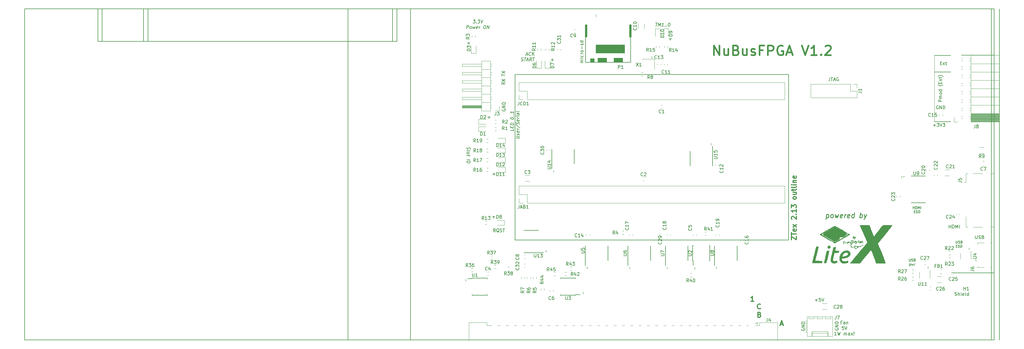
<source format=gbr>
G04 #@! TF.GenerationSoftware,KiCad,Pcbnew,5.1.9+dfsg1-1~bpo10+1*
G04 #@! TF.CreationDate,2023-04-04T12:39:48+02:00*
G04 #@! TF.ProjectId,nubus-to-ztex,6e756275-732d-4746-9f2d-7a7465782e6b,rev?*
G04 #@! TF.SameCoordinates,Original*
G04 #@! TF.FileFunction,Legend,Top*
G04 #@! TF.FilePolarity,Positive*
%FSLAX46Y46*%
G04 Gerber Fmt 4.6, Leading zero omitted, Abs format (unit mm)*
G04 Created by KiCad (PCBNEW 5.1.9+dfsg1-1~bpo10+1) date 2023-04-04 12:39:48*
%MOMM*%
%LPD*%
G01*
G04 APERTURE LIST*
%ADD10C,0.150000*%
%ADD11C,0.100000*%
%ADD12C,0.500000*%
%ADD13C,0.250000*%
%ADD14C,0.200000*%
%ADD15C,0.300000*%
%ADD16C,0.120000*%
%ADD17C,0.127000*%
%ADD18C,0.010000*%
G04 APERTURE END LIST*
D10*
X112969047Y-14031428D02*
X113730952Y-14031428D01*
X113350000Y-14412380D02*
X113350000Y-13650476D01*
X120589047Y-67391428D02*
X121350952Y-67391428D01*
X120970000Y-67772380D02*
X120970000Y-67010476D01*
X174659047Y-12771428D02*
X175420952Y-12771428D01*
X175040000Y-13152380D02*
X175040000Y-12390476D01*
X138529047Y-19171428D02*
X139290952Y-19171428D01*
X138910000Y-19552380D02*
X138910000Y-18790476D01*
X119149047Y-36791428D02*
X119910952Y-36791428D01*
X119530000Y-37172380D02*
X119530000Y-36410476D01*
X120659047Y-54211428D02*
X121420952Y-54211428D01*
X121040000Y-54592380D02*
X121040000Y-53830476D01*
D11*
X254022857Y-83076190D02*
X253737142Y-83076190D01*
X253880000Y-83076190D02*
X253880000Y-82576190D01*
X253832380Y-82647619D01*
X253784761Y-82695238D01*
X253737142Y-82719047D01*
D12*
X188342857Y-17777142D02*
X188342857Y-14777142D01*
X190057142Y-17777142D01*
X190057142Y-14777142D01*
X192771428Y-15777142D02*
X192771428Y-17777142D01*
X191485714Y-15777142D02*
X191485714Y-17348571D01*
X191628571Y-17634285D01*
X191914285Y-17777142D01*
X192342857Y-17777142D01*
X192628571Y-17634285D01*
X192771428Y-17491428D01*
X195200000Y-16205714D02*
X195628571Y-16348571D01*
X195771428Y-16491428D01*
X195914285Y-16777142D01*
X195914285Y-17205714D01*
X195771428Y-17491428D01*
X195628571Y-17634285D01*
X195342857Y-17777142D01*
X194200000Y-17777142D01*
X194200000Y-14777142D01*
X195200000Y-14777142D01*
X195485714Y-14920000D01*
X195628571Y-15062857D01*
X195771428Y-15348571D01*
X195771428Y-15634285D01*
X195628571Y-15920000D01*
X195485714Y-16062857D01*
X195200000Y-16205714D01*
X194200000Y-16205714D01*
X198485714Y-15777142D02*
X198485714Y-17777142D01*
X197200000Y-15777142D02*
X197200000Y-17348571D01*
X197342857Y-17634285D01*
X197628571Y-17777142D01*
X198057142Y-17777142D01*
X198342857Y-17634285D01*
X198485714Y-17491428D01*
X199771428Y-17634285D02*
X200057142Y-17777142D01*
X200628571Y-17777142D01*
X200914285Y-17634285D01*
X201057142Y-17348571D01*
X201057142Y-17205714D01*
X200914285Y-16920000D01*
X200628571Y-16777142D01*
X200200000Y-16777142D01*
X199914285Y-16634285D01*
X199771428Y-16348571D01*
X199771428Y-16205714D01*
X199914285Y-15920000D01*
X200200000Y-15777142D01*
X200628571Y-15777142D01*
X200914285Y-15920000D01*
X203342857Y-16205714D02*
X202342857Y-16205714D01*
X202342857Y-17777142D02*
X202342857Y-14777142D01*
X203771428Y-14777142D01*
X204914285Y-17777142D02*
X204914285Y-14777142D01*
X206057142Y-14777142D01*
X206342857Y-14920000D01*
X206485714Y-15062857D01*
X206628571Y-15348571D01*
X206628571Y-15777142D01*
X206485714Y-16062857D01*
X206342857Y-16205714D01*
X206057142Y-16348571D01*
X204914285Y-16348571D01*
X209485714Y-14920000D02*
X209200000Y-14777142D01*
X208771428Y-14777142D01*
X208342857Y-14920000D01*
X208057142Y-15205714D01*
X207914285Y-15491428D01*
X207771428Y-16062857D01*
X207771428Y-16491428D01*
X207914285Y-17062857D01*
X208057142Y-17348571D01*
X208342857Y-17634285D01*
X208771428Y-17777142D01*
X209057142Y-17777142D01*
X209485714Y-17634285D01*
X209628571Y-17491428D01*
X209628571Y-16491428D01*
X209057142Y-16491428D01*
X210771428Y-16920000D02*
X212200000Y-16920000D01*
X210485714Y-17777142D02*
X211485714Y-14777142D01*
X212485714Y-17777142D01*
X215342857Y-14777142D02*
X216342857Y-17777142D01*
X217342857Y-14777142D01*
X219914285Y-17777142D02*
X218200000Y-17777142D01*
X219057142Y-17777142D02*
X219057142Y-14777142D01*
X218771428Y-15205714D01*
X218485714Y-15491428D01*
X218200000Y-15634285D01*
X221200000Y-17491428D02*
X221342857Y-17634285D01*
X221200000Y-17777142D01*
X221057142Y-17634285D01*
X221200000Y-17491428D01*
X221200000Y-17777142D01*
X222485714Y-15062857D02*
X222628571Y-14920000D01*
X222914285Y-14777142D01*
X223628571Y-14777142D01*
X223914285Y-14920000D01*
X224057142Y-15062857D01*
X224200000Y-15348571D01*
X224200000Y-15634285D01*
X224057142Y-16062857D01*
X222342857Y-17777142D01*
X224200000Y-17777142D01*
D11*
X152482857Y-5776190D02*
X152197142Y-5776190D01*
X152340000Y-5776190D02*
X152340000Y-5276190D01*
X152292380Y-5347619D01*
X152244761Y-5395238D01*
X152197142Y-5419047D01*
X169472857Y-18586190D02*
X169187142Y-18586190D01*
X169330000Y-18586190D02*
X169330000Y-18086190D01*
X169282380Y-18157619D01*
X169234761Y-18205238D01*
X169187142Y-18229047D01*
D13*
X222877276Y-66618571D02*
X222689776Y-68118571D01*
X222868348Y-66690000D02*
X223020133Y-66618571D01*
X223305848Y-66618571D01*
X223439776Y-66690000D01*
X223502276Y-66761428D01*
X223555848Y-66904285D01*
X223502276Y-67332857D01*
X223412991Y-67475714D01*
X223332633Y-67547142D01*
X223180848Y-67618571D01*
X222895133Y-67618571D01*
X222761205Y-67547142D01*
X224323705Y-67618571D02*
X224189776Y-67547142D01*
X224127276Y-67475714D01*
X224073705Y-67332857D01*
X224127276Y-66904285D01*
X224216562Y-66761428D01*
X224296919Y-66690000D01*
X224448705Y-66618571D01*
X224662991Y-66618571D01*
X224796919Y-66690000D01*
X224859419Y-66761428D01*
X224912991Y-66904285D01*
X224859419Y-67332857D01*
X224770133Y-67475714D01*
X224689776Y-67547142D01*
X224537991Y-67618571D01*
X224323705Y-67618571D01*
X225448705Y-66618571D02*
X225609419Y-67618571D01*
X225984419Y-66904285D01*
X226180848Y-67618571D01*
X226591562Y-66618571D01*
X227618348Y-67547142D02*
X227466562Y-67618571D01*
X227180848Y-67618571D01*
X227046919Y-67547142D01*
X226993348Y-67404285D01*
X227064776Y-66832857D01*
X227154062Y-66690000D01*
X227305848Y-66618571D01*
X227591562Y-66618571D01*
X227725491Y-66690000D01*
X227779062Y-66832857D01*
X227761205Y-66975714D01*
X227029062Y-67118571D01*
X228323705Y-67618571D02*
X228448705Y-66618571D01*
X228412991Y-66904285D02*
X228502276Y-66761428D01*
X228582633Y-66690000D01*
X228734419Y-66618571D01*
X228877276Y-66618571D01*
X229832633Y-67547142D02*
X229680848Y-67618571D01*
X229395133Y-67618571D01*
X229261205Y-67547142D01*
X229207633Y-67404285D01*
X229279062Y-66832857D01*
X229368348Y-66690000D01*
X229520133Y-66618571D01*
X229805848Y-66618571D01*
X229939776Y-66690000D01*
X229993348Y-66832857D01*
X229975491Y-66975714D01*
X229243348Y-67118571D01*
X231180848Y-67618571D02*
X231368348Y-66118571D01*
X231189776Y-67547142D02*
X231037991Y-67618571D01*
X230752276Y-67618571D01*
X230618348Y-67547142D01*
X230555848Y-67475714D01*
X230502276Y-67332857D01*
X230555848Y-66904285D01*
X230645133Y-66761428D01*
X230725491Y-66690000D01*
X230877276Y-66618571D01*
X231162991Y-66618571D01*
X231296919Y-66690000D01*
X233037991Y-67618571D02*
X233225491Y-66118571D01*
X233154062Y-66690000D02*
X233305848Y-66618571D01*
X233591562Y-66618571D01*
X233725491Y-66690000D01*
X233787991Y-66761428D01*
X233841562Y-66904285D01*
X233787991Y-67332857D01*
X233698705Y-67475714D01*
X233618348Y-67547142D01*
X233466562Y-67618571D01*
X233180848Y-67618571D01*
X233046919Y-67547142D01*
X234377276Y-66618571D02*
X234609419Y-67618571D01*
X235091562Y-66618571D02*
X234609419Y-67618571D01*
X234421919Y-67975714D01*
X234341562Y-68047142D01*
X234189776Y-68118571D01*
D11*
X187642857Y-45226190D02*
X187357142Y-45226190D01*
X187500000Y-45226190D02*
X187500000Y-44726190D01*
X187452380Y-44797619D01*
X187404761Y-44845238D01*
X187357142Y-44869047D01*
X139442857Y-53526190D02*
X139157142Y-53526190D01*
X139300000Y-53526190D02*
X139300000Y-53026190D01*
X139252380Y-53097619D01*
X139204761Y-53145238D01*
X139157142Y-53169047D01*
X137142857Y-78126190D02*
X136857142Y-78126190D01*
X137000000Y-78126190D02*
X137000000Y-77626190D01*
X136952380Y-77697619D01*
X136904761Y-77745238D01*
X136857142Y-77769047D01*
D14*
X262130952Y-91474761D02*
X262273809Y-91522380D01*
X262511904Y-91522380D01*
X262607142Y-91474761D01*
X262654761Y-91427142D01*
X262702380Y-91331904D01*
X262702380Y-91236666D01*
X262654761Y-91141428D01*
X262607142Y-91093809D01*
X262511904Y-91046190D01*
X262321428Y-90998571D01*
X262226190Y-90950952D01*
X262178571Y-90903333D01*
X262130952Y-90808095D01*
X262130952Y-90712857D01*
X262178571Y-90617619D01*
X262226190Y-90570000D01*
X262321428Y-90522380D01*
X262559523Y-90522380D01*
X262702380Y-90570000D01*
X263130952Y-91522380D02*
X263130952Y-90522380D01*
X263559523Y-91522380D02*
X263559523Y-90998571D01*
X263511904Y-90903333D01*
X263416666Y-90855714D01*
X263273809Y-90855714D01*
X263178571Y-90903333D01*
X263130952Y-90950952D01*
X264035714Y-91522380D02*
X264035714Y-90855714D01*
X264035714Y-90522380D02*
X263988095Y-90570000D01*
X264035714Y-90617619D01*
X264083333Y-90570000D01*
X264035714Y-90522380D01*
X264035714Y-90617619D01*
X264892857Y-91474761D02*
X264797619Y-91522380D01*
X264607142Y-91522380D01*
X264511904Y-91474761D01*
X264464285Y-91379523D01*
X264464285Y-90998571D01*
X264511904Y-90903333D01*
X264607142Y-90855714D01*
X264797619Y-90855714D01*
X264892857Y-90903333D01*
X264940476Y-90998571D01*
X264940476Y-91093809D01*
X264464285Y-91189047D01*
X265511904Y-91522380D02*
X265416666Y-91474761D01*
X265369047Y-91379523D01*
X265369047Y-90522380D01*
X266321428Y-91522380D02*
X266321428Y-90522380D01*
X266321428Y-91474761D02*
X266226190Y-91522380D01*
X266035714Y-91522380D01*
X265940476Y-91474761D01*
X265892857Y-91427142D01*
X265845238Y-91331904D01*
X265845238Y-91046190D01*
X265892857Y-90950952D01*
X265940476Y-90903333D01*
X266035714Y-90855714D01*
X266226190Y-90855714D01*
X266321428Y-90903333D01*
D11*
X255850000Y-38160000D02*
X255850000Y-17840000D01*
D14*
X257695238Y-20208571D02*
X258028571Y-20208571D01*
X258171428Y-20732380D02*
X257695238Y-20732380D01*
X257695238Y-19732380D01*
X258171428Y-19732380D01*
X258504761Y-20732380D02*
X259028571Y-20065714D01*
X258504761Y-20065714D02*
X259028571Y-20732380D01*
X259266666Y-20065714D02*
X259647619Y-20065714D01*
X259409523Y-19732380D02*
X259409523Y-20589523D01*
X259457142Y-20684761D01*
X259552380Y-20732380D01*
X259647619Y-20732380D01*
X258132380Y-32003809D02*
X257132380Y-32003809D01*
X257132380Y-31622857D01*
X257180000Y-31527619D01*
X257227619Y-31480000D01*
X257322857Y-31432380D01*
X257465714Y-31432380D01*
X257560952Y-31480000D01*
X257608571Y-31527619D01*
X257656190Y-31622857D01*
X257656190Y-32003809D01*
X258132380Y-31003809D02*
X257465714Y-31003809D01*
X257560952Y-31003809D02*
X257513333Y-30956190D01*
X257465714Y-30860952D01*
X257465714Y-30718095D01*
X257513333Y-30622857D01*
X257608571Y-30575238D01*
X258132380Y-30575238D01*
X257608571Y-30575238D02*
X257513333Y-30527619D01*
X257465714Y-30432380D01*
X257465714Y-30289523D01*
X257513333Y-30194285D01*
X257608571Y-30146666D01*
X258132380Y-30146666D01*
X258132380Y-29527619D02*
X258084761Y-29622857D01*
X258037142Y-29670476D01*
X257941904Y-29718095D01*
X257656190Y-29718095D01*
X257560952Y-29670476D01*
X257513333Y-29622857D01*
X257465714Y-29527619D01*
X257465714Y-29384761D01*
X257513333Y-29289523D01*
X257560952Y-29241904D01*
X257656190Y-29194285D01*
X257941904Y-29194285D01*
X258037142Y-29241904D01*
X258084761Y-29289523D01*
X258132380Y-29384761D01*
X258132380Y-29527619D01*
X258132380Y-28337142D02*
X257132380Y-28337142D01*
X258084761Y-28337142D02*
X258132380Y-28432380D01*
X258132380Y-28622857D01*
X258084761Y-28718095D01*
X258037142Y-28765714D01*
X257941904Y-28813333D01*
X257656190Y-28813333D01*
X257560952Y-28765714D01*
X257513333Y-28718095D01*
X257465714Y-28622857D01*
X257465714Y-28432380D01*
X257513333Y-28337142D01*
X258513333Y-26813333D02*
X258465714Y-26860952D01*
X258322857Y-26956190D01*
X258227619Y-27003809D01*
X258084761Y-27051428D01*
X257846666Y-27099047D01*
X257656190Y-27099047D01*
X257418095Y-27051428D01*
X257275238Y-27003809D01*
X257180000Y-26956190D01*
X257037142Y-26860952D01*
X256989523Y-26813333D01*
X257608571Y-26432380D02*
X257608571Y-26099047D01*
X258132380Y-25956190D02*
X258132380Y-26432380D01*
X257132380Y-26432380D01*
X257132380Y-25956190D01*
X258132380Y-25622857D02*
X257465714Y-25099047D01*
X257465714Y-25622857D02*
X258132380Y-25099047D01*
X257465714Y-24860952D02*
X257465714Y-24480000D01*
X257132380Y-24718095D02*
X257989523Y-24718095D01*
X258084761Y-24670476D01*
X258132380Y-24575238D01*
X258132380Y-24480000D01*
X258513333Y-24241904D02*
X258465714Y-24194285D01*
X258322857Y-24099047D01*
X258227619Y-24051428D01*
X258084761Y-24003809D01*
X257846666Y-23956190D01*
X257656190Y-23956190D01*
X257418095Y-24003809D01*
X257275238Y-24051428D01*
X257180000Y-24099047D01*
X257037142Y-24194285D01*
X256989523Y-24241904D01*
D10*
X260850000Y-17840000D02*
X255850000Y-17840000D01*
X260850000Y-38160000D02*
X255850000Y-38160000D01*
X260850000Y-22920000D02*
X255850000Y-22920000D01*
D14*
X127102380Y-40433095D02*
X127102380Y-40909285D01*
X126102380Y-40784285D01*
X126578571Y-40034285D02*
X126578571Y-39700952D01*
X127102380Y-39623571D02*
X127102380Y-40099761D01*
X126102380Y-39974761D01*
X126102380Y-39498571D01*
X127102380Y-39195000D02*
X126102380Y-39070000D01*
X126102380Y-38831904D01*
X126150000Y-38695000D01*
X126245238Y-38611666D01*
X126340476Y-38575952D01*
X126530952Y-38552142D01*
X126673809Y-38570000D01*
X126864285Y-38641428D01*
X126959523Y-38700952D01*
X127054761Y-38808095D01*
X127102380Y-38956904D01*
X127102380Y-39195000D01*
X126102380Y-37117619D02*
X126102380Y-37022380D01*
X126150000Y-36933095D01*
X126197619Y-36891428D01*
X126292857Y-36855714D01*
X126483333Y-36831904D01*
X126721428Y-36861666D01*
X126911904Y-36933095D01*
X127007142Y-36992619D01*
X127054761Y-37046190D01*
X127102380Y-37147380D01*
X127102380Y-37242619D01*
X127054761Y-37331904D01*
X127007142Y-37373571D01*
X126911904Y-37409285D01*
X126721428Y-37433095D01*
X126483333Y-37403333D01*
X126292857Y-37331904D01*
X126197619Y-37272380D01*
X126150000Y-37218809D01*
X126102380Y-37117619D01*
X127007142Y-36468809D02*
X127054761Y-36427142D01*
X127102380Y-36480714D01*
X127054761Y-36522380D01*
X127007142Y-36468809D01*
X127102380Y-36480714D01*
X127007142Y-35992619D02*
X127054761Y-35950952D01*
X127102380Y-36004523D01*
X127054761Y-36046190D01*
X127007142Y-35992619D01*
X127102380Y-36004523D01*
X127102380Y-35004523D02*
X127102380Y-35575952D01*
X127102380Y-35290238D02*
X126102380Y-35165238D01*
X126245238Y-35278333D01*
X126340476Y-35385476D01*
X126388095Y-35486666D01*
X127802380Y-43165238D02*
X128611904Y-43266428D01*
X128707142Y-43230714D01*
X128754761Y-43189047D01*
X128802380Y-43099761D01*
X128802380Y-42909285D01*
X128754761Y-42808095D01*
X128707142Y-42754523D01*
X128611904Y-42695000D01*
X127802380Y-42593809D01*
X128754761Y-42284285D02*
X128802380Y-42195000D01*
X128802380Y-42004523D01*
X128754761Y-41903333D01*
X128659523Y-41843809D01*
X128611904Y-41837857D01*
X128516666Y-41873571D01*
X128469047Y-41962857D01*
X128469047Y-42105714D01*
X128421428Y-42195000D01*
X128326190Y-42230714D01*
X128278571Y-42224761D01*
X128183333Y-42165238D01*
X128135714Y-42064047D01*
X128135714Y-41921190D01*
X128183333Y-41831904D01*
X128754761Y-41046190D02*
X128802380Y-41147380D01*
X128802380Y-41337857D01*
X128754761Y-41427142D01*
X128659523Y-41462857D01*
X128278571Y-41415238D01*
X128183333Y-41355714D01*
X128135714Y-41254523D01*
X128135714Y-41064047D01*
X128183333Y-40974761D01*
X128278571Y-40939047D01*
X128373809Y-40950952D01*
X128469047Y-41439047D01*
X128802380Y-40575952D02*
X128135714Y-40492619D01*
X128326190Y-40516428D02*
X128230952Y-40456904D01*
X128183333Y-40403333D01*
X128135714Y-40302142D01*
X128135714Y-40206904D01*
X127754761Y-39111666D02*
X129040476Y-40129523D01*
X128754761Y-38950952D02*
X128802380Y-38814047D01*
X128802380Y-38575952D01*
X128754761Y-38474761D01*
X128707142Y-38421190D01*
X128611904Y-38361666D01*
X128516666Y-38349761D01*
X128421428Y-38385476D01*
X128373809Y-38427142D01*
X128326190Y-38516428D01*
X128278571Y-38700952D01*
X128230952Y-38790238D01*
X128183333Y-38831904D01*
X128088095Y-38867619D01*
X127992857Y-38855714D01*
X127897619Y-38796190D01*
X127850000Y-38742619D01*
X127802380Y-38641428D01*
X127802380Y-38403333D01*
X127850000Y-38266428D01*
X128754761Y-37570000D02*
X128802380Y-37671190D01*
X128802380Y-37861666D01*
X128754761Y-37950952D01*
X128659523Y-37986666D01*
X128278571Y-37939047D01*
X128183333Y-37879523D01*
X128135714Y-37778333D01*
X128135714Y-37587857D01*
X128183333Y-37498571D01*
X128278571Y-37462857D01*
X128373809Y-37474761D01*
X128469047Y-37962857D01*
X128802380Y-37099761D02*
X128135714Y-37016428D01*
X128326190Y-37040238D02*
X128230952Y-36980714D01*
X128183333Y-36927142D01*
X128135714Y-36825952D01*
X128135714Y-36730714D01*
X128802380Y-36480714D02*
X128135714Y-36397380D01*
X127802380Y-36355714D02*
X127850000Y-36409285D01*
X127897619Y-36367619D01*
X127850000Y-36314047D01*
X127802380Y-36355714D01*
X127897619Y-36367619D01*
X128802380Y-35575952D02*
X128278571Y-35510476D01*
X128183333Y-35546190D01*
X128135714Y-35635476D01*
X128135714Y-35825952D01*
X128183333Y-35927142D01*
X128754761Y-35570000D02*
X128802380Y-35671190D01*
X128802380Y-35909285D01*
X128754761Y-35998571D01*
X128659523Y-36034285D01*
X128564285Y-36022380D01*
X128469047Y-35962857D01*
X128421428Y-35861666D01*
X128421428Y-35623571D01*
X128373809Y-35522380D01*
X128802380Y-34956904D02*
X128754761Y-35046190D01*
X128659523Y-35081904D01*
X127802380Y-34974761D01*
X255508095Y-39231428D02*
X256270000Y-39231428D01*
X255889047Y-39612380D02*
X255889047Y-38850476D01*
X256650952Y-38612380D02*
X257270000Y-38612380D01*
X256936666Y-38993333D01*
X257079523Y-38993333D01*
X257174761Y-39040952D01*
X257222380Y-39088571D01*
X257270000Y-39183809D01*
X257270000Y-39421904D01*
X257222380Y-39517142D01*
X257174761Y-39564761D01*
X257079523Y-39612380D01*
X256793809Y-39612380D01*
X256698571Y-39564761D01*
X256650952Y-39517142D01*
X257555714Y-38612380D02*
X257889047Y-39612380D01*
X258222380Y-38612380D01*
X258460476Y-38612380D02*
X259079523Y-38612380D01*
X258746190Y-38993333D01*
X258889047Y-38993333D01*
X258984285Y-39040952D01*
X259031904Y-39088571D01*
X259079523Y-39183809D01*
X259079523Y-39421904D01*
X259031904Y-39517142D01*
X258984285Y-39564761D01*
X258889047Y-39612380D01*
X258603333Y-39612380D01*
X258508095Y-39564761D01*
X258460476Y-39517142D01*
X257018095Y-33290000D02*
X256922857Y-33242380D01*
X256780000Y-33242380D01*
X256637142Y-33290000D01*
X256541904Y-33385238D01*
X256494285Y-33480476D01*
X256446666Y-33670952D01*
X256446666Y-33813809D01*
X256494285Y-34004285D01*
X256541904Y-34099523D01*
X256637142Y-34194761D01*
X256780000Y-34242380D01*
X256875238Y-34242380D01*
X257018095Y-34194761D01*
X257065714Y-34147142D01*
X257065714Y-33813809D01*
X256875238Y-33813809D01*
X257494285Y-34242380D02*
X257494285Y-33242380D01*
X258065714Y-34242380D01*
X258065714Y-33242380D01*
X258541904Y-34242380D02*
X258541904Y-33242380D01*
X258780000Y-33242380D01*
X258922857Y-33290000D01*
X259018095Y-33385238D01*
X259065714Y-33480476D01*
X259113333Y-33670952D01*
X259113333Y-33813809D01*
X259065714Y-34004285D01*
X259018095Y-34099523D01*
X258922857Y-34194761D01*
X258780000Y-34242380D01*
X258541904Y-34242380D01*
X121478571Y-71972380D02*
X121145238Y-71496190D01*
X120907142Y-71972380D02*
X120907142Y-70972380D01*
X121288095Y-70972380D01*
X121383333Y-71020000D01*
X121430952Y-71067619D01*
X121478571Y-71162857D01*
X121478571Y-71305714D01*
X121430952Y-71400952D01*
X121383333Y-71448571D01*
X121288095Y-71496190D01*
X120907142Y-71496190D01*
X122573809Y-72067619D02*
X122478571Y-72020000D01*
X122383333Y-71924761D01*
X122240476Y-71781904D01*
X122145238Y-71734285D01*
X122050000Y-71734285D01*
X122097619Y-71972380D02*
X122002380Y-71924761D01*
X121907142Y-71829523D01*
X121859523Y-71639047D01*
X121859523Y-71305714D01*
X121907142Y-71115238D01*
X122002380Y-71020000D01*
X122097619Y-70972380D01*
X122288095Y-70972380D01*
X122383333Y-71020000D01*
X122478571Y-71115238D01*
X122526190Y-71305714D01*
X122526190Y-71639047D01*
X122478571Y-71829523D01*
X122383333Y-71924761D01*
X122288095Y-71972380D01*
X122097619Y-71972380D01*
X122907142Y-71924761D02*
X123050000Y-71972380D01*
X123288095Y-71972380D01*
X123383333Y-71924761D01*
X123430952Y-71877142D01*
X123478571Y-71781904D01*
X123478571Y-71686666D01*
X123430952Y-71591428D01*
X123383333Y-71543809D01*
X123288095Y-71496190D01*
X123097619Y-71448571D01*
X123002380Y-71400952D01*
X122954761Y-71353333D01*
X122907142Y-71258095D01*
X122907142Y-71162857D01*
X122954761Y-71067619D01*
X123002380Y-71020000D01*
X123097619Y-70972380D01*
X123335714Y-70972380D01*
X123478571Y-71020000D01*
X123764285Y-70972380D02*
X124335714Y-70972380D01*
X124050000Y-71972380D02*
X124050000Y-70972380D01*
X130875000Y-17556666D02*
X131351190Y-17556666D01*
X130744047Y-17842380D02*
X131202380Y-16842380D01*
X131410714Y-17842380D01*
X132327380Y-17747142D02*
X132273809Y-17794761D01*
X132125000Y-17842380D01*
X132029761Y-17842380D01*
X131892857Y-17794761D01*
X131809523Y-17699523D01*
X131773809Y-17604285D01*
X131750000Y-17413809D01*
X131767857Y-17270952D01*
X131839285Y-17080476D01*
X131898809Y-16985238D01*
X132005952Y-16890000D01*
X132154761Y-16842380D01*
X132250000Y-16842380D01*
X132386904Y-16890000D01*
X132428571Y-16937619D01*
X132744047Y-17842380D02*
X132869047Y-16842380D01*
X133315476Y-17842380D02*
X132958333Y-17270952D01*
X133440476Y-16842380D02*
X132797619Y-17413809D01*
X129369047Y-19494761D02*
X129505952Y-19542380D01*
X129744047Y-19542380D01*
X129845238Y-19494761D01*
X129898809Y-19447142D01*
X129958333Y-19351904D01*
X129970238Y-19256666D01*
X129934523Y-19161428D01*
X129892857Y-19113809D01*
X129803571Y-19066190D01*
X129619047Y-19018571D01*
X129529761Y-18970952D01*
X129488095Y-18923333D01*
X129452380Y-18828095D01*
X129464285Y-18732857D01*
X129523809Y-18637619D01*
X129577380Y-18590000D01*
X129678571Y-18542380D01*
X129916666Y-18542380D01*
X130053571Y-18590000D01*
X130345238Y-18542380D02*
X130916666Y-18542380D01*
X130505952Y-19542380D02*
X130630952Y-18542380D01*
X131113095Y-19256666D02*
X131589285Y-19256666D01*
X130982142Y-19542380D02*
X131440476Y-18542380D01*
X131648809Y-19542380D01*
X132553571Y-19542380D02*
X132279761Y-19066190D01*
X131982142Y-19542380D02*
X132107142Y-18542380D01*
X132488095Y-18542380D01*
X132577380Y-18590000D01*
X132619047Y-18637619D01*
X132654761Y-18732857D01*
X132636904Y-18875714D01*
X132577380Y-18970952D01*
X132523809Y-19018571D01*
X132422619Y-19066190D01*
X132041666Y-19066190D01*
X132964285Y-18542380D02*
X133535714Y-18542380D01*
X133125000Y-19542380D02*
X133250000Y-18542380D01*
X170534285Y-7862380D02*
X171105714Y-7862380D01*
X170695000Y-8862380D02*
X170820000Y-7862380D01*
X171314047Y-8862380D02*
X171439047Y-7862380D01*
X171683095Y-8576666D01*
X172105714Y-7862380D01*
X171980714Y-8862380D01*
X172980714Y-8862380D02*
X172409285Y-8862380D01*
X172695000Y-8862380D02*
X172820000Y-7862380D01*
X172706904Y-8005238D01*
X172599761Y-8100476D01*
X172498571Y-8148095D01*
X173421190Y-8767142D02*
X173462857Y-8814761D01*
X173409285Y-8862380D01*
X173367619Y-8814761D01*
X173421190Y-8767142D01*
X173409285Y-8862380D01*
X173897380Y-8767142D02*
X173939047Y-8814761D01*
X173885476Y-8862380D01*
X173843809Y-8814761D01*
X173897380Y-8767142D01*
X173885476Y-8862380D01*
X174677142Y-7862380D02*
X174772380Y-7862380D01*
X174861666Y-7910000D01*
X174903333Y-7957619D01*
X174939047Y-8052857D01*
X174962857Y-8243333D01*
X174933095Y-8481428D01*
X174861666Y-8671904D01*
X174802142Y-8767142D01*
X174748571Y-8814761D01*
X174647380Y-8862380D01*
X174552142Y-8862380D01*
X174462857Y-8814761D01*
X174421190Y-8767142D01*
X174385476Y-8671904D01*
X174361666Y-8481428D01*
X174391428Y-8243333D01*
X174462857Y-8052857D01*
X174522380Y-7957619D01*
X174575952Y-7910000D01*
X174677142Y-7862380D01*
X148362380Y-20023333D02*
X147695714Y-20023333D01*
X147790952Y-20023333D02*
X147743333Y-19975714D01*
X147695714Y-19880476D01*
X147695714Y-19737619D01*
X147743333Y-19642380D01*
X147838571Y-19594761D01*
X148362380Y-19594761D01*
X147838571Y-19594761D02*
X147743333Y-19547142D01*
X147695714Y-19451904D01*
X147695714Y-19309047D01*
X147743333Y-19213809D01*
X147838571Y-19166190D01*
X148362380Y-19166190D01*
X148362380Y-18690000D02*
X147695714Y-18690000D01*
X147362380Y-18690000D02*
X147410000Y-18737619D01*
X147457619Y-18690000D01*
X147410000Y-18642380D01*
X147362380Y-18690000D01*
X147457619Y-18690000D01*
X148314761Y-17785238D02*
X148362380Y-17880476D01*
X148362380Y-18070952D01*
X148314761Y-18166190D01*
X148267142Y-18213809D01*
X148171904Y-18261428D01*
X147886190Y-18261428D01*
X147790952Y-18213809D01*
X147743333Y-18166190D01*
X147695714Y-18070952D01*
X147695714Y-17880476D01*
X147743333Y-17785238D01*
X148362380Y-17356666D02*
X147695714Y-17356666D01*
X147886190Y-17356666D02*
X147790952Y-17309047D01*
X147743333Y-17261428D01*
X147695714Y-17166190D01*
X147695714Y-17070952D01*
X148362380Y-16594761D02*
X148314761Y-16690000D01*
X148267142Y-16737619D01*
X148171904Y-16785238D01*
X147886190Y-16785238D01*
X147790952Y-16737619D01*
X147743333Y-16690000D01*
X147695714Y-16594761D01*
X147695714Y-16451904D01*
X147743333Y-16356666D01*
X147790952Y-16309047D01*
X147886190Y-16261428D01*
X148171904Y-16261428D01*
X148267142Y-16309047D01*
X148314761Y-16356666D01*
X148362380Y-16451904D01*
X148362380Y-16594761D01*
X147981428Y-15832857D02*
X147981428Y-15070952D01*
X148314761Y-14642380D02*
X148362380Y-14547142D01*
X148362380Y-14356666D01*
X148314761Y-14261428D01*
X148219523Y-14213809D01*
X148171904Y-14213809D01*
X148076666Y-14261428D01*
X148029047Y-14356666D01*
X148029047Y-14499523D01*
X147981428Y-14594761D01*
X147886190Y-14642380D01*
X147838571Y-14642380D01*
X147743333Y-14594761D01*
X147695714Y-14499523D01*
X147695714Y-14356666D01*
X147743333Y-14261428D01*
X148362380Y-13356666D02*
X147362380Y-13356666D01*
X148314761Y-13356666D02*
X148362380Y-13451904D01*
X148362380Y-13642380D01*
X148314761Y-13737619D01*
X148267142Y-13785238D01*
X148171904Y-13832857D01*
X147886190Y-13832857D01*
X147790952Y-13785238D01*
X147743333Y-13737619D01*
X147695714Y-13642380D01*
X147695714Y-13451904D01*
X147743333Y-13356666D01*
X114724761Y-6902380D02*
X115343809Y-6902380D01*
X114962857Y-7283333D01*
X115105714Y-7283333D01*
X115195000Y-7330952D01*
X115236666Y-7378571D01*
X115272380Y-7473809D01*
X115242619Y-7711904D01*
X115183095Y-7807142D01*
X115129523Y-7854761D01*
X115028333Y-7902380D01*
X114742619Y-7902380D01*
X114653333Y-7854761D01*
X114611666Y-7807142D01*
X115659285Y-7807142D02*
X115700952Y-7854761D01*
X115647380Y-7902380D01*
X115605714Y-7854761D01*
X115659285Y-7807142D01*
X115647380Y-7902380D01*
X116153333Y-6902380D02*
X116772380Y-6902380D01*
X116391428Y-7283333D01*
X116534285Y-7283333D01*
X116623571Y-7330952D01*
X116665238Y-7378571D01*
X116700952Y-7473809D01*
X116671190Y-7711904D01*
X116611666Y-7807142D01*
X116558095Y-7854761D01*
X116456904Y-7902380D01*
X116171190Y-7902380D01*
X116081904Y-7854761D01*
X116040238Y-7807142D01*
X117058095Y-6902380D02*
X117266428Y-7902380D01*
X117724761Y-6902380D01*
X112671190Y-9602380D02*
X112796190Y-8602380D01*
X113177142Y-8602380D01*
X113266428Y-8650000D01*
X113308095Y-8697619D01*
X113343809Y-8792857D01*
X113325952Y-8935714D01*
X113266428Y-9030952D01*
X113212857Y-9078571D01*
X113111666Y-9126190D01*
X112730714Y-9126190D01*
X113814047Y-9602380D02*
X113724761Y-9554761D01*
X113683095Y-9507142D01*
X113647380Y-9411904D01*
X113683095Y-9126190D01*
X113742619Y-9030952D01*
X113796190Y-8983333D01*
X113897380Y-8935714D01*
X114040238Y-8935714D01*
X114129523Y-8983333D01*
X114171190Y-9030952D01*
X114206904Y-9126190D01*
X114171190Y-9411904D01*
X114111666Y-9507142D01*
X114058095Y-9554761D01*
X113956904Y-9602380D01*
X113814047Y-9602380D01*
X114564047Y-8935714D02*
X114671190Y-9602380D01*
X114921190Y-9126190D01*
X115052142Y-9602380D01*
X115325952Y-8935714D01*
X116010476Y-9554761D02*
X115909285Y-9602380D01*
X115718809Y-9602380D01*
X115629523Y-9554761D01*
X115593809Y-9459523D01*
X115641428Y-9078571D01*
X115700952Y-8983333D01*
X115802142Y-8935714D01*
X115992619Y-8935714D01*
X116081904Y-8983333D01*
X116117619Y-9078571D01*
X116105714Y-9173809D01*
X115617619Y-9269047D01*
X116480714Y-9602380D02*
X116564047Y-8935714D01*
X116540238Y-9126190D02*
X116599761Y-9030952D01*
X116653333Y-8983333D01*
X116754523Y-8935714D01*
X116849761Y-8935714D01*
X118177142Y-8602380D02*
X118367619Y-8602380D01*
X118456904Y-8650000D01*
X118540238Y-8745238D01*
X118564047Y-8935714D01*
X118522380Y-9269047D01*
X118450952Y-9459523D01*
X118343809Y-9554761D01*
X118242619Y-9602380D01*
X118052142Y-9602380D01*
X117962857Y-9554761D01*
X117879523Y-9459523D01*
X117855714Y-9269047D01*
X117897380Y-8935714D01*
X117968809Y-8745238D01*
X118075952Y-8650000D01*
X118177142Y-8602380D01*
X118909285Y-9602380D02*
X119034285Y-8602380D01*
X119480714Y-9602380D01*
X119605714Y-8602380D01*
D11*
X182642857Y-83326190D02*
X182357142Y-83326190D01*
X182500000Y-83326190D02*
X182500000Y-82826190D01*
X182452380Y-82897619D01*
X182404761Y-82945238D01*
X182357142Y-82969047D01*
D15*
X208732857Y-100250000D02*
X209447142Y-100250000D01*
X208590000Y-100678571D02*
X209090000Y-99178571D01*
X209590000Y-100678571D01*
X202337142Y-97352857D02*
X202551428Y-97424285D01*
X202622857Y-97495714D01*
X202694285Y-97638571D01*
X202694285Y-97852857D01*
X202622857Y-97995714D01*
X202551428Y-98067142D01*
X202408571Y-98138571D01*
X201837142Y-98138571D01*
X201837142Y-96638571D01*
X202337142Y-96638571D01*
X202480000Y-96710000D01*
X202551428Y-96781428D01*
X202622857Y-96924285D01*
X202622857Y-97067142D01*
X202551428Y-97210000D01*
X202480000Y-97281428D01*
X202337142Y-97352857D01*
X201837142Y-97352857D01*
X202634285Y-95445714D02*
X202562857Y-95517142D01*
X202348571Y-95588571D01*
X202205714Y-95588571D01*
X201991428Y-95517142D01*
X201848571Y-95374285D01*
X201777142Y-95231428D01*
X201705714Y-94945714D01*
X201705714Y-94731428D01*
X201777142Y-94445714D01*
X201848571Y-94302857D01*
X201991428Y-94160000D01*
X202205714Y-94088571D01*
X202348571Y-94088571D01*
X202562857Y-94160000D01*
X202634285Y-94231428D01*
X200568571Y-93268571D02*
X199711428Y-93268571D01*
X200140000Y-93268571D02*
X200140000Y-91768571D01*
X199997142Y-91982857D01*
X199854285Y-92125714D01*
X199711428Y-92197142D01*
D11*
X112542857Y-87026190D02*
X112257142Y-87026190D01*
X112400000Y-87026190D02*
X112400000Y-86526190D01*
X112352380Y-86597619D01*
X112304761Y-86645238D01*
X112257142Y-86669047D01*
X148442857Y-90926190D02*
X148157142Y-90926190D01*
X148300000Y-90926190D02*
X148300000Y-90426190D01*
X148252380Y-90497619D01*
X148204761Y-90545238D01*
X148157142Y-90569047D01*
X189242857Y-83216190D02*
X188957142Y-83216190D01*
X189100000Y-83216190D02*
X189100000Y-82716190D01*
X189052380Y-82787619D01*
X189004761Y-82835238D01*
X188957142Y-82859047D01*
D14*
X112795238Y-45997142D02*
X112747619Y-46134047D01*
X112747619Y-46372142D01*
X112795238Y-46473333D01*
X112842857Y-46526904D01*
X112938095Y-46586428D01*
X113033333Y-46598333D01*
X113128571Y-46562619D01*
X113176190Y-46520952D01*
X113223809Y-46431666D01*
X113271428Y-46247142D01*
X113319047Y-46157857D01*
X113366666Y-46116190D01*
X113461904Y-46080476D01*
X113557142Y-46092380D01*
X113652380Y-46151904D01*
X113700000Y-46205476D01*
X113747619Y-46306666D01*
X113747619Y-46544761D01*
X113700000Y-46681666D01*
X112747619Y-47134047D02*
X112795238Y-47044761D01*
X112890476Y-47009047D01*
X113747619Y-47116190D01*
X112747619Y-47657857D02*
X112795238Y-47568571D01*
X112842857Y-47526904D01*
X112938095Y-47491190D01*
X113223809Y-47526904D01*
X113319047Y-47586428D01*
X113366666Y-47640000D01*
X113414285Y-47741190D01*
X113414285Y-47884047D01*
X113366666Y-47973333D01*
X113319047Y-48015000D01*
X113223809Y-48050714D01*
X112938095Y-48015000D01*
X112842857Y-47955476D01*
X112795238Y-47901904D01*
X112747619Y-47800714D01*
X112747619Y-47657857D01*
X113414285Y-48360238D02*
X113414285Y-48741190D01*
X113747619Y-48544761D02*
X112890476Y-48437619D01*
X112795238Y-48473333D01*
X112747619Y-48562619D01*
X112747619Y-48657857D01*
X112747619Y-49753095D02*
X113747619Y-49878095D01*
X112747619Y-50229285D02*
X113747619Y-50354285D01*
X113747619Y-50592380D01*
X113700000Y-50729285D01*
X113604761Y-50812619D01*
X113509523Y-50848333D01*
X113319047Y-50872142D01*
X113176190Y-50854285D01*
X112985714Y-50782857D01*
X112890476Y-50723333D01*
X112795238Y-50616190D01*
X112747619Y-50467380D01*
X112747619Y-50229285D01*
X275770000Y-105080000D02*
X275770000Y-3480000D01*
X274170000Y-84560000D02*
X261140000Y-84560000D01*
D11*
X246042857Y-55326190D02*
X245757142Y-55326190D01*
X245900000Y-55326190D02*
X245900000Y-54826190D01*
X245852380Y-54897619D01*
X245804761Y-54945238D01*
X245757142Y-54969047D01*
X266622857Y-77296190D02*
X266337142Y-77296190D01*
X266480000Y-77296190D02*
X266480000Y-76796190D01*
X266432380Y-76867619D01*
X266384761Y-76915238D01*
X266337142Y-76939047D01*
X174242857Y-83226190D02*
X173957142Y-83226190D01*
X174100000Y-83226190D02*
X174100000Y-82726190D01*
X174052380Y-82797619D01*
X174004761Y-82845238D01*
X173957142Y-82869047D01*
X162742857Y-83226190D02*
X162457142Y-83226190D01*
X162600000Y-83226190D02*
X162600000Y-82726190D01*
X162552380Y-82797619D01*
X162504761Y-82845238D01*
X162457142Y-82869047D01*
X149742857Y-83226190D02*
X149457142Y-83226190D01*
X149600000Y-83226190D02*
X149600000Y-82726190D01*
X149552380Y-82797619D01*
X149504761Y-82845238D01*
X149457142Y-82869047D01*
D14*
X219354285Y-92921428D02*
X220116190Y-92921428D01*
X219735238Y-93302380D02*
X219735238Y-92540476D01*
X221068571Y-92302380D02*
X220592380Y-92302380D01*
X220544761Y-92778571D01*
X220592380Y-92730952D01*
X220687619Y-92683333D01*
X220925714Y-92683333D01*
X221020952Y-92730952D01*
X221068571Y-92778571D01*
X221116190Y-92873809D01*
X221116190Y-93111904D01*
X221068571Y-93207142D01*
X221020952Y-93254761D01*
X220925714Y-93302380D01*
X220687619Y-93302380D01*
X220592380Y-93254761D01*
X220544761Y-93207142D01*
X221401904Y-92302380D02*
X221735238Y-93302380D01*
X222068571Y-92302380D01*
X225540000Y-101581904D02*
X225492380Y-101677142D01*
X225492380Y-101820000D01*
X225540000Y-101962857D01*
X225635238Y-102058095D01*
X225730476Y-102105714D01*
X225920952Y-102153333D01*
X226063809Y-102153333D01*
X226254285Y-102105714D01*
X226349523Y-102058095D01*
X226444761Y-101962857D01*
X226492380Y-101820000D01*
X226492380Y-101724761D01*
X226444761Y-101581904D01*
X226397142Y-101534285D01*
X226063809Y-101534285D01*
X226063809Y-101724761D01*
X226492380Y-101105714D02*
X225492380Y-101105714D01*
X226492380Y-100534285D01*
X225492380Y-100534285D01*
X226492380Y-100058095D02*
X225492380Y-100058095D01*
X225492380Y-99820000D01*
X225540000Y-99677142D01*
X225635238Y-99581904D01*
X225730476Y-99534285D01*
X225920952Y-99486666D01*
X226063809Y-99486666D01*
X226254285Y-99534285D01*
X226349523Y-99581904D01*
X226444761Y-99677142D01*
X226492380Y-99820000D01*
X226492380Y-100058095D01*
X215240000Y-101691904D02*
X215192380Y-101787142D01*
X215192380Y-101930000D01*
X215240000Y-102072857D01*
X215335238Y-102168095D01*
X215430476Y-102215714D01*
X215620952Y-102263333D01*
X215763809Y-102263333D01*
X215954285Y-102215714D01*
X216049523Y-102168095D01*
X216144761Y-102072857D01*
X216192380Y-101930000D01*
X216192380Y-101834761D01*
X216144761Y-101691904D01*
X216097142Y-101644285D01*
X215763809Y-101644285D01*
X215763809Y-101834761D01*
X216192380Y-101215714D02*
X215192380Y-101215714D01*
X216192380Y-100644285D01*
X215192380Y-100644285D01*
X216192380Y-100168095D02*
X215192380Y-100168095D01*
X215192380Y-99930000D01*
X215240000Y-99787142D01*
X215335238Y-99691904D01*
X215430476Y-99644285D01*
X215620952Y-99596666D01*
X215763809Y-99596666D01*
X215954285Y-99644285D01*
X216049523Y-99691904D01*
X216144761Y-99787142D01*
X216192380Y-99930000D01*
X216192380Y-100168095D01*
X227538095Y-99728571D02*
X227204761Y-99728571D01*
X227204761Y-100252380D02*
X227204761Y-99252380D01*
X227680952Y-99252380D01*
X228490476Y-100252380D02*
X228490476Y-99728571D01*
X228442857Y-99633333D01*
X228347619Y-99585714D01*
X228157142Y-99585714D01*
X228061904Y-99633333D01*
X228490476Y-100204761D02*
X228395238Y-100252380D01*
X228157142Y-100252380D01*
X228061904Y-100204761D01*
X228014285Y-100109523D01*
X228014285Y-100014285D01*
X228061904Y-99919047D01*
X228157142Y-99871428D01*
X228395238Y-99871428D01*
X228490476Y-99823809D01*
X228966666Y-99585714D02*
X228966666Y-100252380D01*
X228966666Y-99680952D02*
X229014285Y-99633333D01*
X229109523Y-99585714D01*
X229252380Y-99585714D01*
X229347619Y-99633333D01*
X229395238Y-99728571D01*
X229395238Y-100252380D01*
X228109523Y-100952380D02*
X227633333Y-100952380D01*
X227585714Y-101428571D01*
X227633333Y-101380952D01*
X227728571Y-101333333D01*
X227966666Y-101333333D01*
X228061904Y-101380952D01*
X228109523Y-101428571D01*
X228157142Y-101523809D01*
X228157142Y-101761904D01*
X228109523Y-101857142D01*
X228061904Y-101904761D01*
X227966666Y-101952380D01*
X227728571Y-101952380D01*
X227633333Y-101904761D01*
X227585714Y-101857142D01*
X228442857Y-100952380D02*
X228776190Y-101952380D01*
X229109523Y-100952380D01*
X225871428Y-103652380D02*
X225300000Y-103652380D01*
X225585714Y-103652380D02*
X225585714Y-102652380D01*
X225490476Y-102795238D01*
X225395238Y-102890476D01*
X225300000Y-102938095D01*
X226204761Y-102652380D02*
X226442857Y-103652380D01*
X226633333Y-102938095D01*
X226823809Y-103652380D01*
X227061904Y-102652380D01*
X228204761Y-103652380D02*
X228204761Y-102985714D01*
X228204761Y-103080952D02*
X228252380Y-103033333D01*
X228347619Y-102985714D01*
X228490476Y-102985714D01*
X228585714Y-103033333D01*
X228633333Y-103128571D01*
X228633333Y-103652380D01*
X228633333Y-103128571D02*
X228680952Y-103033333D01*
X228776190Y-102985714D01*
X228919047Y-102985714D01*
X229014285Y-103033333D01*
X229061904Y-103128571D01*
X229061904Y-103652380D01*
X229966666Y-103652380D02*
X229966666Y-103128571D01*
X229919047Y-103033333D01*
X229823809Y-102985714D01*
X229633333Y-102985714D01*
X229538095Y-103033333D01*
X229966666Y-103604761D02*
X229871428Y-103652380D01*
X229633333Y-103652380D01*
X229538095Y-103604761D01*
X229490476Y-103509523D01*
X229490476Y-103414285D01*
X229538095Y-103319047D01*
X229633333Y-103271428D01*
X229871428Y-103271428D01*
X229966666Y-103223809D01*
X230347619Y-103652380D02*
X230871428Y-102985714D01*
X230347619Y-102985714D02*
X230871428Y-103652380D01*
X231252380Y-103557142D02*
X231300000Y-103604761D01*
X231252380Y-103652380D01*
X231204761Y-103604761D01*
X231252380Y-103557142D01*
X231252380Y-103652380D01*
X231252380Y-103271428D02*
X231204761Y-102700000D01*
X231252380Y-102652380D01*
X231300000Y-102700000D01*
X231252380Y-103271428D01*
X231252380Y-102652380D01*
X211270000Y-74450000D02*
X211270000Y-23650000D01*
X268418095Y-73072380D02*
X268418095Y-73881904D01*
X268465714Y-73977142D01*
X268513333Y-74024761D01*
X268608571Y-74072380D01*
X268799047Y-74072380D01*
X268894285Y-74024761D01*
X268941904Y-73977142D01*
X268989523Y-73881904D01*
X268989523Y-73072380D01*
X269418095Y-74024761D02*
X269560952Y-74072380D01*
X269799047Y-74072380D01*
X269894285Y-74024761D01*
X269941904Y-73977142D01*
X269989523Y-73881904D01*
X269989523Y-73786666D01*
X269941904Y-73691428D01*
X269894285Y-73643809D01*
X269799047Y-73596190D01*
X269608571Y-73548571D01*
X269513333Y-73500952D01*
X269465714Y-73453333D01*
X269418095Y-73358095D01*
X269418095Y-73262857D01*
X269465714Y-73167619D01*
X269513333Y-73120000D01*
X269608571Y-73072380D01*
X269846666Y-73072380D01*
X269989523Y-73120000D01*
X270751428Y-73548571D02*
X270894285Y-73596190D01*
X270941904Y-73643809D01*
X270989523Y-73739047D01*
X270989523Y-73881904D01*
X270941904Y-73977142D01*
X270894285Y-74024761D01*
X270799047Y-74072380D01*
X270418095Y-74072380D01*
X270418095Y-73072380D01*
X270751428Y-73072380D01*
X270846666Y-73120000D01*
X270894285Y-73167619D01*
X270941904Y-73262857D01*
X270941904Y-73358095D01*
X270894285Y-73453333D01*
X270846666Y-73500952D01*
X270751428Y-73548571D01*
X270418095Y-73548571D01*
X260344761Y-70842380D02*
X260344761Y-69842380D01*
X260344761Y-70318571D02*
X260916190Y-70318571D01*
X260916190Y-70842380D02*
X260916190Y-69842380D01*
X261392380Y-70842380D02*
X261392380Y-69842380D01*
X261630476Y-69842380D01*
X261773333Y-69890000D01*
X261868571Y-69985238D01*
X261916190Y-70080476D01*
X261963809Y-70270952D01*
X261963809Y-70413809D01*
X261916190Y-70604285D01*
X261868571Y-70699523D01*
X261773333Y-70794761D01*
X261630476Y-70842380D01*
X261392380Y-70842380D01*
X262392380Y-70842380D02*
X262392380Y-69842380D01*
X262725714Y-70556666D01*
X263059047Y-69842380D01*
X263059047Y-70842380D01*
X263535238Y-70842380D02*
X263535238Y-69842380D01*
D15*
X212098571Y-74361428D02*
X212098571Y-73361428D01*
X213598571Y-74361428D01*
X213598571Y-73361428D01*
X212098571Y-73004285D02*
X212098571Y-72147142D01*
X213598571Y-72575714D02*
X212098571Y-72575714D01*
X213527142Y-71075714D02*
X213598571Y-71218571D01*
X213598571Y-71504285D01*
X213527142Y-71647142D01*
X213384285Y-71718571D01*
X212812857Y-71718571D01*
X212670000Y-71647142D01*
X212598571Y-71504285D01*
X212598571Y-71218571D01*
X212670000Y-71075714D01*
X212812857Y-71004285D01*
X212955714Y-71004285D01*
X213098571Y-71718571D01*
X213598571Y-70504285D02*
X212598571Y-69718571D01*
X212598571Y-70504285D02*
X213598571Y-69718571D01*
X212241428Y-68075714D02*
X212170000Y-68004285D01*
X212098571Y-67861428D01*
X212098571Y-67504285D01*
X212170000Y-67361428D01*
X212241428Y-67290000D01*
X212384285Y-67218571D01*
X212527142Y-67218571D01*
X212741428Y-67290000D01*
X213598571Y-68147142D01*
X213598571Y-67218571D01*
X213455714Y-66575714D02*
X213527142Y-66504285D01*
X213598571Y-66575714D01*
X213527142Y-66647142D01*
X213455714Y-66575714D01*
X213598571Y-66575714D01*
X213598571Y-65075714D02*
X213598571Y-65932857D01*
X213598571Y-65504285D02*
X212098571Y-65504285D01*
X212312857Y-65647142D01*
X212455714Y-65790000D01*
X212527142Y-65932857D01*
X212098571Y-64575714D02*
X212098571Y-63647142D01*
X212670000Y-64147142D01*
X212670000Y-63932857D01*
X212741428Y-63790000D01*
X212812857Y-63718571D01*
X212955714Y-63647142D01*
X213312857Y-63647142D01*
X213455714Y-63718571D01*
X213527142Y-63790000D01*
X213598571Y-63932857D01*
X213598571Y-64361428D01*
X213527142Y-64504285D01*
X213455714Y-64575714D01*
X213598571Y-61647142D02*
X213527142Y-61790000D01*
X213455714Y-61861428D01*
X213312857Y-61932857D01*
X212884285Y-61932857D01*
X212741428Y-61861428D01*
X212670000Y-61790000D01*
X212598571Y-61647142D01*
X212598571Y-61432857D01*
X212670000Y-61290000D01*
X212741428Y-61218571D01*
X212884285Y-61147142D01*
X213312857Y-61147142D01*
X213455714Y-61218571D01*
X213527142Y-61290000D01*
X213598571Y-61432857D01*
X213598571Y-61647142D01*
X212598571Y-59861428D02*
X213598571Y-59861428D01*
X212598571Y-60504285D02*
X213384285Y-60504285D01*
X213527142Y-60432857D01*
X213598571Y-60290000D01*
X213598571Y-60075714D01*
X213527142Y-59932857D01*
X213455714Y-59861428D01*
X212598571Y-59361428D02*
X212598571Y-58790000D01*
X212098571Y-59147142D02*
X213384285Y-59147142D01*
X213527142Y-59075714D01*
X213598571Y-58932857D01*
X213598571Y-58790000D01*
X213598571Y-58075714D02*
X213527142Y-58218571D01*
X213384285Y-58290000D01*
X212098571Y-58290000D01*
X213598571Y-57504285D02*
X212598571Y-57504285D01*
X212098571Y-57504285D02*
X212170000Y-57575714D01*
X212241428Y-57504285D01*
X212170000Y-57432857D01*
X212098571Y-57504285D01*
X212241428Y-57504285D01*
X212598571Y-56790000D02*
X213598571Y-56790000D01*
X212741428Y-56790000D02*
X212670000Y-56718571D01*
X212598571Y-56575714D01*
X212598571Y-56361428D01*
X212670000Y-56218571D01*
X212812857Y-56147142D01*
X213598571Y-56147142D01*
X213527142Y-54861428D02*
X213598571Y-55004285D01*
X213598571Y-55290000D01*
X213527142Y-55432857D01*
X213384285Y-55504285D01*
X212812857Y-55504285D01*
X212670000Y-55432857D01*
X212598571Y-55290000D01*
X212598571Y-55004285D01*
X212670000Y-54861428D01*
X212812857Y-54790000D01*
X212955714Y-54790000D01*
X213098571Y-55504285D01*
D10*
X248113571Y-80211785D02*
X248113571Y-80818928D01*
X248149285Y-80890357D01*
X248185000Y-80926071D01*
X248256428Y-80961785D01*
X248399285Y-80961785D01*
X248470714Y-80926071D01*
X248506428Y-80890357D01*
X248542142Y-80818928D01*
X248542142Y-80211785D01*
X248863571Y-80926071D02*
X248970714Y-80961785D01*
X249149285Y-80961785D01*
X249220714Y-80926071D01*
X249256428Y-80890357D01*
X249292142Y-80818928D01*
X249292142Y-80747500D01*
X249256428Y-80676071D01*
X249220714Y-80640357D01*
X249149285Y-80604642D01*
X249006428Y-80568928D01*
X248935000Y-80533214D01*
X248899285Y-80497500D01*
X248863571Y-80426071D01*
X248863571Y-80354642D01*
X248899285Y-80283214D01*
X248935000Y-80247500D01*
X249006428Y-80211785D01*
X249185000Y-80211785D01*
X249292142Y-80247500D01*
X249863571Y-80568928D02*
X249970714Y-80604642D01*
X250006428Y-80640357D01*
X250042142Y-80711785D01*
X250042142Y-80818928D01*
X250006428Y-80890357D01*
X249970714Y-80926071D01*
X249899285Y-80961785D01*
X249613571Y-80961785D01*
X249613571Y-80211785D01*
X249863571Y-80211785D01*
X249935000Y-80247500D01*
X249970714Y-80283214D01*
X250006428Y-80354642D01*
X250006428Y-80426071D01*
X249970714Y-80497500D01*
X249935000Y-80533214D01*
X249863571Y-80568928D01*
X249613571Y-80568928D01*
X248274285Y-81736785D02*
X248274285Y-82486785D01*
X248274285Y-81772500D02*
X248345714Y-81736785D01*
X248488571Y-81736785D01*
X248560000Y-81772500D01*
X248595714Y-81808214D01*
X248631428Y-81879642D01*
X248631428Y-82093928D01*
X248595714Y-82165357D01*
X248560000Y-82201071D01*
X248488571Y-82236785D01*
X248345714Y-82236785D01*
X248274285Y-82201071D01*
X248881428Y-81736785D02*
X249024285Y-82236785D01*
X249167142Y-81879642D01*
X249310000Y-82236785D01*
X249452857Y-81736785D01*
X249738571Y-82236785D02*
X249738571Y-81736785D01*
X249738571Y-81879642D02*
X249774285Y-81808214D01*
X249810000Y-81772500D01*
X249881428Y-81736785D01*
X249952857Y-81736785D01*
X262453571Y-74701785D02*
X262453571Y-75308928D01*
X262489285Y-75380357D01*
X262525000Y-75416071D01*
X262596428Y-75451785D01*
X262739285Y-75451785D01*
X262810714Y-75416071D01*
X262846428Y-75380357D01*
X262882142Y-75308928D01*
X262882142Y-74701785D01*
X263203571Y-75416071D02*
X263310714Y-75451785D01*
X263489285Y-75451785D01*
X263560714Y-75416071D01*
X263596428Y-75380357D01*
X263632142Y-75308928D01*
X263632142Y-75237500D01*
X263596428Y-75166071D01*
X263560714Y-75130357D01*
X263489285Y-75094642D01*
X263346428Y-75058928D01*
X263275000Y-75023214D01*
X263239285Y-74987500D01*
X263203571Y-74916071D01*
X263203571Y-74844642D01*
X263239285Y-74773214D01*
X263275000Y-74737500D01*
X263346428Y-74701785D01*
X263525000Y-74701785D01*
X263632142Y-74737500D01*
X264203571Y-75058928D02*
X264310714Y-75094642D01*
X264346428Y-75130357D01*
X264382142Y-75201785D01*
X264382142Y-75308928D01*
X264346428Y-75380357D01*
X264310714Y-75416071D01*
X264239285Y-75451785D01*
X263953571Y-75451785D01*
X263953571Y-74701785D01*
X264203571Y-74701785D01*
X264275000Y-74737500D01*
X264310714Y-74773214D01*
X264346428Y-74844642D01*
X264346428Y-74916071D01*
X264310714Y-74987500D01*
X264275000Y-75023214D01*
X264203571Y-75058928D01*
X263953571Y-75058928D01*
X262507142Y-76333928D02*
X262757142Y-76333928D01*
X262864285Y-76726785D02*
X262507142Y-76726785D01*
X262507142Y-75976785D01*
X262864285Y-75976785D01*
X263150000Y-76691071D02*
X263257142Y-76726785D01*
X263435714Y-76726785D01*
X263507142Y-76691071D01*
X263542857Y-76655357D01*
X263578571Y-76583928D01*
X263578571Y-76512500D01*
X263542857Y-76441071D01*
X263507142Y-76405357D01*
X263435714Y-76369642D01*
X263292857Y-76333928D01*
X263221428Y-76298214D01*
X263185714Y-76262500D01*
X263150000Y-76191071D01*
X263150000Y-76119642D01*
X263185714Y-76048214D01*
X263221428Y-76012500D01*
X263292857Y-75976785D01*
X263471428Y-75976785D01*
X263578571Y-76012500D01*
X263900000Y-76726785D02*
X263900000Y-75976785D01*
X264078571Y-75976785D01*
X264185714Y-76012500D01*
X264257142Y-76083928D01*
X264292857Y-76155357D01*
X264328571Y-76298214D01*
X264328571Y-76405357D01*
X264292857Y-76548214D01*
X264257142Y-76619642D01*
X264185714Y-76691071D01*
X264078571Y-76726785D01*
X263900000Y-76726785D01*
X249343571Y-64881785D02*
X249343571Y-64131785D01*
X249343571Y-64488928D02*
X249772142Y-64488928D01*
X249772142Y-64881785D02*
X249772142Y-64131785D01*
X250129285Y-64881785D02*
X250129285Y-64131785D01*
X250307857Y-64131785D01*
X250415000Y-64167500D01*
X250486428Y-64238928D01*
X250522142Y-64310357D01*
X250557857Y-64453214D01*
X250557857Y-64560357D01*
X250522142Y-64703214D01*
X250486428Y-64774642D01*
X250415000Y-64846071D01*
X250307857Y-64881785D01*
X250129285Y-64881785D01*
X250879285Y-64881785D02*
X250879285Y-64131785D01*
X251129285Y-64667500D01*
X251379285Y-64131785D01*
X251379285Y-64881785D01*
X251736428Y-64881785D02*
X251736428Y-64131785D01*
X249647142Y-65763928D02*
X249897142Y-65763928D01*
X250004285Y-66156785D02*
X249647142Y-66156785D01*
X249647142Y-65406785D01*
X250004285Y-65406785D01*
X250290000Y-66121071D02*
X250397142Y-66156785D01*
X250575714Y-66156785D01*
X250647142Y-66121071D01*
X250682857Y-66085357D01*
X250718571Y-66013928D01*
X250718571Y-65942500D01*
X250682857Y-65871071D01*
X250647142Y-65835357D01*
X250575714Y-65799642D01*
X250432857Y-65763928D01*
X250361428Y-65728214D01*
X250325714Y-65692500D01*
X250290000Y-65621071D01*
X250290000Y-65549642D01*
X250325714Y-65478214D01*
X250361428Y-65442500D01*
X250432857Y-65406785D01*
X250611428Y-65406785D01*
X250718571Y-65442500D01*
X251040000Y-66156785D02*
X251040000Y-65406785D01*
X251218571Y-65406785D01*
X251325714Y-65442500D01*
X251397142Y-65513928D01*
X251432857Y-65585357D01*
X251468571Y-65728214D01*
X251468571Y-65835357D01*
X251432857Y-65978214D01*
X251397142Y-66049642D01*
X251325714Y-66121071D01*
X251218571Y-66156785D01*
X251040000Y-66156785D01*
D14*
X123432380Y-24091904D02*
X123432380Y-23520476D01*
X124432380Y-23806190D02*
X123432380Y-23806190D01*
X123432380Y-23282380D02*
X124432380Y-22615714D01*
X123432380Y-22615714D02*
X124432380Y-23282380D01*
X124482380Y-26076666D02*
X124006190Y-26410000D01*
X124482380Y-26648095D02*
X123482380Y-26648095D01*
X123482380Y-26267142D01*
X123530000Y-26171904D01*
X123577619Y-26124285D01*
X123672857Y-26076666D01*
X123815714Y-26076666D01*
X123910952Y-26124285D01*
X123958571Y-26171904D01*
X124006190Y-26267142D01*
X124006190Y-26648095D01*
X123482380Y-25743333D02*
X124482380Y-25076666D01*
X123482380Y-25076666D02*
X124482380Y-25743333D01*
X123610000Y-34331904D02*
X123562380Y-34427142D01*
X123562380Y-34570000D01*
X123610000Y-34712857D01*
X123705238Y-34808095D01*
X123800476Y-34855714D01*
X123990952Y-34903333D01*
X124133809Y-34903333D01*
X124324285Y-34855714D01*
X124419523Y-34808095D01*
X124514761Y-34712857D01*
X124562380Y-34570000D01*
X124562380Y-34474761D01*
X124514761Y-34331904D01*
X124467142Y-34284285D01*
X124133809Y-34284285D01*
X124133809Y-34474761D01*
X124562380Y-33855714D02*
X123562380Y-33855714D01*
X124562380Y-33284285D01*
X123562380Y-33284285D01*
X124562380Y-32808095D02*
X123562380Y-32808095D01*
X123562380Y-32570000D01*
X123610000Y-32427142D01*
X123705238Y-32331904D01*
X123800476Y-32284285D01*
X123990952Y-32236666D01*
X124133809Y-32236666D01*
X124324285Y-32284285D01*
X124419523Y-32331904D01*
X124514761Y-32427142D01*
X124562380Y-32570000D01*
X124562380Y-32808095D01*
X223863333Y-24582380D02*
X223863333Y-25296666D01*
X223815714Y-25439523D01*
X223720476Y-25534761D01*
X223577619Y-25582380D01*
X223482380Y-25582380D01*
X224196666Y-24582380D02*
X224768095Y-24582380D01*
X224482380Y-25582380D02*
X224482380Y-24582380D01*
X225053809Y-25296666D02*
X225530000Y-25296666D01*
X224958571Y-25582380D02*
X225291904Y-24582380D01*
X225625238Y-25582380D01*
X226482380Y-24630000D02*
X226387142Y-24582380D01*
X226244285Y-24582380D01*
X226101428Y-24630000D01*
X226006190Y-24725238D01*
X225958571Y-24820476D01*
X225910952Y-25010952D01*
X225910952Y-25153809D01*
X225958571Y-25344285D01*
X226006190Y-25439523D01*
X226101428Y-25534761D01*
X226244285Y-25582380D01*
X226339523Y-25582380D01*
X226482380Y-25534761D01*
X226530000Y-25487142D01*
X226530000Y-25153809D01*
X226339523Y-25153809D01*
X274170000Y-17750000D02*
X264170000Y-17750000D01*
X15120000Y-3480000D02*
X15120000Y-13480000D01*
X91320000Y-3480000D02*
X91320000Y-13480000D01*
X15120000Y-13480000D02*
X91320000Y-13480000D01*
X15120000Y-13480000D02*
X1120000Y-13480000D01*
X1120000Y-13480000D02*
X1120000Y-3480000D01*
X-170000Y-13480000D02*
X-170000Y-3480000D01*
X13830000Y-13480000D02*
X-170000Y-13480000D01*
X13830000Y-13480000D02*
X90030000Y-13480000D01*
X90030000Y-3480000D02*
X90030000Y-13480000D01*
X13830000Y-3480000D02*
X13830000Y-13480000D01*
X76330000Y-105080000D02*
X76330000Y-3480000D01*
X-22580000Y-105080000D02*
X-22580000Y-3480000D01*
X273330000Y-105080000D02*
X273330000Y-3480000D01*
X95530000Y-105080000D02*
X95530000Y-3480000D01*
X274170000Y-105080000D02*
X-22580000Y-105080000D01*
X274170000Y-3480000D02*
X274170000Y-105080000D01*
X-22580000Y-3480000D02*
X274170000Y-3480000D01*
X127470000Y-74450000D02*
X127470000Y-23650000D01*
X127470000Y-74450000D02*
X211270000Y-74450000D01*
X127470000Y-23650000D02*
X211270000Y-23650000D01*
D16*
X130299420Y-81850000D02*
X130580580Y-81850000D01*
X130299420Y-82870000D02*
X130580580Y-82870000D01*
X116295000Y-38893334D02*
X118580000Y-38893334D01*
X116295000Y-37423334D02*
X116295000Y-38893334D01*
X118580000Y-37423334D02*
X116295000Y-37423334D01*
X116295000Y-41145000D02*
X118580000Y-41145000D01*
X116295000Y-39675000D02*
X116295000Y-41145000D01*
X118580000Y-39675000D02*
X116295000Y-39675000D01*
X124537634Y-43242042D02*
X122252634Y-43242042D01*
X124537634Y-44712042D02*
X124537634Y-43242042D01*
X122252634Y-44712042D02*
X124537634Y-44712042D01*
X124537634Y-46208708D02*
X122252634Y-46208708D01*
X124537634Y-47678708D02*
X124537634Y-46208708D01*
X122252634Y-47678708D02*
X124537634Y-47678708D01*
X124537634Y-49175374D02*
X122252634Y-49175374D01*
X124537634Y-50645374D02*
X124537634Y-49175374D01*
X122252634Y-50645374D02*
X124537634Y-50645374D01*
X124537634Y-52142042D02*
X122252634Y-52142042D01*
X124537634Y-53612042D02*
X124537634Y-52142042D01*
X122252634Y-53612042D02*
X124537634Y-53612042D01*
X170469189Y-9646035D02*
X170469189Y-11931035D01*
X171939189Y-9646035D02*
X170469189Y-9646035D01*
X171939189Y-11931035D02*
X171939189Y-9646035D01*
X173009189Y-9646035D02*
X173009189Y-11931035D01*
X174479189Y-9646035D02*
X173009189Y-9646035D01*
X174479189Y-11931035D02*
X174479189Y-9646035D01*
X124245000Y-68415000D02*
X121960000Y-68415000D01*
X124245000Y-69885000D02*
X124245000Y-68415000D01*
X121960000Y-69885000D02*
X124245000Y-69885000D01*
X138145000Y-21695293D02*
X138145000Y-19410293D01*
X136675000Y-21695293D02*
X138145000Y-21695293D01*
X136675000Y-19410293D02*
X136675000Y-21695293D01*
X135615000Y-21695293D02*
X135615000Y-19410293D01*
X134145000Y-21695293D02*
X135615000Y-21695293D01*
X134145000Y-19410293D02*
X134145000Y-21695293D01*
X115535000Y-17135000D02*
X115535000Y-14850000D01*
X114065000Y-17135000D02*
X115535000Y-17135000D01*
X114065000Y-14850000D02*
X114065000Y-17135000D01*
X166147742Y-24122500D02*
X166622258Y-24122500D01*
X166147742Y-23077500D02*
X166622258Y-23077500D01*
X134357500Y-15823035D02*
X134357500Y-16297551D01*
X135402500Y-15823035D02*
X135402500Y-16297551D01*
X136897500Y-15823035D02*
X136897500Y-16297551D01*
X137942500Y-15823035D02*
X137942500Y-16297551D01*
X118372742Y-69672500D02*
X118847258Y-69672500D01*
X118372742Y-68627500D02*
X118847258Y-68627500D01*
X174266689Y-15398293D02*
X174266689Y-14923777D01*
X173221689Y-15398293D02*
X173221689Y-14923777D01*
X171726689Y-15398293D02*
X171726689Y-14923777D01*
X170681689Y-15398293D02*
X170681689Y-14923777D01*
X114637258Y-83177500D02*
X114162742Y-83177500D01*
X114637258Y-84222500D02*
X114162742Y-84222500D01*
X120062742Y-80322500D02*
X120537258Y-80322500D01*
X120062742Y-79277500D02*
X120537258Y-79277500D01*
X125737258Y-82777500D02*
X125262742Y-82777500D01*
X125737258Y-83822500D02*
X125262742Y-83822500D01*
X121162742Y-83222500D02*
X121637258Y-83222500D01*
X121162742Y-82177500D02*
X121637258Y-82177500D01*
X181175403Y-85777997D02*
X181649919Y-85777997D01*
X181175403Y-84732997D02*
X181649919Y-84732997D01*
X186037258Y-71977500D02*
X185562742Y-71977500D01*
X186037258Y-73022500D02*
X185562742Y-73022500D01*
X143237258Y-84377500D02*
X142762742Y-84377500D01*
X143237258Y-85422500D02*
X142762742Y-85422500D01*
X144362742Y-83722500D02*
X144837258Y-83722500D01*
X144362742Y-82677500D02*
X144837258Y-82677500D01*
X136422500Y-89837258D02*
X136422500Y-89362742D01*
X135377500Y-89837258D02*
X135377500Y-89362742D01*
X139837258Y-84377500D02*
X139362742Y-84377500D01*
X139837258Y-85422500D02*
X139362742Y-85422500D01*
X114277500Y-11762742D02*
X114277500Y-12237258D01*
X115322500Y-11762742D02*
X115322500Y-12237258D01*
X118815376Y-53399542D02*
X119289892Y-53399542D01*
X118815376Y-52354542D02*
X119289892Y-52354542D01*
X118815376Y-44499542D02*
X119289892Y-44499542D01*
X118815376Y-43454542D02*
X119289892Y-43454542D01*
X118815376Y-47466208D02*
X119289892Y-47466208D01*
X118815376Y-46421208D02*
X119289892Y-46421208D01*
X118815376Y-50432874D02*
X119289892Y-50432874D01*
X118815376Y-49387874D02*
X119289892Y-49387874D01*
X132220342Y-86244349D02*
X132220342Y-85769833D01*
X131175342Y-86244349D02*
X131175342Y-85769833D01*
X130420342Y-86244349D02*
X130420342Y-85769833D01*
X129375342Y-86244349D02*
X129375342Y-85769833D01*
X134020342Y-86244349D02*
X134020342Y-85769833D01*
X132975342Y-86244349D02*
X132975342Y-85769833D01*
X260737258Y-77872500D02*
X260262742Y-77872500D01*
X260737258Y-78917500D02*
X260262742Y-78917500D01*
X260737258Y-79872500D02*
X260262742Y-79872500D01*
X260737258Y-80917500D02*
X260262742Y-80917500D01*
X249477258Y-85787500D02*
X249002742Y-85787500D01*
X249477258Y-86832500D02*
X249002742Y-86832500D01*
X249477258Y-83587500D02*
X249002742Y-83587500D01*
X249477258Y-84632500D02*
X249002742Y-84632500D01*
X121757258Y-37635834D02*
X121282742Y-37635834D01*
X121757258Y-38680834D02*
X121282742Y-38680834D01*
X121757258Y-39887500D02*
X121282742Y-39887500D01*
X121757258Y-40932500D02*
X121282742Y-40932500D01*
X160737258Y-71677500D02*
X160262742Y-71677500D01*
X160737258Y-72722500D02*
X160262742Y-72722500D01*
X140490000Y-15919713D02*
X140490000Y-16200873D01*
X141510000Y-15919713D02*
X141510000Y-16200873D01*
X188990000Y-73053080D02*
X188990000Y-72771920D01*
X190010000Y-73053080D02*
X190010000Y-72771920D01*
X171010000Y-74321920D02*
X171010000Y-74603080D01*
X169990000Y-74321920D02*
X169990000Y-74603080D01*
X197510000Y-74321920D02*
X197510000Y-74603080D01*
X196490000Y-74321920D02*
X196490000Y-74603080D01*
X171125000Y-20690580D02*
X171125000Y-20409420D01*
X172145000Y-20690580D02*
X172145000Y-20409420D01*
X173125000Y-20690580D02*
X173125000Y-20409420D01*
X174145000Y-20690580D02*
X174145000Y-20409420D01*
X130299420Y-79130000D02*
X130580580Y-79130000D01*
X130299420Y-80150000D02*
X130580580Y-80150000D01*
X188701371Y-51603533D02*
X188701371Y-51322373D01*
X189721371Y-51603533D02*
X189721371Y-51322373D01*
X257340000Y-36243080D02*
X257340000Y-35961920D01*
X258360000Y-36243080D02*
X258360000Y-35961920D01*
X145890580Y-10760000D02*
X145609420Y-10760000D01*
X145890580Y-9740000D02*
X145609420Y-9740000D01*
X138210000Y-46659420D02*
X138210000Y-46940580D01*
X137190000Y-46659420D02*
X137190000Y-46940580D01*
X181990000Y-73053080D02*
X181990000Y-72771920D01*
X183010000Y-73053080D02*
X183010000Y-72771920D01*
X119340580Y-85290000D02*
X119059420Y-85290000D01*
X119340580Y-84270000D02*
X119059420Y-84270000D01*
X138190000Y-90190580D02*
X138190000Y-89909420D01*
X139210000Y-90190580D02*
X139210000Y-89909420D01*
X162490000Y-73053080D02*
X162490000Y-72771920D01*
X163510000Y-73053080D02*
X163510000Y-72771920D01*
X173990000Y-73053080D02*
X173990000Y-72771920D01*
X175010000Y-73053080D02*
X175010000Y-72771920D01*
X149390000Y-73053080D02*
X149390000Y-72771920D01*
X150410000Y-73053080D02*
X150410000Y-72771920D01*
X253310000Y-53160580D02*
X253310000Y-52879420D01*
X254330000Y-53160580D02*
X254330000Y-52879420D01*
X172515580Y-34110000D02*
X172234420Y-34110000D01*
X172515580Y-33090000D02*
X172234420Y-33090000D01*
X254489420Y-88750000D02*
X254770580Y-88750000D01*
X254489420Y-89770000D02*
X254770580Y-89770000D01*
X253190580Y-81970000D02*
X252909420Y-81970000D01*
X253190580Y-80950000D02*
X252909420Y-80950000D01*
X263540000Y-66429420D02*
X263540000Y-66710580D01*
X262520000Y-66429420D02*
X262520000Y-66710580D01*
X244350000Y-61230580D02*
X244350000Y-60949420D01*
X245370000Y-61230580D02*
X245370000Y-60949420D01*
X255780000Y-54740580D02*
X255780000Y-54459420D01*
X256800000Y-54740580D02*
X256800000Y-54459420D01*
X166699420Y-55250000D02*
X166980580Y-55250000D01*
X166699420Y-56270000D02*
X166980580Y-56270000D01*
X267010000Y-80295000D02*
X267010000Y-77845000D01*
X263790000Y-78495000D02*
X263790000Y-80295000D01*
X221563748Y-95760000D02*
X222986252Y-95760000D01*
X221563748Y-93940000D02*
X222986252Y-93940000D01*
X260461252Y-52900000D02*
X259038748Y-52900000D01*
X260461252Y-54720000D02*
X259038748Y-54720000D01*
X167010000Y-9486252D02*
X167010000Y-8063748D01*
X165190000Y-9486252D02*
X165190000Y-8063748D01*
X130588748Y-56410000D02*
X132011252Y-56410000D01*
X130588748Y-54590000D02*
X132011252Y-54590000D01*
X268860000Y-80830000D02*
X268410000Y-80830000D01*
X268410000Y-80380000D02*
X268410000Y-80830000D01*
X269090000Y-82830000D02*
X269090000Y-82410000D01*
X271070000Y-82830000D02*
X269090000Y-82830000D01*
X273440000Y-82830000D02*
X273040000Y-82830000D01*
X273040000Y-75310000D02*
X273440000Y-75310000D01*
X269090000Y-75310000D02*
X269090000Y-75730000D01*
X271070000Y-75310000D02*
X269090000Y-75310000D01*
X210070000Y-31330000D02*
X210070000Y-26130000D01*
X131270000Y-31330000D02*
X210070000Y-31330000D01*
X128670000Y-26130000D02*
X210070000Y-26130000D01*
X131270000Y-31330000D02*
X131270000Y-28730000D01*
X131270000Y-28730000D02*
X128670000Y-28730000D01*
X128670000Y-28730000D02*
X128670000Y-26130000D01*
X130000000Y-31330000D02*
X128670000Y-31330000D01*
X128670000Y-31330000D02*
X128670000Y-30000000D01*
X210070000Y-63080000D02*
X210070000Y-57880000D01*
X131270000Y-63080000D02*
X210070000Y-63080000D01*
X128670000Y-57880000D02*
X210070000Y-57880000D01*
X131270000Y-63080000D02*
X131270000Y-60480000D01*
X131270000Y-60480000D02*
X128670000Y-60480000D01*
X128670000Y-60480000D02*
X128670000Y-57880000D01*
X130000000Y-63080000D02*
X128670000Y-63080000D01*
X128670000Y-63080000D02*
X128670000Y-61750000D01*
D17*
X149100000Y-19950000D02*
X149100000Y-8550000D01*
X162900000Y-19950000D02*
X149100000Y-19950000D01*
X162900000Y-8550000D02*
X162900000Y-19950000D01*
D18*
G36*
X149491200Y-12150000D02*
G01*
X148900000Y-12150000D01*
X148900000Y-8344040D01*
X149491200Y-8344040D01*
X149491200Y-12150000D01*
G37*
X149491200Y-12150000D02*
X148900000Y-12150000D01*
X148900000Y-8344040D01*
X149491200Y-8344040D01*
X149491200Y-12150000D01*
G36*
X163100640Y-12150000D02*
G01*
X162500000Y-12150000D01*
X162500000Y-8349600D01*
X163100640Y-8349600D01*
X163100640Y-12150000D01*
G37*
X163100640Y-12150000D02*
X162500000Y-12150000D01*
X162500000Y-8349600D01*
X163100640Y-8349600D01*
X163100640Y-12150000D01*
G36*
X161053570Y-17050000D02*
G01*
X152250000Y-17050000D01*
X152250000Y-14551270D01*
X161053570Y-14551270D01*
X161053570Y-17050000D01*
G37*
X161053570Y-17050000D02*
X152250000Y-17050000D01*
X152250000Y-14551270D01*
X161053570Y-14551270D01*
X161053570Y-17050000D01*
G36*
X151742550Y-19950000D02*
G01*
X150550000Y-19950000D01*
X150550000Y-18760520D01*
X151742550Y-18760520D01*
X151742550Y-19950000D01*
G37*
X151742550Y-19950000D02*
X150550000Y-19950000D01*
X150550000Y-18760520D01*
X151742550Y-18760520D01*
X151742550Y-19950000D01*
G36*
X155499203Y-19950000D02*
G01*
X152800000Y-19950000D01*
X152800000Y-18559240D01*
X155499203Y-18559240D01*
X155499203Y-19950000D01*
G37*
X155499203Y-19950000D02*
X152800000Y-19950000D01*
X152800000Y-18559240D01*
X155499203Y-18559240D01*
X155499203Y-19950000D01*
G36*
X160452280Y-19950000D02*
G01*
X157750000Y-19950000D01*
X157750000Y-18552970D01*
X160452280Y-18552970D01*
X160452280Y-19950000D01*
G37*
X160452280Y-19950000D02*
X157750000Y-19950000D01*
X157750000Y-18552970D01*
X160452280Y-18552970D01*
X160452280Y-19950000D01*
D16*
X170160000Y-22075000D02*
X170160000Y-18925000D01*
X170160000Y-18925000D02*
X166360000Y-18925000D01*
X271064564Y-46020000D02*
X269610436Y-46020000D01*
X271064564Y-47840000D02*
X269610436Y-47840000D01*
X275630000Y-38100000D02*
X267000000Y-38100000D01*
X275630000Y-37981905D02*
X267000000Y-37981905D01*
X275630000Y-37863810D02*
X267000000Y-37863810D01*
X275630000Y-37745715D02*
X267000000Y-37745715D01*
X275630000Y-37627620D02*
X267000000Y-37627620D01*
X275630000Y-37509525D02*
X267000000Y-37509525D01*
X275630000Y-37391430D02*
X267000000Y-37391430D01*
X275630000Y-37273335D02*
X267000000Y-37273335D01*
X275630000Y-37155240D02*
X267000000Y-37155240D01*
X275630000Y-37037145D02*
X267000000Y-37037145D01*
X275630000Y-36919050D02*
X267000000Y-36919050D01*
X275630000Y-36800955D02*
X267000000Y-36800955D01*
X275630000Y-36682860D02*
X267000000Y-36682860D01*
X275630000Y-36564765D02*
X267000000Y-36564765D01*
X275630000Y-36446670D02*
X267000000Y-36446670D01*
X275630000Y-36328575D02*
X267000000Y-36328575D01*
X275630000Y-36210480D02*
X267000000Y-36210480D01*
X275630000Y-36092385D02*
X267000000Y-36092385D01*
X275630000Y-35974290D02*
X267000000Y-35974290D01*
X275630000Y-35856195D02*
X267000000Y-35856195D01*
X275630000Y-35738100D02*
X267000000Y-35738100D01*
X267000000Y-37250000D02*
X266590000Y-37250000D01*
X264490000Y-37250000D02*
X264110000Y-37250000D01*
X267000000Y-36530000D02*
X266590000Y-36530000D01*
X264490000Y-36530000D02*
X264110000Y-36530000D01*
X267000000Y-34710000D02*
X266590000Y-34710000D01*
X264490000Y-34710000D02*
X264050000Y-34710000D01*
X267000000Y-33990000D02*
X266590000Y-33990000D01*
X264490000Y-33990000D02*
X264050000Y-33990000D01*
X267000000Y-32170000D02*
X266590000Y-32170000D01*
X264490000Y-32170000D02*
X264050000Y-32170000D01*
X267000000Y-31450000D02*
X266590000Y-31450000D01*
X264490000Y-31450000D02*
X264050000Y-31450000D01*
X267000000Y-29630000D02*
X266590000Y-29630000D01*
X264490000Y-29630000D02*
X264050000Y-29630000D01*
X267000000Y-28910000D02*
X266590000Y-28910000D01*
X264490000Y-28910000D02*
X264050000Y-28910000D01*
X267000000Y-27090000D02*
X266590000Y-27090000D01*
X264490000Y-27090000D02*
X264050000Y-27090000D01*
X267000000Y-26370000D02*
X266590000Y-26370000D01*
X264490000Y-26370000D02*
X264050000Y-26370000D01*
X267000000Y-24550000D02*
X266590000Y-24550000D01*
X264490000Y-24550000D02*
X264050000Y-24550000D01*
X267000000Y-23830000D02*
X266590000Y-23830000D01*
X264490000Y-23830000D02*
X264050000Y-23830000D01*
X267000000Y-22010000D02*
X266590000Y-22010000D01*
X264490000Y-22010000D02*
X264050000Y-22010000D01*
X267000000Y-21290000D02*
X266590000Y-21290000D01*
X264490000Y-21290000D02*
X264050000Y-21290000D01*
X267000000Y-19470000D02*
X266590000Y-19470000D01*
X264490000Y-19470000D02*
X264050000Y-19470000D01*
X267000000Y-18750000D02*
X266590000Y-18750000D01*
X264490000Y-18750000D02*
X264050000Y-18750000D01*
X275630000Y-35620000D02*
X267000000Y-35620000D01*
X275630000Y-33080000D02*
X267000000Y-33080000D01*
X275630000Y-30540000D02*
X267000000Y-30540000D01*
X275630000Y-28000000D02*
X267000000Y-28000000D01*
X275630000Y-25460000D02*
X267000000Y-25460000D01*
X275630000Y-22920000D02*
X267000000Y-22920000D01*
X275630000Y-20380000D02*
X267000000Y-20380000D01*
X275630000Y-38220000D02*
X267000000Y-38220000D01*
X267000000Y-38220000D02*
X267000000Y-17780000D01*
X275630000Y-17780000D02*
X267000000Y-17780000D01*
X275630000Y-38220000D02*
X275630000Y-17780000D01*
X261890000Y-38220000D02*
X261890000Y-36890000D01*
X263000000Y-38220000D02*
X261890000Y-38220000D01*
X218020000Y-26670000D02*
X218020000Y-30790000D01*
X230080000Y-26670000D02*
X218020000Y-26670000D01*
X232140000Y-30790000D02*
X218020000Y-30790000D01*
X230080000Y-26670000D02*
X230080000Y-28730000D01*
X230080000Y-28730000D02*
X232140000Y-28730000D01*
X232140000Y-28730000D02*
X232140000Y-30790000D01*
X231080000Y-26670000D02*
X232140000Y-26670000D01*
X232140000Y-26670000D02*
X232140000Y-27730000D01*
X119960000Y-34858000D02*
X119960000Y-19498000D01*
X119960000Y-19498000D02*
X117300000Y-19498000D01*
X117300000Y-19498000D02*
X117300000Y-34858000D01*
X117300000Y-34858000D02*
X119960000Y-34858000D01*
X117300000Y-33908000D02*
X111300000Y-33908000D01*
X111300000Y-33908000D02*
X111300000Y-33148000D01*
X111300000Y-33148000D02*
X117300000Y-33148000D01*
X117300000Y-33848000D02*
X111300000Y-33848000D01*
X117300000Y-33728000D02*
X111300000Y-33728000D01*
X117300000Y-33608000D02*
X111300000Y-33608000D01*
X117300000Y-33488000D02*
X111300000Y-33488000D01*
X117300000Y-33368000D02*
X111300000Y-33368000D01*
X117300000Y-33248000D02*
X111300000Y-33248000D01*
X120290000Y-33908000D02*
X119960000Y-33908000D01*
X120290000Y-33148000D02*
X119960000Y-33148000D01*
X119960000Y-32258000D02*
X117300000Y-32258000D01*
X117300000Y-31368000D02*
X111300000Y-31368000D01*
X111300000Y-31368000D02*
X111300000Y-30608000D01*
X111300000Y-30608000D02*
X117300000Y-30608000D01*
X120357071Y-31368000D02*
X119960000Y-31368000D01*
X120357071Y-30608000D02*
X119960000Y-30608000D01*
X119960000Y-29718000D02*
X117300000Y-29718000D01*
X117300000Y-28828000D02*
X111300000Y-28828000D01*
X111300000Y-28828000D02*
X111300000Y-28068000D01*
X111300000Y-28068000D02*
X117300000Y-28068000D01*
X120357071Y-28828000D02*
X119960000Y-28828000D01*
X120357071Y-28068000D02*
X119960000Y-28068000D01*
X119960000Y-27178000D02*
X117300000Y-27178000D01*
X117300000Y-26288000D02*
X111300000Y-26288000D01*
X111300000Y-26288000D02*
X111300000Y-25528000D01*
X111300000Y-25528000D02*
X117300000Y-25528000D01*
X120357071Y-26288000D02*
X119960000Y-26288000D01*
X120357071Y-25528000D02*
X119960000Y-25528000D01*
X119960000Y-24638000D02*
X117300000Y-24638000D01*
X117300000Y-23748000D02*
X111300000Y-23748000D01*
X111300000Y-23748000D02*
X111300000Y-22988000D01*
X111300000Y-22988000D02*
X117300000Y-22988000D01*
X120357071Y-23748000D02*
X119960000Y-23748000D01*
X120357071Y-22988000D02*
X119960000Y-22988000D01*
X119960000Y-22098000D02*
X117300000Y-22098000D01*
X117300000Y-21208000D02*
X111300000Y-21208000D01*
X111300000Y-21208000D02*
X111300000Y-20448000D01*
X111300000Y-20448000D02*
X117300000Y-20448000D01*
X120357071Y-21208000D02*
X119960000Y-21208000D01*
X120357071Y-20448000D02*
X119960000Y-20448000D01*
X122670000Y-33528000D02*
X122670000Y-34798000D01*
X122670000Y-34798000D02*
X121400000Y-34798000D01*
X271111252Y-50265000D02*
X270588748Y-50265000D01*
X271111252Y-51735000D02*
X270588748Y-51735000D01*
D18*
G36*
X225446694Y-70584552D02*
G01*
X225517407Y-70595803D01*
X225599808Y-70619944D01*
X225703108Y-70661594D01*
X225836520Y-70725371D01*
X226009254Y-70815894D01*
X226230524Y-70937783D01*
X226509539Y-71095654D01*
X226855513Y-71294128D01*
X227225443Y-71507641D01*
X227639819Y-71747694D01*
X227977346Y-71944837D01*
X228246137Y-72104386D01*
X228454303Y-72231655D01*
X228609955Y-72331959D01*
X228721206Y-72410613D01*
X228796167Y-72472931D01*
X228842949Y-72524230D01*
X228869665Y-72569823D01*
X228877331Y-72589984D01*
X228903626Y-72719428D01*
X228883292Y-72834429D01*
X228806738Y-72946894D01*
X228664373Y-73068733D01*
X228446609Y-73211852D01*
X228312115Y-73291819D01*
X228071631Y-73427674D01*
X227891025Y-73515629D01*
X227748489Y-73561365D01*
X227622214Y-73570563D01*
X227490391Y-73548905D01*
X227410382Y-73526728D01*
X227302957Y-73501642D01*
X227210500Y-73506927D01*
X227099446Y-73550056D01*
X226954297Y-73628288D01*
X226807273Y-73714070D01*
X226731944Y-73771782D01*
X226713993Y-73819673D01*
X226739100Y-73875992D01*
X226748497Y-73890588D01*
X226788211Y-73982993D01*
X226776055Y-74073667D01*
X226704016Y-74171153D01*
X226564081Y-74283992D01*
X226348239Y-74420727D01*
X226139712Y-74539670D01*
X225853006Y-74692281D01*
X225627268Y-74792522D01*
X225442792Y-74843118D01*
X225279872Y-74846796D01*
X225118803Y-74806282D01*
X224939878Y-74724301D01*
X224911972Y-74709503D01*
X224805186Y-74650482D01*
X224626376Y-74549645D01*
X224388056Y-74414134D01*
X224102740Y-74251094D01*
X223782941Y-74067668D01*
X223441173Y-73871000D01*
X223257713Y-73765170D01*
X222875676Y-73544067D01*
X222569907Y-73365387D01*
X222331730Y-73223300D01*
X222152469Y-73111978D01*
X222023448Y-73025589D01*
X221935992Y-72958306D01*
X221881425Y-72904297D01*
X221851070Y-72857733D01*
X221836252Y-72812784D01*
X221835580Y-72809585D01*
X221830342Y-72664100D01*
X221859880Y-72545758D01*
X221919646Y-72488513D01*
X222062651Y-72386927D01*
X222286022Y-72242793D01*
X222586886Y-72057904D01*
X222962370Y-71834056D01*
X223409600Y-71573040D01*
X223523356Y-71507335D01*
X223937077Y-71269165D01*
X224275576Y-71075582D01*
X224548044Y-70921998D01*
X224763674Y-70803826D01*
X224931656Y-70716479D01*
X225061184Y-70655371D01*
X225161448Y-70615912D01*
X225241641Y-70593518D01*
X225310955Y-70583601D01*
X225378457Y-70581572D01*
X225446694Y-70584552D01*
G37*
X225446694Y-70584552D02*
X225517407Y-70595803D01*
X225599808Y-70619944D01*
X225703108Y-70661594D01*
X225836520Y-70725371D01*
X226009254Y-70815894D01*
X226230524Y-70937783D01*
X226509539Y-71095654D01*
X226855513Y-71294128D01*
X227225443Y-71507641D01*
X227639819Y-71747694D01*
X227977346Y-71944837D01*
X228246137Y-72104386D01*
X228454303Y-72231655D01*
X228609955Y-72331959D01*
X228721206Y-72410613D01*
X228796167Y-72472931D01*
X228842949Y-72524230D01*
X228869665Y-72569823D01*
X228877331Y-72589984D01*
X228903626Y-72719428D01*
X228883292Y-72834429D01*
X228806738Y-72946894D01*
X228664373Y-73068733D01*
X228446609Y-73211852D01*
X228312115Y-73291819D01*
X228071631Y-73427674D01*
X227891025Y-73515629D01*
X227748489Y-73561365D01*
X227622214Y-73570563D01*
X227490391Y-73548905D01*
X227410382Y-73526728D01*
X227302957Y-73501642D01*
X227210500Y-73506927D01*
X227099446Y-73550056D01*
X226954297Y-73628288D01*
X226807273Y-73714070D01*
X226731944Y-73771782D01*
X226713993Y-73819673D01*
X226739100Y-73875992D01*
X226748497Y-73890588D01*
X226788211Y-73982993D01*
X226776055Y-74073667D01*
X226704016Y-74171153D01*
X226564081Y-74283992D01*
X226348239Y-74420727D01*
X226139712Y-74539670D01*
X225853006Y-74692281D01*
X225627268Y-74792522D01*
X225442792Y-74843118D01*
X225279872Y-74846796D01*
X225118803Y-74806282D01*
X224939878Y-74724301D01*
X224911972Y-74709503D01*
X224805186Y-74650482D01*
X224626376Y-74549645D01*
X224388056Y-74414134D01*
X224102740Y-74251094D01*
X223782941Y-74067668D01*
X223441173Y-73871000D01*
X223257713Y-73765170D01*
X222875676Y-73544067D01*
X222569907Y-73365387D01*
X222331730Y-73223300D01*
X222152469Y-73111978D01*
X222023448Y-73025589D01*
X221935992Y-72958306D01*
X221881425Y-72904297D01*
X221851070Y-72857733D01*
X221836252Y-72812784D01*
X221835580Y-72809585D01*
X221830342Y-72664100D01*
X221859880Y-72545758D01*
X221919646Y-72488513D01*
X222062651Y-72386927D01*
X222286022Y-72242793D01*
X222586886Y-72057904D01*
X222962370Y-71834056D01*
X223409600Y-71573040D01*
X223523356Y-71507335D01*
X223937077Y-71269165D01*
X224275576Y-71075582D01*
X224548044Y-70921998D01*
X224763674Y-70803826D01*
X224931656Y-70716479D01*
X225061184Y-70655371D01*
X225161448Y-70615912D01*
X225241641Y-70593518D01*
X225310955Y-70583601D01*
X225378457Y-70581572D01*
X225446694Y-70584552D01*
G36*
X231070640Y-73263705D02*
G01*
X231071923Y-73302346D01*
X231092245Y-73403952D01*
X231162300Y-73434220D01*
X231164389Y-73434231D01*
X231262936Y-73472050D01*
X231309659Y-73566467D01*
X231300606Y-73688920D01*
X231231825Y-73810848D01*
X231218461Y-73825000D01*
X231118525Y-73891128D01*
X231004040Y-73922889D01*
X230904014Y-73919330D01*
X230847451Y-73879499D01*
X230846615Y-73837212D01*
X230868491Y-73755726D01*
X230974230Y-73755726D01*
X231005076Y-73815969D01*
X231074660Y-73815961D01*
X231148551Y-73760184D01*
X231167896Y-73730519D01*
X231214681Y-73607425D01*
X231188163Y-73544085D01*
X231125995Y-73531923D01*
X231030269Y-73574949D01*
X230979266Y-73691544D01*
X230974230Y-73755726D01*
X230868491Y-73755726D01*
X230872455Y-73740964D01*
X230909463Y-73592407D01*
X230929817Y-73507500D01*
X230976895Y-73338467D01*
X231019993Y-73235810D01*
X231053209Y-73208049D01*
X231070640Y-73263705D01*
G37*
X231070640Y-73263705D02*
X231071923Y-73302346D01*
X231092245Y-73403952D01*
X231162300Y-73434220D01*
X231164389Y-73434231D01*
X231262936Y-73472050D01*
X231309659Y-73566467D01*
X231300606Y-73688920D01*
X231231825Y-73810848D01*
X231218461Y-73825000D01*
X231118525Y-73891128D01*
X231004040Y-73922889D01*
X230904014Y-73919330D01*
X230847451Y-73879499D01*
X230846615Y-73837212D01*
X230868491Y-73755726D01*
X230974230Y-73755726D01*
X231005076Y-73815969D01*
X231074660Y-73815961D01*
X231148551Y-73760184D01*
X231167896Y-73730519D01*
X231214681Y-73607425D01*
X231188163Y-73544085D01*
X231125995Y-73531923D01*
X231030269Y-73574949D01*
X230979266Y-73691544D01*
X230974230Y-73755726D01*
X230868491Y-73755726D01*
X230872455Y-73740964D01*
X230909463Y-73592407D01*
X230929817Y-73507500D01*
X230976895Y-73338467D01*
X231019993Y-73235810D01*
X231053209Y-73208049D01*
X231070640Y-73263705D01*
G36*
X231500125Y-73483795D02*
G01*
X231521697Y-73617404D01*
X231537754Y-73800577D01*
X231631385Y-73617404D01*
X231697847Y-73504157D01*
X231752235Y-73439806D01*
X231764816Y-73434231D01*
X231795703Y-73442927D01*
X231796149Y-73481457D01*
X231760936Y-73568484D01*
X231684850Y-73722670D01*
X231683400Y-73725531D01*
X231574083Y-73905589D01*
X231459649Y-74035302D01*
X231353932Y-74103713D01*
X231270765Y-74099866D01*
X231245042Y-74072723D01*
X231263139Y-74032433D01*
X231327640Y-74011665D01*
X231389604Y-73994799D01*
X231420345Y-73950559D01*
X231427631Y-73854349D01*
X231421291Y-73715096D01*
X231422017Y-73554669D01*
X231441219Y-73456979D01*
X231470165Y-73430523D01*
X231500125Y-73483795D01*
G37*
X231500125Y-73483795D02*
X231521697Y-73617404D01*
X231537754Y-73800577D01*
X231631385Y-73617404D01*
X231697847Y-73504157D01*
X231752235Y-73439806D01*
X231764816Y-73434231D01*
X231795703Y-73442927D01*
X231796149Y-73481457D01*
X231760936Y-73568484D01*
X231684850Y-73722670D01*
X231683400Y-73725531D01*
X231574083Y-73905589D01*
X231459649Y-74035302D01*
X231353932Y-74103713D01*
X231270765Y-74099866D01*
X231245042Y-74072723D01*
X231263139Y-74032433D01*
X231327640Y-74011665D01*
X231389604Y-73994799D01*
X231420345Y-73950559D01*
X231427631Y-73854349D01*
X231421291Y-73715096D01*
X231422017Y-73554669D01*
X231441219Y-73456979D01*
X231470165Y-73430523D01*
X231500125Y-73483795D01*
G36*
X231120769Y-74533269D02*
G01*
X231096346Y-74557692D01*
X231071923Y-74533269D01*
X231096346Y-74508846D01*
X231120769Y-74533269D01*
G37*
X231120769Y-74533269D02*
X231096346Y-74557692D01*
X231071923Y-74533269D01*
X231096346Y-74508846D01*
X231120769Y-74533269D01*
G36*
X229215769Y-74826346D02*
G01*
X229191346Y-74850769D01*
X229166923Y-74826346D01*
X229191346Y-74801923D01*
X229215769Y-74826346D01*
G37*
X229215769Y-74826346D02*
X229191346Y-74850769D01*
X229166923Y-74826346D01*
X229191346Y-74801923D01*
X229215769Y-74826346D01*
G36*
X232678085Y-74597361D02*
G01*
X232683846Y-74632495D01*
X232723416Y-74713689D01*
X232758362Y-74735891D01*
X232805702Y-74776525D01*
X232777330Y-74831416D01*
X232747486Y-74904437D01*
X232753742Y-75022695D01*
X232797717Y-75206157D01*
X232811572Y-75253750D01*
X232814653Y-75326478D01*
X232776367Y-75334668D01*
X232721247Y-75285895D01*
X232682637Y-75213936D01*
X232645947Y-75083035D01*
X232635000Y-74994128D01*
X232604646Y-74919528D01*
X232512884Y-74899615D01*
X232413482Y-74880190D01*
X232398209Y-74836957D01*
X232471991Y-74792486D01*
X232488461Y-74787770D01*
X232571154Y-74722306D01*
X232586153Y-74659958D01*
X232605786Y-74578134D01*
X232635000Y-74557692D01*
X232678085Y-74597361D01*
G37*
X232678085Y-74597361D02*
X232683846Y-74632495D01*
X232723416Y-74713689D01*
X232758362Y-74735891D01*
X232805702Y-74776525D01*
X232777330Y-74831416D01*
X232747486Y-74904437D01*
X232753742Y-75022695D01*
X232797717Y-75206157D01*
X232811572Y-75253750D01*
X232814653Y-75326478D01*
X232776367Y-75334668D01*
X232721247Y-75285895D01*
X232682637Y-75213936D01*
X232645947Y-75083035D01*
X232635000Y-74994128D01*
X232604646Y-74919528D01*
X232512884Y-74899615D01*
X232413482Y-74880190D01*
X232398209Y-74836957D01*
X232471991Y-74792486D01*
X232488461Y-74787770D01*
X232571154Y-74722306D01*
X232586153Y-74659958D01*
X232605786Y-74578134D01*
X232635000Y-74557692D01*
X232678085Y-74597361D01*
G36*
X232236497Y-75037573D02*
G01*
X232272341Y-75188816D01*
X232279565Y-75288510D01*
X232260405Y-75323322D01*
X232217097Y-75279919D01*
X232200642Y-75251363D01*
X232162407Y-75121086D01*
X232157441Y-74982839D01*
X232174197Y-74826346D01*
X232236497Y-75037573D01*
G37*
X232236497Y-75037573D02*
X232272341Y-75188816D01*
X232279565Y-75288510D01*
X232260405Y-75323322D01*
X232217097Y-75279919D01*
X232200642Y-75251363D01*
X232162407Y-75121086D01*
X232157441Y-74982839D01*
X232174197Y-74826346D01*
X232236497Y-75037573D01*
G36*
X231200228Y-74904718D02*
G01*
X231242137Y-75002244D01*
X231263861Y-75077125D01*
X231298593Y-75243967D01*
X231296030Y-75320538D01*
X231256168Y-75306862D01*
X231232295Y-75279354D01*
X231186318Y-75185740D01*
X231155054Y-75061441D01*
X231145098Y-74946145D01*
X231163042Y-74879541D01*
X231165569Y-74877693D01*
X231200228Y-74904718D01*
G37*
X231200228Y-74904718D02*
X231242137Y-75002244D01*
X231263861Y-75077125D01*
X231298593Y-75243967D01*
X231296030Y-75320538D01*
X231256168Y-75306862D01*
X231232295Y-75279354D01*
X231186318Y-75185740D01*
X231155054Y-75061441D01*
X231145098Y-74946145D01*
X231163042Y-74879541D01*
X231165569Y-74877693D01*
X231200228Y-74904718D01*
G36*
X229630928Y-74970009D02*
G01*
X229696961Y-75111195D01*
X229680208Y-75234137D01*
X229589985Y-75316830D01*
X229474653Y-75339231D01*
X229387074Y-75315150D01*
X229362326Y-75226559D01*
X229362307Y-75222527D01*
X229375419Y-75171152D01*
X229460000Y-75171152D01*
X229480296Y-75270341D01*
X229536717Y-75279623D01*
X229606538Y-75217115D01*
X229642632Y-75138656D01*
X229606984Y-75071115D01*
X229532663Y-75021425D01*
X229479297Y-75060155D01*
X229460000Y-75171152D01*
X229375419Y-75171152D01*
X229393456Y-75100483D01*
X229459967Y-74990508D01*
X229531003Y-74914141D01*
X229576107Y-74908936D01*
X229630928Y-74970009D01*
G37*
X229630928Y-74970009D02*
X229696961Y-75111195D01*
X229680208Y-75234137D01*
X229589985Y-75316830D01*
X229474653Y-75339231D01*
X229387074Y-75315150D01*
X229362326Y-75226559D01*
X229362307Y-75222527D01*
X229375419Y-75171152D01*
X229460000Y-75171152D01*
X229480296Y-75270341D01*
X229536717Y-75279623D01*
X229606538Y-75217115D01*
X229642632Y-75138656D01*
X229606984Y-75071115D01*
X229532663Y-75021425D01*
X229479297Y-75060155D01*
X229460000Y-75171152D01*
X229375419Y-75171152D01*
X229393456Y-75100483D01*
X229459967Y-74990508D01*
X229531003Y-74914141D01*
X229576107Y-74908936D01*
X229630928Y-74970009D01*
G36*
X228755836Y-75107004D02*
G01*
X228868010Y-75139597D01*
X228948937Y-75194706D01*
X229007000Y-75285516D01*
X228991229Y-75325738D01*
X228918639Y-75300710D01*
X228870140Y-75262608D01*
X228793984Y-75201836D01*
X228751529Y-75208077D01*
X228720875Y-75254767D01*
X228659710Y-75323306D01*
X228602302Y-75336296D01*
X228580769Y-75294380D01*
X228564655Y-75211180D01*
X228554188Y-75180260D01*
X228568865Y-75126236D01*
X228646101Y-75102184D01*
X228755836Y-75107004D01*
G37*
X228755836Y-75107004D02*
X228868010Y-75139597D01*
X228948937Y-75194706D01*
X229007000Y-75285516D01*
X228991229Y-75325738D01*
X228918639Y-75300710D01*
X228870140Y-75262608D01*
X228793984Y-75201836D01*
X228751529Y-75208077D01*
X228720875Y-75254767D01*
X228659710Y-75323306D01*
X228602302Y-75336296D01*
X228580769Y-75294380D01*
X228564655Y-75211180D01*
X228554188Y-75180260D01*
X228568865Y-75126236D01*
X228646101Y-75102184D01*
X228755836Y-75107004D01*
G36*
X225417700Y-70160895D02*
G01*
X225551376Y-70228866D01*
X225751150Y-70335977D01*
X226007885Y-70477175D01*
X226312445Y-70647409D01*
X226655693Y-70841626D01*
X227028490Y-71054773D01*
X227255118Y-71185352D01*
X227708019Y-71447821D01*
X228082195Y-71666611D01*
X228384130Y-71845830D01*
X228620305Y-71989585D01*
X228797203Y-72101985D01*
X228921307Y-72187139D01*
X228999099Y-72249153D01*
X229037061Y-72292136D01*
X229042496Y-72318050D01*
X229057931Y-72404337D01*
X229146106Y-72469881D01*
X229282290Y-72500513D01*
X229357659Y-72498633D01*
X229453706Y-72510871D01*
X229589603Y-72552977D01*
X229735523Y-72612210D01*
X229861641Y-72675831D01*
X229938131Y-72731101D01*
X229948461Y-72750984D01*
X229907472Y-72781392D01*
X229790808Y-72854307D01*
X229607926Y-72964315D01*
X229368282Y-73106001D01*
X229081333Y-73273950D01*
X228756535Y-73462748D01*
X228403346Y-73666980D01*
X228031220Y-73881232D01*
X227649615Y-74100089D01*
X227267988Y-74318136D01*
X226895794Y-74529959D01*
X226542490Y-74730143D01*
X226217532Y-74913274D01*
X225930378Y-75073936D01*
X225690483Y-75206716D01*
X225507304Y-75306199D01*
X225390297Y-75366970D01*
X225349721Y-75384139D01*
X225268935Y-75360507D01*
X225141235Y-75305343D01*
X225078437Y-75274235D01*
X224948409Y-75195773D01*
X224890668Y-75122998D01*
X224883052Y-75046154D01*
X224880189Y-74972824D01*
X224840537Y-74932344D01*
X224740376Y-74909885D01*
X224648653Y-74899615D01*
X224577692Y-74887580D01*
X224491851Y-74861870D01*
X224382907Y-74818201D01*
X224242635Y-74752291D01*
X224062812Y-74659854D01*
X223835213Y-74536607D01*
X223551614Y-74378267D01*
X223203791Y-74180549D01*
X222783520Y-73939170D01*
X222585606Y-73825000D01*
X222202357Y-73603144D01*
X221846639Y-73396132D01*
X221527096Y-73209073D01*
X221252375Y-73047081D01*
X221031119Y-72915267D01*
X220871976Y-72818742D01*
X220783591Y-72762620D01*
X220768116Y-72750385D01*
X220768626Y-72750005D01*
X221378675Y-72750005D01*
X221386510Y-72783380D01*
X221414827Y-72823595D01*
X221470842Y-72875298D01*
X221561771Y-72943135D01*
X221694831Y-73031752D01*
X221877239Y-73145795D01*
X222116209Y-73289912D01*
X222418960Y-73468748D01*
X222792707Y-73686950D01*
X223209049Y-73928537D01*
X225039423Y-74988734D01*
X225674423Y-74990836D01*
X227504797Y-73929732D01*
X227950244Y-73671013D01*
X228318066Y-73456006D01*
X228615508Y-73280038D01*
X228849812Y-73138435D01*
X229028221Y-73026523D01*
X229157979Y-72939627D01*
X229246328Y-72873074D01*
X229300512Y-72822189D01*
X229327775Y-72782298D01*
X229335358Y-72748728D01*
X229335359Y-72748449D01*
X229328204Y-72715711D01*
X229301921Y-72676806D01*
X229249425Y-72627206D01*
X229163633Y-72562381D01*
X229037462Y-72477803D01*
X228863827Y-72368944D01*
X228635646Y-72231275D01*
X228345835Y-72060268D01*
X227987310Y-71851394D01*
X227552987Y-71600125D01*
X227410931Y-71518153D01*
X226931667Y-71242635D01*
X226530429Y-71014145D01*
X226201392Y-70829587D01*
X225938728Y-70685868D01*
X225736610Y-70579892D01*
X225589211Y-70508565D01*
X225490703Y-70468793D01*
X225435259Y-70457481D01*
X225421619Y-70461730D01*
X225339741Y-70488676D01*
X225293257Y-70462586D01*
X225256469Y-70461410D01*
X225176985Y-70488577D01*
X225049228Y-70547055D01*
X224867617Y-70639812D01*
X224626574Y-70769816D01*
X224320519Y-70940033D01*
X223943874Y-71153433D01*
X223491060Y-71412983D01*
X223304133Y-71520709D01*
X222845619Y-71785739D01*
X222465016Y-72007050D01*
X222155275Y-72189144D01*
X221909345Y-72336523D01*
X221720174Y-72453688D01*
X221580712Y-72545141D01*
X221483908Y-72615383D01*
X221422713Y-72668915D01*
X221390074Y-72710240D01*
X221378941Y-72743858D01*
X221378675Y-72750005D01*
X220768626Y-72750005D01*
X220809603Y-72719475D01*
X220926868Y-72646301D01*
X221110413Y-72536269D01*
X221350745Y-72394782D01*
X221638367Y-72227246D01*
X221963783Y-72039066D01*
X222317498Y-71835647D01*
X222690016Y-71622393D01*
X223071841Y-71404709D01*
X223453478Y-71188002D01*
X223825430Y-70977674D01*
X224178203Y-70779132D01*
X224502300Y-70597780D01*
X224788226Y-70439024D01*
X225026485Y-70308267D01*
X225207582Y-70210915D01*
X225322020Y-70152374D01*
X225359261Y-70137115D01*
X225417700Y-70160895D01*
G37*
X225417700Y-70160895D02*
X225551376Y-70228866D01*
X225751150Y-70335977D01*
X226007885Y-70477175D01*
X226312445Y-70647409D01*
X226655693Y-70841626D01*
X227028490Y-71054773D01*
X227255118Y-71185352D01*
X227708019Y-71447821D01*
X228082195Y-71666611D01*
X228384130Y-71845830D01*
X228620305Y-71989585D01*
X228797203Y-72101985D01*
X228921307Y-72187139D01*
X228999099Y-72249153D01*
X229037061Y-72292136D01*
X229042496Y-72318050D01*
X229057931Y-72404337D01*
X229146106Y-72469881D01*
X229282290Y-72500513D01*
X229357659Y-72498633D01*
X229453706Y-72510871D01*
X229589603Y-72552977D01*
X229735523Y-72612210D01*
X229861641Y-72675831D01*
X229938131Y-72731101D01*
X229948461Y-72750984D01*
X229907472Y-72781392D01*
X229790808Y-72854307D01*
X229607926Y-72964315D01*
X229368282Y-73106001D01*
X229081333Y-73273950D01*
X228756535Y-73462748D01*
X228403346Y-73666980D01*
X228031220Y-73881232D01*
X227649615Y-74100089D01*
X227267988Y-74318136D01*
X226895794Y-74529959D01*
X226542490Y-74730143D01*
X226217532Y-74913274D01*
X225930378Y-75073936D01*
X225690483Y-75206716D01*
X225507304Y-75306199D01*
X225390297Y-75366970D01*
X225349721Y-75384139D01*
X225268935Y-75360507D01*
X225141235Y-75305343D01*
X225078437Y-75274235D01*
X224948409Y-75195773D01*
X224890668Y-75122998D01*
X224883052Y-75046154D01*
X224880189Y-74972824D01*
X224840537Y-74932344D01*
X224740376Y-74909885D01*
X224648653Y-74899615D01*
X224577692Y-74887580D01*
X224491851Y-74861870D01*
X224382907Y-74818201D01*
X224242635Y-74752291D01*
X224062812Y-74659854D01*
X223835213Y-74536607D01*
X223551614Y-74378267D01*
X223203791Y-74180549D01*
X222783520Y-73939170D01*
X222585606Y-73825000D01*
X222202357Y-73603144D01*
X221846639Y-73396132D01*
X221527096Y-73209073D01*
X221252375Y-73047081D01*
X221031119Y-72915267D01*
X220871976Y-72818742D01*
X220783591Y-72762620D01*
X220768116Y-72750385D01*
X220768626Y-72750005D01*
X221378675Y-72750005D01*
X221386510Y-72783380D01*
X221414827Y-72823595D01*
X221470842Y-72875298D01*
X221561771Y-72943135D01*
X221694831Y-73031752D01*
X221877239Y-73145795D01*
X222116209Y-73289912D01*
X222418960Y-73468748D01*
X222792707Y-73686950D01*
X223209049Y-73928537D01*
X225039423Y-74988734D01*
X225674423Y-74990836D01*
X227504797Y-73929732D01*
X227950244Y-73671013D01*
X228318066Y-73456006D01*
X228615508Y-73280038D01*
X228849812Y-73138435D01*
X229028221Y-73026523D01*
X229157979Y-72939627D01*
X229246328Y-72873074D01*
X229300512Y-72822189D01*
X229327775Y-72782298D01*
X229335358Y-72748728D01*
X229335359Y-72748449D01*
X229328204Y-72715711D01*
X229301921Y-72676806D01*
X229249425Y-72627206D01*
X229163633Y-72562381D01*
X229037462Y-72477803D01*
X228863827Y-72368944D01*
X228635646Y-72231275D01*
X228345835Y-72060268D01*
X227987310Y-71851394D01*
X227552987Y-71600125D01*
X227410931Y-71518153D01*
X226931667Y-71242635D01*
X226530429Y-71014145D01*
X226201392Y-70829587D01*
X225938728Y-70685868D01*
X225736610Y-70579892D01*
X225589211Y-70508565D01*
X225490703Y-70468793D01*
X225435259Y-70457481D01*
X225421619Y-70461730D01*
X225339741Y-70488676D01*
X225293257Y-70462586D01*
X225256469Y-70461410D01*
X225176985Y-70488577D01*
X225049228Y-70547055D01*
X224867617Y-70639812D01*
X224626574Y-70769816D01*
X224320519Y-70940033D01*
X223943874Y-71153433D01*
X223491060Y-71412983D01*
X223304133Y-71520709D01*
X222845619Y-71785739D01*
X222465016Y-72007050D01*
X222155275Y-72189144D01*
X221909345Y-72336523D01*
X221720174Y-72453688D01*
X221580712Y-72545141D01*
X221483908Y-72615383D01*
X221422713Y-72668915D01*
X221390074Y-72710240D01*
X221378941Y-72743858D01*
X221378675Y-72750005D01*
X220768626Y-72750005D01*
X220809603Y-72719475D01*
X220926868Y-72646301D01*
X221110413Y-72536269D01*
X221350745Y-72394782D01*
X221638367Y-72227246D01*
X221963783Y-72039066D01*
X222317498Y-71835647D01*
X222690016Y-71622393D01*
X223071841Y-71404709D01*
X223453478Y-71188002D01*
X223825430Y-70977674D01*
X224178203Y-70779132D01*
X224502300Y-70597780D01*
X224788226Y-70439024D01*
X225026485Y-70308267D01*
X225207582Y-70210915D01*
X225322020Y-70152374D01*
X225359261Y-70137115D01*
X225417700Y-70160895D01*
G36*
X233783395Y-74650841D02*
G01*
X233818929Y-74767454D01*
X233853326Y-74931932D01*
X233855765Y-74946159D01*
X233884416Y-75150803D01*
X233895422Y-75309752D01*
X233889040Y-75408556D01*
X233865525Y-75432764D01*
X233847499Y-75412500D01*
X233821921Y-75338065D01*
X233789180Y-75199841D01*
X233755615Y-75030794D01*
X233727563Y-74863890D01*
X233711361Y-74732096D01*
X233709615Y-74695260D01*
X233729915Y-74620862D01*
X233754048Y-74606539D01*
X233783395Y-74650841D01*
G37*
X233783395Y-74650841D02*
X233818929Y-74767454D01*
X233853326Y-74931932D01*
X233855765Y-74946159D01*
X233884416Y-75150803D01*
X233895422Y-75309752D01*
X233889040Y-75408556D01*
X233865525Y-75432764D01*
X233847499Y-75412500D01*
X233821921Y-75338065D01*
X233789180Y-75199841D01*
X233755615Y-75030794D01*
X233727563Y-74863890D01*
X233711361Y-74732096D01*
X233709615Y-74695260D01*
X233729915Y-74620862D01*
X233754048Y-74606539D01*
X233783395Y-74650841D01*
G36*
X233428165Y-74807040D02*
G01*
X233494830Y-74836077D01*
X233537113Y-74909567D01*
X233570599Y-75048043D01*
X233590331Y-75156058D01*
X233597896Y-75284699D01*
X233572971Y-75338646D01*
X233531035Y-75310309D01*
X233490700Y-75204904D01*
X233456579Y-75070577D01*
X233362123Y-75253750D01*
X233264527Y-75387673D01*
X233161759Y-75435644D01*
X233066741Y-75394639D01*
X233022575Y-75333263D01*
X232994862Y-75208899D01*
X233125086Y-75208899D01*
X233126711Y-75363654D01*
X233222778Y-75248339D01*
X233293199Y-75126279D01*
X233318846Y-75016319D01*
X233289616Y-74924439D01*
X233225592Y-74901722D01*
X233162272Y-74956614D01*
X233153110Y-74976880D01*
X233132275Y-75080035D01*
X233125086Y-75208899D01*
X232994862Y-75208899D01*
X232991762Y-75194988D01*
X233008950Y-75028197D01*
X233067562Y-74885403D01*
X233080886Y-74867636D01*
X233162579Y-74824533D01*
X233293950Y-74802618D01*
X233321535Y-74801923D01*
X233428165Y-74807040D01*
G37*
X233428165Y-74807040D02*
X233494830Y-74836077D01*
X233537113Y-74909567D01*
X233570599Y-75048043D01*
X233590331Y-75156058D01*
X233597896Y-75284699D01*
X233572971Y-75338646D01*
X233531035Y-75310309D01*
X233490700Y-75204904D01*
X233456579Y-75070577D01*
X233362123Y-75253750D01*
X233264527Y-75387673D01*
X233161759Y-75435644D01*
X233066741Y-75394639D01*
X233022575Y-75333263D01*
X232994862Y-75208899D01*
X233125086Y-75208899D01*
X233126711Y-75363654D01*
X233222778Y-75248339D01*
X233293199Y-75126279D01*
X233318846Y-75016319D01*
X233289616Y-74924439D01*
X233225592Y-74901722D01*
X233162272Y-74956614D01*
X233153110Y-74976880D01*
X233132275Y-75080035D01*
X233125086Y-75208899D01*
X232994862Y-75208899D01*
X232991762Y-75194988D01*
X233008950Y-75028197D01*
X233067562Y-74885403D01*
X233080886Y-74867636D01*
X233162579Y-74824533D01*
X233293950Y-74802618D01*
X233321535Y-74801923D01*
X233428165Y-74807040D01*
G36*
X230682530Y-74476947D02*
G01*
X230781551Y-74510294D01*
X230901864Y-74622778D01*
X230981761Y-74788218D01*
X231002942Y-74964411D01*
X230996665Y-75006363D01*
X230952402Y-75110336D01*
X230869297Y-75241327D01*
X230768061Y-75372940D01*
X230669407Y-75478774D01*
X230594049Y-75532431D01*
X230582191Y-75534615D01*
X230556077Y-75490302D01*
X230524410Y-75373942D01*
X230493913Y-75210409D01*
X230493067Y-75204904D01*
X230462757Y-74997364D01*
X230435405Y-74794589D01*
X230424107Y-74701252D01*
X230501179Y-74701252D01*
X230505953Y-74740865D01*
X230544456Y-75013681D01*
X230577714Y-75197344D01*
X230611763Y-75299738D01*
X230652641Y-75328748D01*
X230706388Y-75292259D01*
X230779040Y-75198157D01*
X230815480Y-75145069D01*
X230904306Y-74978188D01*
X230910968Y-74842023D01*
X230833325Y-74711255D01*
X230773680Y-74650559D01*
X230634624Y-74537418D01*
X230545290Y-74507332D01*
X230502025Y-74561533D01*
X230501179Y-74701252D01*
X230424107Y-74701252D01*
X230420032Y-74667596D01*
X230409843Y-74537779D01*
X230427831Y-74477870D01*
X230489931Y-74460860D01*
X230542474Y-74460000D01*
X230682530Y-74476947D01*
G37*
X230682530Y-74476947D02*
X230781551Y-74510294D01*
X230901864Y-74622778D01*
X230981761Y-74788218D01*
X231002942Y-74964411D01*
X230996665Y-75006363D01*
X230952402Y-75110336D01*
X230869297Y-75241327D01*
X230768061Y-75372940D01*
X230669407Y-75478774D01*
X230594049Y-75532431D01*
X230582191Y-75534615D01*
X230556077Y-75490302D01*
X230524410Y-75373942D01*
X230493913Y-75210409D01*
X230493067Y-75204904D01*
X230462757Y-74997364D01*
X230435405Y-74794589D01*
X230424107Y-74701252D01*
X230501179Y-74701252D01*
X230505953Y-74740865D01*
X230544456Y-75013681D01*
X230577714Y-75197344D01*
X230611763Y-75299738D01*
X230652641Y-75328748D01*
X230706388Y-75292259D01*
X230779040Y-75198157D01*
X230815480Y-75145069D01*
X230904306Y-74978188D01*
X230910968Y-74842023D01*
X230833325Y-74711255D01*
X230773680Y-74650559D01*
X230634624Y-74537418D01*
X230545290Y-74507332D01*
X230502025Y-74561533D01*
X230501179Y-74701252D01*
X230424107Y-74701252D01*
X230420032Y-74667596D01*
X230409843Y-74537779D01*
X230427831Y-74477870D01*
X230489931Y-74460860D01*
X230542474Y-74460000D01*
X230682530Y-74476947D01*
G36*
X229267947Y-75078794D02*
G01*
X229298023Y-75158052D01*
X229306446Y-75288154D01*
X229304582Y-75320582D01*
X229282779Y-75449888D01*
X229234287Y-75510144D01*
X229179134Y-75525801D01*
X229094107Y-75518642D01*
X229069230Y-75489167D01*
X229108739Y-75442837D01*
X229142500Y-75436923D01*
X229192323Y-75406188D01*
X229213802Y-75303146D01*
X229215769Y-75231769D01*
X229223447Y-75104564D01*
X229248177Y-75066508D01*
X229267947Y-75078794D01*
G37*
X229267947Y-75078794D02*
X229298023Y-75158052D01*
X229306446Y-75288154D01*
X229304582Y-75320582D01*
X229282779Y-75449888D01*
X229234287Y-75510144D01*
X229179134Y-75525801D01*
X229094107Y-75518642D01*
X229069230Y-75489167D01*
X229108739Y-75442837D01*
X229142500Y-75436923D01*
X229192323Y-75406188D01*
X229213802Y-75303146D01*
X229215769Y-75231769D01*
X229223447Y-75104564D01*
X229248177Y-75066508D01*
X229267947Y-75078794D01*
G36*
X228241657Y-74769840D02*
G01*
X228338419Y-74796579D01*
X228402611Y-74826296D01*
X228392320Y-74841079D01*
X228297456Y-74846829D01*
X228251057Y-74847673D01*
X228118145Y-74857100D01*
X228057334Y-74888226D01*
X228043461Y-74948462D01*
X228065838Y-75018962D01*
X228149614Y-75047902D01*
X228202211Y-75051350D01*
X228360961Y-75056546D01*
X228226634Y-75109626D01*
X228128864Y-75170144D01*
X228094244Y-75269619D01*
X228092307Y-75321166D01*
X228098150Y-75423631D01*
X228134728Y-75463075D01*
X228230610Y-75460253D01*
X228275480Y-75454230D01*
X228386036Y-75443902D01*
X228410784Y-75457861D01*
X228385384Y-75480976D01*
X228286190Y-75518207D01*
X228153365Y-75533867D01*
X227994615Y-75534615D01*
X227987288Y-75217115D01*
X227982769Y-75043347D01*
X227978257Y-74905274D01*
X227975076Y-74838558D01*
X228012086Y-74787505D01*
X228111710Y-74763356D01*
X228241657Y-74769840D01*
G37*
X228241657Y-74769840D02*
X228338419Y-74796579D01*
X228402611Y-74826296D01*
X228392320Y-74841079D01*
X228297456Y-74846829D01*
X228251057Y-74847673D01*
X228118145Y-74857100D01*
X228057334Y-74888226D01*
X228043461Y-74948462D01*
X228065838Y-75018962D01*
X228149614Y-75047902D01*
X228202211Y-75051350D01*
X228360961Y-75056546D01*
X228226634Y-75109626D01*
X228128864Y-75170144D01*
X228094244Y-75269619D01*
X228092307Y-75321166D01*
X228098150Y-75423631D01*
X228134728Y-75463075D01*
X228230610Y-75460253D01*
X228275480Y-75454230D01*
X228386036Y-75443902D01*
X228410784Y-75457861D01*
X228385384Y-75480976D01*
X228286190Y-75518207D01*
X228153365Y-75533867D01*
X227994615Y-75534615D01*
X227987288Y-75217115D01*
X227982769Y-75043347D01*
X227978257Y-74905274D01*
X227975076Y-74838558D01*
X228012086Y-74787505D01*
X228111710Y-74763356D01*
X228241657Y-74769840D01*
G36*
X231737435Y-74730459D02*
G01*
X231885683Y-74831504D01*
X231973335Y-75007652D01*
X231999279Y-75226557D01*
X231966638Y-75415494D01*
X231869654Y-75531700D01*
X231712103Y-75572469D01*
X231548173Y-75549791D01*
X231469597Y-75514130D01*
X231475536Y-75482609D01*
X231553436Y-75470407D01*
X231609678Y-75475416D01*
X231771025Y-75468544D01*
X231865295Y-75390669D01*
X231892552Y-75241720D01*
X231887057Y-75178473D01*
X231859704Y-75027123D01*
X231823701Y-74966729D01*
X231768033Y-74990584D01*
X231701970Y-75065779D01*
X231585430Y-75166394D01*
X231493690Y-75183139D01*
X231402117Y-75133008D01*
X231377679Y-75032440D01*
X231383652Y-75014648D01*
X231511538Y-75014648D01*
X231516902Y-75078938D01*
X231549517Y-75073174D01*
X231609230Y-75021731D01*
X231682702Y-74932724D01*
X231706923Y-74867622D01*
X231683638Y-74807560D01*
X231667846Y-74801923D01*
X231587365Y-74843398D01*
X231526242Y-74939723D01*
X231511538Y-75014648D01*
X231383652Y-75014648D01*
X231421217Y-74902759D01*
X231479392Y-74820920D01*
X231569322Y-74731130D01*
X231646939Y-74707880D01*
X231737435Y-74730459D01*
G37*
X231737435Y-74730459D02*
X231885683Y-74831504D01*
X231973335Y-75007652D01*
X231999279Y-75226557D01*
X231966638Y-75415494D01*
X231869654Y-75531700D01*
X231712103Y-75572469D01*
X231548173Y-75549791D01*
X231469597Y-75514130D01*
X231475536Y-75482609D01*
X231553436Y-75470407D01*
X231609678Y-75475416D01*
X231771025Y-75468544D01*
X231865295Y-75390669D01*
X231892552Y-75241720D01*
X231887057Y-75178473D01*
X231859704Y-75027123D01*
X231823701Y-74966729D01*
X231768033Y-74990584D01*
X231701970Y-75065779D01*
X231585430Y-75166394D01*
X231493690Y-75183139D01*
X231402117Y-75133008D01*
X231377679Y-75032440D01*
X231383652Y-75014648D01*
X231511538Y-75014648D01*
X231516902Y-75078938D01*
X231549517Y-75073174D01*
X231609230Y-75021731D01*
X231682702Y-74932724D01*
X231706923Y-74867622D01*
X231683638Y-74807560D01*
X231667846Y-74801923D01*
X231587365Y-74843398D01*
X231526242Y-74939723D01*
X231511538Y-75014648D01*
X231383652Y-75014648D01*
X231421217Y-74902759D01*
X231479392Y-74820920D01*
X231569322Y-74731130D01*
X231646939Y-74707880D01*
X231737435Y-74730459D01*
G36*
X229824011Y-74975913D02*
G01*
X229897310Y-75055437D01*
X229983933Y-75162413D01*
X230042873Y-75052283D01*
X230100533Y-74978635D01*
X230159794Y-74990470D01*
X230165587Y-74995082D01*
X230222718Y-75081847D01*
X230276583Y-75223867D01*
X230315914Y-75380688D01*
X230329441Y-75511855D01*
X230322215Y-75557348D01*
X230263978Y-75615220D01*
X230178907Y-75630040D01*
X230110292Y-75601193D01*
X230095000Y-75560572D01*
X230127363Y-75511293D01*
X230168269Y-75516951D01*
X230223580Y-75503804D01*
X230242340Y-75426704D01*
X230222500Y-75313095D01*
X230189285Y-75235173D01*
X230136113Y-75169755D01*
X230075040Y-75189183D01*
X230067414Y-75195317D01*
X229994764Y-75225147D01*
X229900323Y-75188636D01*
X229875436Y-75172921D01*
X229787468Y-75093159D01*
X229753076Y-75020605D01*
X229770130Y-74955589D01*
X229824011Y-74975913D01*
G37*
X229824011Y-74975913D02*
X229897310Y-75055437D01*
X229983933Y-75162413D01*
X230042873Y-75052283D01*
X230100533Y-74978635D01*
X230159794Y-74990470D01*
X230165587Y-74995082D01*
X230222718Y-75081847D01*
X230276583Y-75223867D01*
X230315914Y-75380688D01*
X230329441Y-75511855D01*
X230322215Y-75557348D01*
X230263978Y-75615220D01*
X230178907Y-75630040D01*
X230110292Y-75601193D01*
X230095000Y-75560572D01*
X230127363Y-75511293D01*
X230168269Y-75516951D01*
X230223580Y-75503804D01*
X230242340Y-75426704D01*
X230222500Y-75313095D01*
X230189285Y-75235173D01*
X230136113Y-75169755D01*
X230075040Y-75189183D01*
X230067414Y-75195317D01*
X229994764Y-75225147D01*
X229900323Y-75188636D01*
X229875436Y-75172921D01*
X229787468Y-75093159D01*
X229753076Y-75020605D01*
X229770130Y-74955589D01*
X229824011Y-74975913D01*
G36*
X230500433Y-75746145D02*
G01*
X230433165Y-75823935D01*
X230334656Y-75947377D01*
X230294875Y-76083140D01*
X230290384Y-76181767D01*
X230326239Y-76388791D01*
X230433997Y-76530304D01*
X230613947Y-76606454D01*
X230866377Y-76617391D01*
X231076093Y-76588330D01*
X231177249Y-76572425D01*
X231193364Y-76583259D01*
X231154989Y-76610885D01*
X231013876Y-76661438D01*
X230820164Y-76686493D01*
X230615978Y-76684451D01*
X230443443Y-76653714D01*
X230405590Y-76639317D01*
X230273384Y-76530474D01*
X230193089Y-76366040D01*
X230166434Y-76174243D01*
X230195147Y-75983310D01*
X230280958Y-75821470D01*
X230351500Y-75756211D01*
X230466989Y-75690088D01*
X230519442Y-75689062D01*
X230500433Y-75746145D01*
G37*
X230500433Y-75746145D02*
X230433165Y-75823935D01*
X230334656Y-75947377D01*
X230294875Y-76083140D01*
X230290384Y-76181767D01*
X230326239Y-76388791D01*
X230433997Y-76530304D01*
X230613947Y-76606454D01*
X230866377Y-76617391D01*
X231076093Y-76588330D01*
X231177249Y-76572425D01*
X231193364Y-76583259D01*
X231154989Y-76610885D01*
X231013876Y-76661438D01*
X230820164Y-76686493D01*
X230615978Y-76684451D01*
X230443443Y-76653714D01*
X230405590Y-76639317D01*
X230273384Y-76530474D01*
X230193089Y-76366040D01*
X230166434Y-76174243D01*
X230195147Y-75983310D01*
X230280958Y-75821470D01*
X230351500Y-75756211D01*
X230466989Y-75690088D01*
X230519442Y-75689062D01*
X230500433Y-75746145D01*
G36*
X223752718Y-76214217D02*
G01*
X223880910Y-76303482D01*
X223962701Y-76438957D01*
X223986251Y-76603687D01*
X223939722Y-76780713D01*
X223862773Y-76898560D01*
X223757164Y-77000275D01*
X223640761Y-77042556D01*
X223528420Y-77048846D01*
X223341169Y-77023012D01*
X223245463Y-76963365D01*
X223153395Y-76792386D01*
X223143120Y-76603919D01*
X223208922Y-76423898D01*
X223345081Y-76278256D01*
X223404489Y-76242154D01*
X223589965Y-76188122D01*
X223752718Y-76214217D01*
G37*
X223752718Y-76214217D02*
X223880910Y-76303482D01*
X223962701Y-76438957D01*
X223986251Y-76603687D01*
X223939722Y-76780713D01*
X223862773Y-76898560D01*
X223757164Y-77000275D01*
X223640761Y-77042556D01*
X223528420Y-77048846D01*
X223341169Y-77023012D01*
X223245463Y-76963365D01*
X223153395Y-76792386D01*
X223143120Y-76603919D01*
X223208922Y-76423898D01*
X223345081Y-76278256D01*
X223404489Y-76242154D01*
X223589965Y-76188122D01*
X223752718Y-76214217D01*
G36*
X234051538Y-75918878D02*
G01*
X234009478Y-75984544D01*
X233897124Y-76074595D01*
X233735217Y-76177967D01*
X233544497Y-76283595D01*
X233345704Y-76380416D01*
X233159580Y-76457365D01*
X233006865Y-76503380D01*
X232940535Y-76511539D01*
X232843707Y-76533818D01*
X232710140Y-76589286D01*
X232671088Y-76609231D01*
X232532491Y-76671430D01*
X232413777Y-76705010D01*
X232390946Y-76706923D01*
X232311464Y-76726558D01*
X232293076Y-76753866D01*
X232253404Y-76831300D01*
X232152143Y-76928300D01*
X232015930Y-77022478D01*
X231908553Y-77077079D01*
X231748280Y-77135555D01*
X231668423Y-77141618D01*
X231658076Y-77124401D01*
X231698436Y-77093431D01*
X231800789Y-77040105D01*
X231865673Y-77010224D01*
X232053402Y-76909095D01*
X232157036Y-76802871D01*
X232189600Y-76675897D01*
X232186702Y-76624396D01*
X232167266Y-76565611D01*
X232341923Y-76565611D01*
X232380217Y-76601123D01*
X232462538Y-76606732D01*
X232540046Y-76582851D01*
X232559644Y-76563760D01*
X232554630Y-76500645D01*
X232542512Y-76490332D01*
X232463710Y-76481424D01*
X232379335Y-76513826D01*
X232341923Y-76565611D01*
X232167266Y-76565611D01*
X232153488Y-76523942D01*
X232065447Y-76440925D01*
X231953015Y-76377212D01*
X231772401Y-76292245D01*
X231656376Y-76263014D01*
X231591858Y-76299329D01*
X231565763Y-76411002D01*
X231565006Y-76607846D01*
X231567058Y-76666654D01*
X231569083Y-76900034D01*
X231553732Y-77039067D01*
X231526303Y-77084630D01*
X231489536Y-77052330D01*
X231456881Y-76946369D01*
X231431937Y-76790776D01*
X231418305Y-76609580D01*
X231419583Y-76426811D01*
X231422169Y-76389423D01*
X231438269Y-76194039D01*
X231658076Y-76210602D01*
X231843539Y-76243481D01*
X232041173Y-76305646D01*
X232097692Y-76329695D01*
X232266367Y-76403392D01*
X232363589Y-76430996D01*
X232402880Y-76414610D01*
X232402980Y-76377212D01*
X232421902Y-76324209D01*
X232492485Y-76323966D01*
X232586998Y-76372320D01*
X232632879Y-76411726D01*
X232693783Y-76463991D01*
X232758295Y-76483188D01*
X232857574Y-76471378D01*
X233001694Y-76436126D01*
X233259183Y-76356742D01*
X233483185Y-76255098D01*
X233715556Y-76110767D01*
X233819519Y-76037020D01*
X233941805Y-75955712D01*
X234025870Y-75914461D01*
X234051538Y-75918878D01*
G37*
X234051538Y-75918878D02*
X234009478Y-75984544D01*
X233897124Y-76074595D01*
X233735217Y-76177967D01*
X233544497Y-76283595D01*
X233345704Y-76380416D01*
X233159580Y-76457365D01*
X233006865Y-76503380D01*
X232940535Y-76511539D01*
X232843707Y-76533818D01*
X232710140Y-76589286D01*
X232671088Y-76609231D01*
X232532491Y-76671430D01*
X232413777Y-76705010D01*
X232390946Y-76706923D01*
X232311464Y-76726558D01*
X232293076Y-76753866D01*
X232253404Y-76831300D01*
X232152143Y-76928300D01*
X232015930Y-77022478D01*
X231908553Y-77077079D01*
X231748280Y-77135555D01*
X231668423Y-77141618D01*
X231658076Y-77124401D01*
X231698436Y-77093431D01*
X231800789Y-77040105D01*
X231865673Y-77010224D01*
X232053402Y-76909095D01*
X232157036Y-76802871D01*
X232189600Y-76675897D01*
X232186702Y-76624396D01*
X232167266Y-76565611D01*
X232341923Y-76565611D01*
X232380217Y-76601123D01*
X232462538Y-76606732D01*
X232540046Y-76582851D01*
X232559644Y-76563760D01*
X232554630Y-76500645D01*
X232542512Y-76490332D01*
X232463710Y-76481424D01*
X232379335Y-76513826D01*
X232341923Y-76565611D01*
X232167266Y-76565611D01*
X232153488Y-76523942D01*
X232065447Y-76440925D01*
X231953015Y-76377212D01*
X231772401Y-76292245D01*
X231656376Y-76263014D01*
X231591858Y-76299329D01*
X231565763Y-76411002D01*
X231565006Y-76607846D01*
X231567058Y-76666654D01*
X231569083Y-76900034D01*
X231553732Y-77039067D01*
X231526303Y-77084630D01*
X231489536Y-77052330D01*
X231456881Y-76946369D01*
X231431937Y-76790776D01*
X231418305Y-76609580D01*
X231419583Y-76426811D01*
X231422169Y-76389423D01*
X231438269Y-76194039D01*
X231658076Y-76210602D01*
X231843539Y-76243481D01*
X232041173Y-76305646D01*
X232097692Y-76329695D01*
X232266367Y-76403392D01*
X232363589Y-76430996D01*
X232402880Y-76414610D01*
X232402980Y-76377212D01*
X232421902Y-76324209D01*
X232492485Y-76323966D01*
X232586998Y-76372320D01*
X232632879Y-76411726D01*
X232693783Y-76463991D01*
X232758295Y-76483188D01*
X232857574Y-76471378D01*
X233001694Y-76436126D01*
X233259183Y-76356742D01*
X233483185Y-76255098D01*
X233715556Y-76110767D01*
X233819519Y-76037020D01*
X233941805Y-75955712D01*
X234025870Y-75914461D01*
X234051538Y-75918878D01*
G36*
X223473931Y-77734992D02*
G01*
X223596054Y-77741043D01*
X223647040Y-77749576D01*
X223647307Y-77750273D01*
X223636067Y-77806429D01*
X223604405Y-77944440D01*
X223555414Y-78151694D01*
X223492182Y-78415582D01*
X223417801Y-78723495D01*
X223335361Y-79062822D01*
X223247952Y-79420954D01*
X223158666Y-79785282D01*
X223070591Y-80143194D01*
X222986820Y-80482082D01*
X222910442Y-80789335D01*
X222844547Y-81052345D01*
X222792227Y-81258501D01*
X222756571Y-81395193D01*
X222740671Y-81449811D01*
X222740564Y-81449998D01*
X222682968Y-81472868D01*
X222564051Y-81487192D01*
X222414355Y-81492873D01*
X222264421Y-81489816D01*
X222144789Y-81477925D01*
X222086001Y-81457104D01*
X222084230Y-81452055D01*
X222095330Y-81396743D01*
X222126967Y-81257068D01*
X222176644Y-81043607D01*
X222241867Y-80766934D01*
X222320141Y-80437626D01*
X222408969Y-80066259D01*
X222505858Y-79663409D01*
X222523846Y-79588846D01*
X222621779Y-79182651D01*
X222712124Y-78807087D01*
X222792395Y-78472548D01*
X222860109Y-78189426D01*
X222912780Y-77968115D01*
X222947923Y-77819008D01*
X222963054Y-77752498D01*
X222963461Y-77750060D01*
X223008185Y-77741499D01*
X223125880Y-77735296D01*
X223291831Y-77732706D01*
X223305384Y-77732692D01*
X223473931Y-77734992D01*
G37*
X223473931Y-77734992D02*
X223596054Y-77741043D01*
X223647040Y-77749576D01*
X223647307Y-77750273D01*
X223636067Y-77806429D01*
X223604405Y-77944440D01*
X223555414Y-78151694D01*
X223492182Y-78415582D01*
X223417801Y-78723495D01*
X223335361Y-79062822D01*
X223247952Y-79420954D01*
X223158666Y-79785282D01*
X223070591Y-80143194D01*
X222986820Y-80482082D01*
X222910442Y-80789335D01*
X222844547Y-81052345D01*
X222792227Y-81258501D01*
X222756571Y-81395193D01*
X222740671Y-81449811D01*
X222740564Y-81449998D01*
X222682968Y-81472868D01*
X222564051Y-81487192D01*
X222414355Y-81492873D01*
X222264421Y-81489816D01*
X222144789Y-81477925D01*
X222086001Y-81457104D01*
X222084230Y-81452055D01*
X222095330Y-81396743D01*
X222126967Y-81257068D01*
X222176644Y-81043607D01*
X222241867Y-80766934D01*
X222320141Y-80437626D01*
X222408969Y-80066259D01*
X222505858Y-79663409D01*
X222523846Y-79588846D01*
X222621779Y-79182651D01*
X222712124Y-78807087D01*
X222792395Y-78472548D01*
X222860109Y-78189426D01*
X222912780Y-77968115D01*
X222947923Y-77819008D01*
X222963054Y-77752498D01*
X222963461Y-77750060D01*
X223008185Y-77741499D01*
X223125880Y-77735296D01*
X223291831Y-77732706D01*
X223305384Y-77732692D01*
X223473931Y-77734992D01*
G36*
X220009713Y-76521082D02*
G01*
X220019519Y-76521491D01*
X220360035Y-76535962D01*
X219856950Y-78611923D01*
X219751357Y-79049322D01*
X219653178Y-79459241D01*
X219564784Y-79831544D01*
X219488548Y-80156089D01*
X219426840Y-80422740D01*
X219382032Y-80621356D01*
X219356496Y-80741800D01*
X219351355Y-80773365D01*
X219356962Y-80801311D01*
X219383542Y-80822432D01*
X219442948Y-80837675D01*
X219547031Y-80847982D01*
X219707643Y-80854301D01*
X219936636Y-80857575D01*
X220245862Y-80858750D01*
X220423461Y-80858846D01*
X220791828Y-80860115D01*
X221071914Y-80864277D01*
X221273103Y-80871865D01*
X221404776Y-80883414D01*
X221476318Y-80899456D01*
X221497134Y-80919904D01*
X221484968Y-80999919D01*
X221454970Y-81136434D01*
X221432902Y-81225192D01*
X221369612Y-81469423D01*
X219919614Y-81482362D01*
X219554547Y-81484987D01*
X219223190Y-81486157D01*
X218937544Y-81485926D01*
X218709609Y-81484348D01*
X218551389Y-81481478D01*
X218474884Y-81477371D01*
X218469615Y-81475750D01*
X218480661Y-81422357D01*
X218512067Y-81285356D01*
X218561231Y-81075544D01*
X218625553Y-80803717D01*
X218702432Y-80480670D01*
X218789269Y-80117200D01*
X218883461Y-79724102D01*
X218982409Y-79312173D01*
X219083512Y-78892209D01*
X219184169Y-78475006D01*
X219281780Y-78071360D01*
X219373744Y-77692066D01*
X219457460Y-77347921D01*
X219530329Y-77049722D01*
X219589749Y-76808263D01*
X219633120Y-76634341D01*
X219657841Y-76538753D01*
X219662536Y-76523489D01*
X219715822Y-76517240D01*
X219840325Y-76516388D01*
X220009713Y-76521082D01*
G37*
X220009713Y-76521082D02*
X220019519Y-76521491D01*
X220360035Y-76535962D01*
X219856950Y-78611923D01*
X219751357Y-79049322D01*
X219653178Y-79459241D01*
X219564784Y-79831544D01*
X219488548Y-80156089D01*
X219426840Y-80422740D01*
X219382032Y-80621356D01*
X219356496Y-80741800D01*
X219351355Y-80773365D01*
X219356962Y-80801311D01*
X219383542Y-80822432D01*
X219442948Y-80837675D01*
X219547031Y-80847982D01*
X219707643Y-80854301D01*
X219936636Y-80857575D01*
X220245862Y-80858750D01*
X220423461Y-80858846D01*
X220791828Y-80860115D01*
X221071914Y-80864277D01*
X221273103Y-80871865D01*
X221404776Y-80883414D01*
X221476318Y-80899456D01*
X221497134Y-80919904D01*
X221484968Y-80999919D01*
X221454970Y-81136434D01*
X221432902Y-81225192D01*
X221369612Y-81469423D01*
X219919614Y-81482362D01*
X219554547Y-81484987D01*
X219223190Y-81486157D01*
X218937544Y-81485926D01*
X218709609Y-81484348D01*
X218551389Y-81481478D01*
X218474884Y-81477371D01*
X218469615Y-81475750D01*
X218480661Y-81422357D01*
X218512067Y-81285356D01*
X218561231Y-81075544D01*
X218625553Y-80803717D01*
X218702432Y-80480670D01*
X218789269Y-80117200D01*
X218883461Y-79724102D01*
X218982409Y-79312173D01*
X219083512Y-78892209D01*
X219184169Y-78475006D01*
X219281780Y-78071360D01*
X219373744Y-77692066D01*
X219457460Y-77347921D01*
X219530329Y-77049722D01*
X219589749Y-76808263D01*
X219633120Y-76634341D01*
X219657841Y-76538753D01*
X219662536Y-76523489D01*
X219715822Y-76517240D01*
X219840325Y-76516388D01*
X220009713Y-76521082D01*
G36*
X242865815Y-70002788D02*
G01*
X242720886Y-70216225D01*
X242521618Y-70494202D01*
X242276236Y-70826229D01*
X241992966Y-71201817D01*
X241680034Y-71610476D01*
X241345664Y-72041717D01*
X240998082Y-72485049D01*
X240645513Y-72929983D01*
X240296184Y-73366029D01*
X239958318Y-73782698D01*
X239640143Y-74169499D01*
X239349882Y-74515944D01*
X239095762Y-74811542D01*
X239089147Y-74819098D01*
X238901157Y-75035928D01*
X238737745Y-75228607D01*
X238609070Y-75384807D01*
X238525293Y-75492204D01*
X238496538Y-75538036D01*
X238515379Y-75592424D01*
X238568474Y-75724032D01*
X238650685Y-75920685D01*
X238756871Y-76170204D01*
X238881892Y-76460414D01*
X239015055Y-76766438D01*
X239176412Y-77138854D01*
X239344450Y-77532556D01*
X239508940Y-77923161D01*
X239659651Y-78286286D01*
X239786353Y-78597549D01*
X239840620Y-78734039D01*
X239933974Y-78975983D01*
X240041182Y-79260989D01*
X240157466Y-79575622D01*
X240278048Y-79906447D01*
X240398150Y-80240029D01*
X240512995Y-80562934D01*
X240617805Y-80861726D01*
X240707803Y-81122971D01*
X240778211Y-81333233D01*
X240824251Y-81479078D01*
X240841146Y-81547071D01*
X240841153Y-81547578D01*
X240793703Y-81560250D01*
X240656869Y-81570239D01*
X240438930Y-81577352D01*
X240148163Y-81581399D01*
X239792846Y-81582188D01*
X239437782Y-81580076D01*
X238034411Y-81567115D01*
X237843841Y-81029808D01*
X237647490Y-80477785D01*
X237478485Y-80006456D01*
X237332448Y-79604116D01*
X237205002Y-79259062D01*
X237091767Y-78959587D01*
X236988367Y-78693989D01*
X236890422Y-78450564D01*
X236793556Y-78217605D01*
X236779560Y-78184519D01*
X236675957Y-77945346D01*
X236583470Y-77741643D01*
X236509434Y-77588811D01*
X236461180Y-77502249D01*
X236448132Y-77488462D01*
X236411198Y-77525167D01*
X236318283Y-77630692D01*
X236175151Y-77798153D01*
X235987569Y-78020665D01*
X235761299Y-78291342D01*
X235502108Y-78603300D01*
X235215758Y-78949654D01*
X234908016Y-79323519D01*
X234730963Y-79539311D01*
X233050192Y-81590160D01*
X231567370Y-81590849D01*
X231139842Y-81590426D01*
X230800833Y-81588436D01*
X230541176Y-81584466D01*
X230351706Y-81578098D01*
X230223256Y-81568917D01*
X230146658Y-81556507D01*
X230112748Y-81540452D01*
X230110177Y-81524748D01*
X230143514Y-81480731D01*
X230233854Y-81368575D01*
X230375535Y-81195088D01*
X230562896Y-80967075D01*
X230790274Y-80691343D01*
X231052007Y-80374699D01*
X231342432Y-80023949D01*
X231655887Y-79645899D01*
X231986711Y-79247357D01*
X232329240Y-78835128D01*
X232677812Y-78416020D01*
X233026766Y-77996837D01*
X233370438Y-77584388D01*
X233703167Y-77185479D01*
X234019290Y-76806916D01*
X234313145Y-76455505D01*
X234579070Y-76138053D01*
X234811402Y-75861367D01*
X235004479Y-75632253D01*
X235152640Y-75457518D01*
X235250220Y-75343968D01*
X235278570Y-75311938D01*
X235296786Y-75289299D01*
X235308641Y-75261890D01*
X235311380Y-75222789D01*
X235302252Y-75165076D01*
X235278503Y-75081830D01*
X235237382Y-74966132D01*
X235176135Y-74811060D01*
X235092010Y-74609695D01*
X234982254Y-74355115D01*
X234844115Y-74040400D01*
X234674840Y-73658629D01*
X234471676Y-73202883D01*
X234231870Y-72666240D01*
X234180851Y-72552130D01*
X232991840Y-69892885D01*
X234432745Y-69879935D01*
X234797833Y-69877325D01*
X235130265Y-69876235D01*
X235417772Y-69876602D01*
X235648087Y-69878365D01*
X235808943Y-69881461D01*
X235888073Y-69885827D01*
X235894046Y-69887380D01*
X235915720Y-69935943D01*
X235968731Y-70065594D01*
X236049118Y-70266331D01*
X236152915Y-70528150D01*
X236276162Y-70841048D01*
X236414894Y-71195023D01*
X236565150Y-71580071D01*
X236593759Y-71653568D01*
X236771514Y-72109960D01*
X236917398Y-72483193D01*
X237034754Y-72781232D01*
X237126924Y-73012045D01*
X237197249Y-73183596D01*
X237249070Y-73303853D01*
X237285730Y-73380782D01*
X237310571Y-73422349D01*
X237326932Y-73436521D01*
X237338158Y-73431263D01*
X237338993Y-73430160D01*
X237374182Y-73386105D01*
X237457503Y-73283273D01*
X237575265Y-73138529D01*
X237672708Y-73019039D01*
X238121543Y-72458795D01*
X238608215Y-71832151D01*
X239119656Y-71156087D01*
X239467682Y-70686635D01*
X240069430Y-69868462D01*
X242952774Y-69868462D01*
X242865815Y-70002788D01*
G37*
X242865815Y-70002788D02*
X242720886Y-70216225D01*
X242521618Y-70494202D01*
X242276236Y-70826229D01*
X241992966Y-71201817D01*
X241680034Y-71610476D01*
X241345664Y-72041717D01*
X240998082Y-72485049D01*
X240645513Y-72929983D01*
X240296184Y-73366029D01*
X239958318Y-73782698D01*
X239640143Y-74169499D01*
X239349882Y-74515944D01*
X239095762Y-74811542D01*
X239089147Y-74819098D01*
X238901157Y-75035928D01*
X238737745Y-75228607D01*
X238609070Y-75384807D01*
X238525293Y-75492204D01*
X238496538Y-75538036D01*
X238515379Y-75592424D01*
X238568474Y-75724032D01*
X238650685Y-75920685D01*
X238756871Y-76170204D01*
X238881892Y-76460414D01*
X239015055Y-76766438D01*
X239176412Y-77138854D01*
X239344450Y-77532556D01*
X239508940Y-77923161D01*
X239659651Y-78286286D01*
X239786353Y-78597549D01*
X239840620Y-78734039D01*
X239933974Y-78975983D01*
X240041182Y-79260989D01*
X240157466Y-79575622D01*
X240278048Y-79906447D01*
X240398150Y-80240029D01*
X240512995Y-80562934D01*
X240617805Y-80861726D01*
X240707803Y-81122971D01*
X240778211Y-81333233D01*
X240824251Y-81479078D01*
X240841146Y-81547071D01*
X240841153Y-81547578D01*
X240793703Y-81560250D01*
X240656869Y-81570239D01*
X240438930Y-81577352D01*
X240148163Y-81581399D01*
X239792846Y-81582188D01*
X239437782Y-81580076D01*
X238034411Y-81567115D01*
X237843841Y-81029808D01*
X237647490Y-80477785D01*
X237478485Y-80006456D01*
X237332448Y-79604116D01*
X237205002Y-79259062D01*
X237091767Y-78959587D01*
X236988367Y-78693989D01*
X236890422Y-78450564D01*
X236793556Y-78217605D01*
X236779560Y-78184519D01*
X236675957Y-77945346D01*
X236583470Y-77741643D01*
X236509434Y-77588811D01*
X236461180Y-77502249D01*
X236448132Y-77488462D01*
X236411198Y-77525167D01*
X236318283Y-77630692D01*
X236175151Y-77798153D01*
X235987569Y-78020665D01*
X235761299Y-78291342D01*
X235502108Y-78603300D01*
X235215758Y-78949654D01*
X234908016Y-79323519D01*
X234730963Y-79539311D01*
X233050192Y-81590160D01*
X231567370Y-81590849D01*
X231139842Y-81590426D01*
X230800833Y-81588436D01*
X230541176Y-81584466D01*
X230351706Y-81578098D01*
X230223256Y-81568917D01*
X230146658Y-81556507D01*
X230112748Y-81540452D01*
X230110177Y-81524748D01*
X230143514Y-81480731D01*
X230233854Y-81368575D01*
X230375535Y-81195088D01*
X230562896Y-80967075D01*
X230790274Y-80691343D01*
X231052007Y-80374699D01*
X231342432Y-80023949D01*
X231655887Y-79645899D01*
X231986711Y-79247357D01*
X232329240Y-78835128D01*
X232677812Y-78416020D01*
X233026766Y-77996837D01*
X233370438Y-77584388D01*
X233703167Y-77185479D01*
X234019290Y-76806916D01*
X234313145Y-76455505D01*
X234579070Y-76138053D01*
X234811402Y-75861367D01*
X235004479Y-75632253D01*
X235152640Y-75457518D01*
X235250220Y-75343968D01*
X235278570Y-75311938D01*
X235296786Y-75289299D01*
X235308641Y-75261890D01*
X235311380Y-75222789D01*
X235302252Y-75165076D01*
X235278503Y-75081830D01*
X235237382Y-74966132D01*
X235176135Y-74811060D01*
X235092010Y-74609695D01*
X234982254Y-74355115D01*
X234844115Y-74040400D01*
X234674840Y-73658629D01*
X234471676Y-73202883D01*
X234231870Y-72666240D01*
X234180851Y-72552130D01*
X232991840Y-69892885D01*
X234432745Y-69879935D01*
X234797833Y-69877325D01*
X235130265Y-69876235D01*
X235417772Y-69876602D01*
X235648087Y-69878365D01*
X235808943Y-69881461D01*
X235888073Y-69885827D01*
X235894046Y-69887380D01*
X235915720Y-69935943D01*
X235968731Y-70065594D01*
X236049118Y-70266331D01*
X236152915Y-70528150D01*
X236276162Y-70841048D01*
X236414894Y-71195023D01*
X236565150Y-71580071D01*
X236593759Y-71653568D01*
X236771514Y-72109960D01*
X236917398Y-72483193D01*
X237034754Y-72781232D01*
X237126924Y-73012045D01*
X237197249Y-73183596D01*
X237249070Y-73303853D01*
X237285730Y-73380782D01*
X237310571Y-73422349D01*
X237326932Y-73436521D01*
X237338158Y-73431263D01*
X237338993Y-73430160D01*
X237374182Y-73386105D01*
X237457503Y-73283273D01*
X237575265Y-73138529D01*
X237672708Y-73019039D01*
X238121543Y-72458795D01*
X238608215Y-71832151D01*
X239119656Y-71156087D01*
X239467682Y-70686635D01*
X240069430Y-69868462D01*
X242952774Y-69868462D01*
X242865815Y-70002788D01*
G36*
X229190546Y-77705398D02*
G01*
X229506866Y-77781352D01*
X229760345Y-77919896D01*
X229944951Y-78115875D01*
X230054651Y-78364133D01*
X230083416Y-78659514D01*
X230073529Y-78770961D01*
X229996689Y-79081528D01*
X229852462Y-79344120D01*
X229636834Y-79561097D01*
X229345791Y-79734822D01*
X228975318Y-79867654D01*
X228521400Y-79961955D01*
X227980025Y-80020086D01*
X227945769Y-80022404D01*
X227481730Y-80052885D01*
X227468371Y-80248269D01*
X227496878Y-80493587D01*
X227607698Y-80710939D01*
X227787358Y-80874530D01*
X227799230Y-80881608D01*
X227974822Y-80944691D01*
X228213769Y-80978324D01*
X228486341Y-80982708D01*
X228762811Y-80958046D01*
X229013450Y-80904539D01*
X229105879Y-80872714D01*
X229248243Y-80822483D01*
X229349703Y-80798840D01*
X229382329Y-80802879D01*
X229396674Y-80866767D01*
X229410997Y-80993626D01*
X229417358Y-81079057D01*
X229421117Y-81228220D01*
X229401106Y-81312243D01*
X229345972Y-81362883D01*
X229309001Y-81382129D01*
X229075853Y-81467212D01*
X228788158Y-81532451D01*
X228476664Y-81574618D01*
X228172116Y-81590482D01*
X227905262Y-81576813D01*
X227750384Y-81545861D01*
X227408343Y-81400713D01*
X227143636Y-81196875D01*
X226955126Y-80932733D01*
X226841675Y-80606672D01*
X226802147Y-80217079D01*
X226802088Y-80199423D01*
X226841694Y-79700987D01*
X226894311Y-79488294D01*
X227566540Y-79488294D01*
X227580440Y-79519727D01*
X227639399Y-79531023D01*
X227761762Y-79526406D01*
X227929502Y-79513110D01*
X228171015Y-79486801D01*
X228427278Y-79449109D01*
X228629615Y-79410908D01*
X228955646Y-79307380D01*
X229194917Y-79160574D01*
X229333247Y-78997389D01*
X229397446Y-78816017D01*
X229407532Y-78612984D01*
X229380811Y-78491996D01*
X229293021Y-78388591D01*
X229136557Y-78315568D01*
X228936869Y-78277141D01*
X228719406Y-78277523D01*
X228509617Y-78320928D01*
X228460034Y-78339544D01*
X228227298Y-78480174D01*
X228001342Y-78694427D01*
X227800963Y-78958975D01*
X227644958Y-79250493D01*
X227579353Y-79432501D01*
X227566540Y-79488294D01*
X226894311Y-79488294D01*
X226955921Y-79239257D01*
X227138210Y-78822376D01*
X227382003Y-78458486D01*
X227680743Y-78155732D01*
X228027869Y-77922256D01*
X228416824Y-77766200D01*
X228817414Y-77697190D01*
X229190546Y-77705398D01*
G37*
X229190546Y-77705398D02*
X229506866Y-77781352D01*
X229760345Y-77919896D01*
X229944951Y-78115875D01*
X230054651Y-78364133D01*
X230083416Y-78659514D01*
X230073529Y-78770961D01*
X229996689Y-79081528D01*
X229852462Y-79344120D01*
X229636834Y-79561097D01*
X229345791Y-79734822D01*
X228975318Y-79867654D01*
X228521400Y-79961955D01*
X227980025Y-80020086D01*
X227945769Y-80022404D01*
X227481730Y-80052885D01*
X227468371Y-80248269D01*
X227496878Y-80493587D01*
X227607698Y-80710939D01*
X227787358Y-80874530D01*
X227799230Y-80881608D01*
X227974822Y-80944691D01*
X228213769Y-80978324D01*
X228486341Y-80982708D01*
X228762811Y-80958046D01*
X229013450Y-80904539D01*
X229105879Y-80872714D01*
X229248243Y-80822483D01*
X229349703Y-80798840D01*
X229382329Y-80802879D01*
X229396674Y-80866767D01*
X229410997Y-80993626D01*
X229417358Y-81079057D01*
X229421117Y-81228220D01*
X229401106Y-81312243D01*
X229345972Y-81362883D01*
X229309001Y-81382129D01*
X229075853Y-81467212D01*
X228788158Y-81532451D01*
X228476664Y-81574618D01*
X228172116Y-81590482D01*
X227905262Y-81576813D01*
X227750384Y-81545861D01*
X227408343Y-81400713D01*
X227143636Y-81196875D01*
X226955126Y-80932733D01*
X226841675Y-80606672D01*
X226802147Y-80217079D01*
X226802088Y-80199423D01*
X226841694Y-79700987D01*
X226894311Y-79488294D01*
X227566540Y-79488294D01*
X227580440Y-79519727D01*
X227639399Y-79531023D01*
X227761762Y-79526406D01*
X227929502Y-79513110D01*
X228171015Y-79486801D01*
X228427278Y-79449109D01*
X228629615Y-79410908D01*
X228955646Y-79307380D01*
X229194917Y-79160574D01*
X229333247Y-78997389D01*
X229397446Y-78816017D01*
X229407532Y-78612984D01*
X229380811Y-78491996D01*
X229293021Y-78388591D01*
X229136557Y-78315568D01*
X228936869Y-78277141D01*
X228719406Y-78277523D01*
X228509617Y-78320928D01*
X228460034Y-78339544D01*
X228227298Y-78480174D01*
X228001342Y-78694427D01*
X227800963Y-78958975D01*
X227644958Y-79250493D01*
X227579353Y-79432501D01*
X227566540Y-79488294D01*
X226894311Y-79488294D01*
X226955921Y-79239257D01*
X227138210Y-78822376D01*
X227382003Y-78458486D01*
X227680743Y-78155732D01*
X228027869Y-77922256D01*
X228416824Y-77766200D01*
X228817414Y-77697190D01*
X229190546Y-77705398D01*
G36*
X225648143Y-76621473D02*
G01*
X225650000Y-76625746D01*
X225639173Y-76681155D01*
X225609895Y-76810587D01*
X225566972Y-76993181D01*
X225527947Y-77155638D01*
X225477726Y-77366172D01*
X225437524Y-77540873D01*
X225412179Y-77658325D01*
X225405832Y-77696058D01*
X225451566Y-77709936D01*
X225576493Y-77721401D01*
X225762120Y-77729345D01*
X225989955Y-77732658D01*
X226016346Y-77732692D01*
X226279450Y-77732863D01*
X226458245Y-77739258D01*
X226566078Y-77760701D01*
X226616298Y-77806018D01*
X226622251Y-77884031D01*
X226597286Y-78003567D01*
X226572625Y-78100452D01*
X226518328Y-78316087D01*
X225879255Y-78329678D01*
X225240183Y-78343269D01*
X225005953Y-79320192D01*
X224912569Y-79718251D01*
X224844333Y-80033933D01*
X224800349Y-80279018D01*
X224779723Y-80465286D01*
X224781558Y-80604517D01*
X224804959Y-80708491D01*
X224849030Y-80788988D01*
X224890664Y-80836643D01*
X224977488Y-80906786D01*
X225080320Y-80943186D01*
X225233753Y-80955857D01*
X225304868Y-80956539D01*
X225505751Y-80942602D01*
X225701748Y-80906882D01*
X225797576Y-80877155D01*
X225923871Y-80834649D01*
X226008692Y-80820925D01*
X226023649Y-80825445D01*
X226040488Y-80886179D01*
X226053646Y-81011837D01*
X226058257Y-81109861D01*
X226065192Y-81366605D01*
X225844621Y-81449535D01*
X225596289Y-81516708D01*
X225304229Y-81556652D01*
X225013516Y-81565497D01*
X224777490Y-81541130D01*
X224504261Y-81442195D01*
X224298877Y-81274259D01*
X224163340Y-81040490D01*
X224099653Y-80744056D01*
X224101179Y-80470945D01*
X224118757Y-80346227D01*
X224155422Y-80148238D01*
X224208146Y-79889808D01*
X224273903Y-79583768D01*
X224349666Y-79242949D01*
X224432409Y-78880181D01*
X224519103Y-78508296D01*
X224606722Y-78140124D01*
X224692240Y-77788495D01*
X224772630Y-77466240D01*
X224844864Y-77186191D01*
X224905915Y-76961178D01*
X224952758Y-76804031D01*
X224982364Y-76727582D01*
X224985154Y-76723845D01*
X225050066Y-76694516D01*
X225172355Y-76664318D01*
X225322664Y-76637583D01*
X225471636Y-76618643D01*
X225589914Y-76611829D01*
X225648143Y-76621473D01*
G37*
X225648143Y-76621473D02*
X225650000Y-76625746D01*
X225639173Y-76681155D01*
X225609895Y-76810587D01*
X225566972Y-76993181D01*
X225527947Y-77155638D01*
X225477726Y-77366172D01*
X225437524Y-77540873D01*
X225412179Y-77658325D01*
X225405832Y-77696058D01*
X225451566Y-77709936D01*
X225576493Y-77721401D01*
X225762120Y-77729345D01*
X225989955Y-77732658D01*
X226016346Y-77732692D01*
X226279450Y-77732863D01*
X226458245Y-77739258D01*
X226566078Y-77760701D01*
X226616298Y-77806018D01*
X226622251Y-77884031D01*
X226597286Y-78003567D01*
X226572625Y-78100452D01*
X226518328Y-78316087D01*
X225879255Y-78329678D01*
X225240183Y-78343269D01*
X225005953Y-79320192D01*
X224912569Y-79718251D01*
X224844333Y-80033933D01*
X224800349Y-80279018D01*
X224779723Y-80465286D01*
X224781558Y-80604517D01*
X224804959Y-80708491D01*
X224849030Y-80788988D01*
X224890664Y-80836643D01*
X224977488Y-80906786D01*
X225080320Y-80943186D01*
X225233753Y-80955857D01*
X225304868Y-80956539D01*
X225505751Y-80942602D01*
X225701748Y-80906882D01*
X225797576Y-80877155D01*
X225923871Y-80834649D01*
X226008692Y-80820925D01*
X226023649Y-80825445D01*
X226040488Y-80886179D01*
X226053646Y-81011837D01*
X226058257Y-81109861D01*
X226065192Y-81366605D01*
X225844621Y-81449535D01*
X225596289Y-81516708D01*
X225304229Y-81556652D01*
X225013516Y-81565497D01*
X224777490Y-81541130D01*
X224504261Y-81442195D01*
X224298877Y-81274259D01*
X224163340Y-81040490D01*
X224099653Y-80744056D01*
X224101179Y-80470945D01*
X224118757Y-80346227D01*
X224155422Y-80148238D01*
X224208146Y-79889808D01*
X224273903Y-79583768D01*
X224349666Y-79242949D01*
X224432409Y-78880181D01*
X224519103Y-78508296D01*
X224606722Y-78140124D01*
X224692240Y-77788495D01*
X224772630Y-77466240D01*
X224844864Y-77186191D01*
X224905915Y-76961178D01*
X224952758Y-76804031D01*
X224982364Y-76727582D01*
X224985154Y-76723845D01*
X225050066Y-76694516D01*
X225172355Y-76664318D01*
X225322664Y-76637583D01*
X225471636Y-76618643D01*
X225589914Y-76611829D01*
X225648143Y-76621473D01*
D10*
X136200000Y-78390000D02*
X130225000Y-78390000D01*
X134675000Y-71490000D02*
X130225000Y-71490000D01*
X187961371Y-45712953D02*
X187961371Y-51687953D01*
X181061371Y-47237953D02*
X181061371Y-51687953D01*
X138750000Y-52550000D02*
X138750000Y-46575000D01*
X145650000Y-51025000D02*
X145650000Y-46575000D01*
X182000000Y-80825000D02*
X182000000Y-82175000D01*
X187125000Y-80825000D02*
X187125000Y-76175000D01*
X181875000Y-80825000D02*
X181875000Y-76175000D01*
X187125000Y-80825000D02*
X186900000Y-80825000D01*
X187125000Y-76175000D02*
X186900000Y-76175000D01*
X181875000Y-76175000D02*
X182100000Y-76175000D01*
X181875000Y-80825000D02*
X182000000Y-80825000D01*
X162050000Y-82250000D02*
X162050000Y-76275000D01*
X168950000Y-80725000D02*
X168950000Y-76275000D01*
X195450000Y-80725000D02*
X195450000Y-76275000D01*
X188550000Y-82250000D02*
X188550000Y-76275000D01*
X173550000Y-82250000D02*
X173550000Y-76275000D01*
X180450000Y-80725000D02*
X180450000Y-76275000D01*
X149050000Y-82250000D02*
X149050000Y-76275000D01*
X155950000Y-80725000D02*
X155950000Y-76275000D01*
X114375000Y-86280000D02*
X113025000Y-86280000D01*
X114375000Y-91405000D02*
X119025000Y-91405000D01*
X114375000Y-86155000D02*
X119025000Y-86155000D01*
X114375000Y-91405000D02*
X114375000Y-91180000D01*
X119025000Y-91405000D02*
X119025000Y-91180000D01*
X119025000Y-86155000D02*
X119025000Y-86380000D01*
X114375000Y-86155000D02*
X114375000Y-86280000D01*
X146075000Y-91250000D02*
X147425000Y-91250000D01*
X146075000Y-86125000D02*
X141425000Y-86125000D01*
X146075000Y-91375000D02*
X141425000Y-91375000D01*
X146075000Y-86125000D02*
X146075000Y-86350000D01*
X141425000Y-86125000D02*
X141425000Y-86350000D01*
X141425000Y-91375000D02*
X141425000Y-91150000D01*
X146075000Y-91375000D02*
X146075000Y-91250000D01*
D17*
X248750000Y-63050000D02*
X253150000Y-63050000D01*
X248750000Y-54850000D02*
X253150000Y-54850000D01*
D14*
X246610000Y-54965000D02*
G75*
G03*
X246610000Y-54965000I-100000J0D01*
G01*
D16*
X224140000Y-98570000D02*
X224140000Y-97970000D01*
X222540000Y-98570000D02*
X224140000Y-98570000D01*
X222540000Y-97970000D02*
X222540000Y-98570000D01*
X221600000Y-98570000D02*
X221600000Y-97970000D01*
X220000000Y-98570000D02*
X221600000Y-98570000D01*
X220000000Y-97970000D02*
X220000000Y-98570000D01*
X219060000Y-98570000D02*
X219060000Y-97970000D01*
X217460000Y-98570000D02*
X219060000Y-98570000D01*
X217460000Y-97970000D02*
X217460000Y-98570000D01*
X223090000Y-103990000D02*
X223090000Y-102990000D01*
X218510000Y-103990000D02*
X218510000Y-102990000D01*
X223090000Y-102460000D02*
X223340000Y-102990000D01*
X218510000Y-102460000D02*
X223090000Y-102460000D01*
X218260000Y-102990000D02*
X218510000Y-102460000D01*
X223340000Y-102990000D02*
X223340000Y-103990000D01*
X218260000Y-102990000D02*
X223340000Y-102990000D01*
X218260000Y-103990000D02*
X218260000Y-102990000D01*
X216590000Y-99000000D02*
X216590000Y-103000000D01*
X224720000Y-97970000D02*
X216880000Y-97970000D01*
X224720000Y-103990000D02*
X224720000Y-97970000D01*
X216880000Y-103990000D02*
X224720000Y-103990000D01*
X216880000Y-97970000D02*
X216880000Y-103990000D01*
X258012064Y-85650000D02*
X256807936Y-85650000D01*
X258012064Y-87470000D02*
X256807936Y-87470000D01*
X257611422Y-84780000D02*
X258128578Y-84780000D01*
X257611422Y-83360000D02*
X258128578Y-83360000D01*
X254510000Y-86110000D02*
X254510000Y-83660000D01*
X251290000Y-84310000D02*
X251290000Y-86110000D01*
X270600000Y-70500000D02*
X267600000Y-70500000D01*
X265500000Y-70500000D02*
X265500000Y-67300000D01*
X273100000Y-70500000D02*
X274100000Y-70500000D01*
X274100000Y-54100000D02*
X273100000Y-54100000D01*
X265500000Y-54100000D02*
X266100000Y-54100000D01*
X265500000Y-54100000D02*
X265500000Y-56800000D01*
X265500000Y-56800000D02*
X264850000Y-56800000D01*
X265500000Y-70500000D02*
X266100000Y-70500000D01*
X270600000Y-54100000D02*
X267600000Y-54100000D01*
X201695000Y-99700000D02*
X201095000Y-100000000D01*
X201695000Y-100300000D02*
X201695000Y-99700000D01*
X201095000Y-100000000D02*
X201695000Y-100300000D01*
X120390000Y-100740000D02*
X118890000Y-100740000D01*
X122930000Y-100740000D02*
X122129000Y-100740000D01*
X125470000Y-100740000D02*
X124669000Y-100740000D01*
X128010000Y-100740000D02*
X127209000Y-100740000D01*
X130550000Y-100740000D02*
X129749000Y-100740000D01*
X133090000Y-100740000D02*
X132289000Y-100740000D01*
X135630000Y-100740000D02*
X134829000Y-100740000D01*
X138170000Y-100740000D02*
X137369000Y-100740000D01*
X140710000Y-100740000D02*
X139909000Y-100740000D01*
X143250000Y-100740000D02*
X142449000Y-100740000D01*
X145790000Y-100740000D02*
X144989000Y-100740000D01*
X148330000Y-100740000D02*
X147529000Y-100740000D01*
X150870000Y-100740000D02*
X150069000Y-100740000D01*
X153410000Y-100740000D02*
X152609000Y-100740000D01*
X155950000Y-100740000D02*
X155149000Y-100740000D01*
X158490000Y-100740000D02*
X157689000Y-100740000D01*
X161030000Y-100740000D02*
X160229000Y-100740000D01*
X163570000Y-100740000D02*
X162769000Y-100740000D01*
X166110000Y-100740000D02*
X165309000Y-100740000D01*
X168650000Y-100740000D02*
X167849000Y-100740000D01*
X171190000Y-100740000D02*
X170389000Y-100740000D01*
X173730000Y-100740000D02*
X172929000Y-100740000D01*
X176270000Y-100740000D02*
X175469000Y-100740000D01*
X178810000Y-100740000D02*
X178009000Y-100740000D01*
X181350000Y-100740000D02*
X180549000Y-100740000D01*
X183890000Y-100740000D02*
X183089000Y-100740000D01*
X186430000Y-100740000D02*
X185629000Y-100740000D01*
X188970000Y-100740000D02*
X188169000Y-100740000D01*
X191510000Y-100740000D02*
X190709000Y-100740000D01*
X194050000Y-100740000D02*
X193249000Y-100740000D01*
X196590000Y-100740000D02*
X195789000Y-100740000D01*
X198905000Y-100740000D02*
X198329000Y-100740000D01*
X202371000Y-100740000D02*
X201095000Y-100740000D01*
X118890000Y-99740000D02*
X118890000Y-100740000D01*
X113370000Y-99740000D02*
X118890000Y-99740000D01*
X113370000Y-105300000D02*
X113370000Y-99740000D01*
X202370000Y-99740000D02*
X202370000Y-100740000D01*
X207890000Y-99740000D02*
X202370000Y-99740000D01*
X207890000Y-105300000D02*
X207890000Y-99740000D01*
D10*
X128627142Y-83042857D02*
X128674761Y-83090476D01*
X128722380Y-83233333D01*
X128722380Y-83328571D01*
X128674761Y-83471428D01*
X128579523Y-83566666D01*
X128484285Y-83614285D01*
X128293809Y-83661904D01*
X128150952Y-83661904D01*
X127960476Y-83614285D01*
X127865238Y-83566666D01*
X127770000Y-83471428D01*
X127722380Y-83328571D01*
X127722380Y-83233333D01*
X127770000Y-83090476D01*
X127817619Y-83042857D01*
X127722380Y-82709523D02*
X127722380Y-82090476D01*
X128103333Y-82423809D01*
X128103333Y-82280952D01*
X128150952Y-82185714D01*
X128198571Y-82138095D01*
X128293809Y-82090476D01*
X128531904Y-82090476D01*
X128627142Y-82138095D01*
X128674761Y-82185714D01*
X128722380Y-82280952D01*
X128722380Y-82566666D01*
X128674761Y-82661904D01*
X128627142Y-82709523D01*
X127817619Y-81709523D02*
X127770000Y-81661904D01*
X127722380Y-81566666D01*
X127722380Y-81328571D01*
X127770000Y-81233333D01*
X127817619Y-81185714D01*
X127912857Y-81138095D01*
X128008095Y-81138095D01*
X128150952Y-81185714D01*
X128722380Y-81757142D01*
X128722380Y-81138095D01*
X117041904Y-37180714D02*
X117041904Y-36180714D01*
X117280000Y-36180714D01*
X117422857Y-36228334D01*
X117518095Y-36323572D01*
X117565714Y-36418810D01*
X117613333Y-36609286D01*
X117613333Y-36752143D01*
X117565714Y-36942619D01*
X117518095Y-37037857D01*
X117422857Y-37133095D01*
X117280000Y-37180714D01*
X117041904Y-37180714D01*
X117994285Y-36275953D02*
X118041904Y-36228334D01*
X118137142Y-36180714D01*
X118375238Y-36180714D01*
X118470476Y-36228334D01*
X118518095Y-36275953D01*
X118565714Y-36371191D01*
X118565714Y-36466429D01*
X118518095Y-36609286D01*
X117946666Y-37180714D01*
X118565714Y-37180714D01*
X116961904Y-42362380D02*
X116961904Y-41362380D01*
X117200000Y-41362380D01*
X117342857Y-41410000D01*
X117438095Y-41505238D01*
X117485714Y-41600476D01*
X117533333Y-41790952D01*
X117533333Y-41933809D01*
X117485714Y-42124285D01*
X117438095Y-42219523D01*
X117342857Y-42314761D01*
X117200000Y-42362380D01*
X116961904Y-42362380D01*
X118485714Y-42362380D02*
X117914285Y-42362380D01*
X118200000Y-42362380D02*
X118200000Y-41362380D01*
X118104761Y-41505238D01*
X118009523Y-41600476D01*
X117914285Y-41648095D01*
X121838348Y-45859422D02*
X121838348Y-44859422D01*
X122076443Y-44859422D01*
X122219300Y-44907042D01*
X122314538Y-45002280D01*
X122362157Y-45097518D01*
X122409776Y-45287994D01*
X122409776Y-45430851D01*
X122362157Y-45621327D01*
X122314538Y-45716565D01*
X122219300Y-45811803D01*
X122076443Y-45859422D01*
X121838348Y-45859422D01*
X123362157Y-45859422D02*
X122790729Y-45859422D01*
X123076443Y-45859422D02*
X123076443Y-44859422D01*
X122981205Y-45002280D01*
X122885967Y-45097518D01*
X122790729Y-45145137D01*
X124219300Y-45192756D02*
X124219300Y-45859422D01*
X123981205Y-44811803D02*
X123743110Y-45526089D01*
X124362157Y-45526089D01*
X121838348Y-48826088D02*
X121838348Y-47826088D01*
X122076443Y-47826088D01*
X122219300Y-47873708D01*
X122314538Y-47968946D01*
X122362157Y-48064184D01*
X122409776Y-48254660D01*
X122409776Y-48397517D01*
X122362157Y-48587993D01*
X122314538Y-48683231D01*
X122219300Y-48778469D01*
X122076443Y-48826088D01*
X121838348Y-48826088D01*
X123362157Y-48826088D02*
X122790729Y-48826088D01*
X123076443Y-48826088D02*
X123076443Y-47826088D01*
X122981205Y-47968946D01*
X122885967Y-48064184D01*
X122790729Y-48111803D01*
X123695491Y-47826088D02*
X124314538Y-47826088D01*
X123981205Y-48207041D01*
X124124062Y-48207041D01*
X124219300Y-48254660D01*
X124266919Y-48302279D01*
X124314538Y-48397517D01*
X124314538Y-48635612D01*
X124266919Y-48730850D01*
X124219300Y-48778469D01*
X124124062Y-48826088D01*
X123838348Y-48826088D01*
X123743110Y-48778469D01*
X123695491Y-48730850D01*
X121838348Y-51792754D02*
X121838348Y-50792754D01*
X122076443Y-50792754D01*
X122219300Y-50840374D01*
X122314538Y-50935612D01*
X122362157Y-51030850D01*
X122409776Y-51221326D01*
X122409776Y-51364183D01*
X122362157Y-51554659D01*
X122314538Y-51649897D01*
X122219300Y-51745135D01*
X122076443Y-51792754D01*
X121838348Y-51792754D01*
X123362157Y-51792754D02*
X122790729Y-51792754D01*
X123076443Y-51792754D02*
X123076443Y-50792754D01*
X122981205Y-50935612D01*
X122885967Y-51030850D01*
X122790729Y-51078469D01*
X123743110Y-50887993D02*
X123790729Y-50840374D01*
X123885967Y-50792754D01*
X124124062Y-50792754D01*
X124219300Y-50840374D01*
X124266919Y-50887993D01*
X124314538Y-50983231D01*
X124314538Y-51078469D01*
X124266919Y-51221326D01*
X123695491Y-51792754D01*
X124314538Y-51792754D01*
X121838348Y-54759422D02*
X121838348Y-53759422D01*
X122076443Y-53759422D01*
X122219300Y-53807042D01*
X122314538Y-53902280D01*
X122362157Y-53997518D01*
X122409776Y-54187994D01*
X122409776Y-54330851D01*
X122362157Y-54521327D01*
X122314538Y-54616565D01*
X122219300Y-54711803D01*
X122076443Y-54759422D01*
X121838348Y-54759422D01*
X123362157Y-54759422D02*
X122790729Y-54759422D01*
X123076443Y-54759422D02*
X123076443Y-53759422D01*
X122981205Y-53902280D01*
X122885967Y-53997518D01*
X122790729Y-54045137D01*
X124314538Y-54759422D02*
X123743110Y-54759422D01*
X124028824Y-54759422D02*
X124028824Y-53759422D01*
X123933586Y-53902280D01*
X123838348Y-53997518D01*
X123743110Y-54045137D01*
X173086569Y-12345320D02*
X172086569Y-12345320D01*
X172086569Y-12107225D01*
X172134189Y-11964368D01*
X172229427Y-11869130D01*
X172324665Y-11821511D01*
X172515141Y-11773892D01*
X172657998Y-11773892D01*
X172848474Y-11821511D01*
X172943712Y-11869130D01*
X173038950Y-11964368D01*
X173086569Y-12107225D01*
X173086569Y-12345320D01*
X173086569Y-10821511D02*
X173086569Y-11392939D01*
X173086569Y-11107225D02*
X172086569Y-11107225D01*
X172229427Y-11202463D01*
X172324665Y-11297701D01*
X172372284Y-11392939D01*
X172086569Y-10202463D02*
X172086569Y-10107225D01*
X172134189Y-10011987D01*
X172181808Y-9964368D01*
X172277046Y-9916749D01*
X172467522Y-9869130D01*
X172705617Y-9869130D01*
X172896093Y-9916749D01*
X172991331Y-9964368D01*
X173038950Y-10011987D01*
X173086569Y-10107225D01*
X173086569Y-10202463D01*
X173038950Y-10297701D01*
X172991331Y-10345320D01*
X172896093Y-10392939D01*
X172705617Y-10440558D01*
X172467522Y-10440558D01*
X172277046Y-10392939D01*
X172181808Y-10345320D01*
X172134189Y-10297701D01*
X172086569Y-10202463D01*
X175626569Y-11869130D02*
X174626569Y-11869130D01*
X174626569Y-11631035D01*
X174674189Y-11488177D01*
X174769427Y-11392939D01*
X174864665Y-11345320D01*
X175055141Y-11297701D01*
X175197998Y-11297701D01*
X175388474Y-11345320D01*
X175483712Y-11392939D01*
X175578950Y-11488177D01*
X175626569Y-11631035D01*
X175626569Y-11869130D01*
X175626569Y-10821511D02*
X175626569Y-10631035D01*
X175578950Y-10535796D01*
X175531331Y-10488177D01*
X175388474Y-10392939D01*
X175197998Y-10345320D01*
X174817046Y-10345320D01*
X174721808Y-10392939D01*
X174674189Y-10440558D01*
X174626569Y-10535796D01*
X174626569Y-10726273D01*
X174674189Y-10821511D01*
X174721808Y-10869130D01*
X174817046Y-10916749D01*
X175055141Y-10916749D01*
X175150379Y-10869130D01*
X175197998Y-10821511D01*
X175245617Y-10726273D01*
X175245617Y-10535796D01*
X175197998Y-10440558D01*
X175150379Y-10392939D01*
X175055141Y-10345320D01*
X121841904Y-67832380D02*
X121841904Y-66832380D01*
X122080000Y-66832380D01*
X122222857Y-66880000D01*
X122318095Y-66975238D01*
X122365714Y-67070476D01*
X122413333Y-67260952D01*
X122413333Y-67403809D01*
X122365714Y-67594285D01*
X122318095Y-67689523D01*
X122222857Y-67784761D01*
X122080000Y-67832380D01*
X121841904Y-67832380D01*
X122984761Y-67260952D02*
X122889523Y-67213333D01*
X122841904Y-67165714D01*
X122794285Y-67070476D01*
X122794285Y-67022857D01*
X122841904Y-66927619D01*
X122889523Y-66880000D01*
X122984761Y-66832380D01*
X123175238Y-66832380D01*
X123270476Y-66880000D01*
X123318095Y-66927619D01*
X123365714Y-67022857D01*
X123365714Y-67070476D01*
X123318095Y-67165714D01*
X123270476Y-67213333D01*
X123175238Y-67260952D01*
X122984761Y-67260952D01*
X122889523Y-67308571D01*
X122841904Y-67356190D01*
X122794285Y-67451428D01*
X122794285Y-67641904D01*
X122841904Y-67737142D01*
X122889523Y-67784761D01*
X122984761Y-67832380D01*
X123175238Y-67832380D01*
X123270476Y-67784761D01*
X123318095Y-67737142D01*
X123365714Y-67641904D01*
X123365714Y-67451428D01*
X123318095Y-67356190D01*
X123270476Y-67308571D01*
X123175238Y-67260952D01*
X139452380Y-21658095D02*
X138452380Y-21658095D01*
X138452380Y-21420000D01*
X138500000Y-21277142D01*
X138595238Y-21181904D01*
X138690476Y-21134285D01*
X138880952Y-21086666D01*
X139023809Y-21086666D01*
X139214285Y-21134285D01*
X139309523Y-21181904D01*
X139404761Y-21277142D01*
X139452380Y-21420000D01*
X139452380Y-21658095D01*
X138452380Y-20753333D02*
X138452380Y-20086666D01*
X139452380Y-20515238D01*
X133892380Y-21668095D02*
X132892380Y-21668095D01*
X132892380Y-21430000D01*
X132940000Y-21287142D01*
X133035238Y-21191904D01*
X133130476Y-21144285D01*
X133320952Y-21096666D01*
X133463809Y-21096666D01*
X133654285Y-21144285D01*
X133749523Y-21191904D01*
X133844761Y-21287142D01*
X133892380Y-21430000D01*
X133892380Y-21668095D01*
X132892380Y-20239523D02*
X132892380Y-20430000D01*
X132940000Y-20525238D01*
X132987619Y-20572857D01*
X133130476Y-20668095D01*
X133320952Y-20715714D01*
X133701904Y-20715714D01*
X133797142Y-20668095D01*
X133844761Y-20620476D01*
X133892380Y-20525238D01*
X133892380Y-20334761D01*
X133844761Y-20239523D01*
X133797142Y-20191904D01*
X133701904Y-20144285D01*
X133463809Y-20144285D01*
X133368571Y-20191904D01*
X133320952Y-20239523D01*
X133273333Y-20334761D01*
X133273333Y-20525238D01*
X133320952Y-20620476D01*
X133368571Y-20668095D01*
X133463809Y-20715714D01*
X113822380Y-16388095D02*
X112822380Y-16388095D01*
X112822380Y-16150000D01*
X112870000Y-16007142D01*
X112965238Y-15911904D01*
X113060476Y-15864285D01*
X113250952Y-15816666D01*
X113393809Y-15816666D01*
X113584285Y-15864285D01*
X113679523Y-15911904D01*
X113774761Y-16007142D01*
X113822380Y-16150000D01*
X113822380Y-16388095D01*
X112822380Y-15483333D02*
X112822380Y-14864285D01*
X113203333Y-15197619D01*
X113203333Y-15054761D01*
X113250952Y-14959523D01*
X113298571Y-14911904D01*
X113393809Y-14864285D01*
X113631904Y-14864285D01*
X113727142Y-14911904D01*
X113774761Y-14959523D01*
X113822380Y-15054761D01*
X113822380Y-15340476D01*
X113774761Y-15435714D01*
X113727142Y-15483333D01*
X168683333Y-24962380D02*
X168350000Y-24486190D01*
X168111904Y-24962380D02*
X168111904Y-23962380D01*
X168492857Y-23962380D01*
X168588095Y-24010000D01*
X168635714Y-24057619D01*
X168683333Y-24152857D01*
X168683333Y-24295714D01*
X168635714Y-24390952D01*
X168588095Y-24438571D01*
X168492857Y-24486190D01*
X168111904Y-24486190D01*
X169254761Y-24390952D02*
X169159523Y-24343333D01*
X169111904Y-24295714D01*
X169064285Y-24200476D01*
X169064285Y-24152857D01*
X169111904Y-24057619D01*
X169159523Y-24010000D01*
X169254761Y-23962380D01*
X169445238Y-23962380D01*
X169540476Y-24010000D01*
X169588095Y-24057619D01*
X169635714Y-24152857D01*
X169635714Y-24200476D01*
X169588095Y-24295714D01*
X169540476Y-24343333D01*
X169445238Y-24390952D01*
X169254761Y-24390952D01*
X169159523Y-24438571D01*
X169111904Y-24486190D01*
X169064285Y-24581428D01*
X169064285Y-24771904D01*
X169111904Y-24867142D01*
X169159523Y-24914761D01*
X169254761Y-24962380D01*
X169445238Y-24962380D01*
X169540476Y-24914761D01*
X169588095Y-24867142D01*
X169635714Y-24771904D01*
X169635714Y-24581428D01*
X169588095Y-24486190D01*
X169540476Y-24438571D01*
X169445238Y-24390952D01*
X133782380Y-15732857D02*
X133306190Y-16066190D01*
X133782380Y-16304285D02*
X132782380Y-16304285D01*
X132782380Y-15923333D01*
X132830000Y-15828095D01*
X132877619Y-15780476D01*
X132972857Y-15732857D01*
X133115714Y-15732857D01*
X133210952Y-15780476D01*
X133258571Y-15828095D01*
X133306190Y-15923333D01*
X133306190Y-16304285D01*
X133782380Y-14780476D02*
X133782380Y-15351904D01*
X133782380Y-15066190D02*
X132782380Y-15066190D01*
X132925238Y-15161428D01*
X133020476Y-15256666D01*
X133068095Y-15351904D01*
X133782380Y-13828095D02*
X133782380Y-14399523D01*
X133782380Y-14113809D02*
X132782380Y-14113809D01*
X132925238Y-14209047D01*
X133020476Y-14304285D01*
X133068095Y-14399523D01*
X139582380Y-15692857D02*
X139106190Y-16026190D01*
X139582380Y-16264285D02*
X138582380Y-16264285D01*
X138582380Y-15883333D01*
X138630000Y-15788095D01*
X138677619Y-15740476D01*
X138772857Y-15692857D01*
X138915714Y-15692857D01*
X139010952Y-15740476D01*
X139058571Y-15788095D01*
X139106190Y-15883333D01*
X139106190Y-16264285D01*
X139582380Y-14740476D02*
X139582380Y-15311904D01*
X139582380Y-15026190D02*
X138582380Y-15026190D01*
X138725238Y-15121428D01*
X138820476Y-15216666D01*
X138868095Y-15311904D01*
X138677619Y-14359523D02*
X138630000Y-14311904D01*
X138582380Y-14216666D01*
X138582380Y-13978571D01*
X138630000Y-13883333D01*
X138677619Y-13835714D01*
X138772857Y-13788095D01*
X138868095Y-13788095D01*
X139010952Y-13835714D01*
X139582380Y-14407142D01*
X139582380Y-13788095D01*
X117967142Y-68172380D02*
X117633809Y-67696190D01*
X117395714Y-68172380D02*
X117395714Y-67172380D01*
X117776666Y-67172380D01*
X117871904Y-67220000D01*
X117919523Y-67267619D01*
X117967142Y-67362857D01*
X117967142Y-67505714D01*
X117919523Y-67600952D01*
X117871904Y-67648571D01*
X117776666Y-67696190D01*
X117395714Y-67696190D01*
X118919523Y-68172380D02*
X118348095Y-68172380D01*
X118633809Y-68172380D02*
X118633809Y-67172380D01*
X118538571Y-67315238D01*
X118443333Y-67410476D01*
X118348095Y-67458095D01*
X119252857Y-67172380D02*
X119871904Y-67172380D01*
X119538571Y-67553333D01*
X119681428Y-67553333D01*
X119776666Y-67600952D01*
X119824285Y-67648571D01*
X119871904Y-67743809D01*
X119871904Y-67981904D01*
X119824285Y-68077142D01*
X119776666Y-68124761D01*
X119681428Y-68172380D01*
X119395714Y-68172380D01*
X119300476Y-68124761D01*
X119252857Y-68077142D01*
X175307142Y-16612380D02*
X174973809Y-16136190D01*
X174735714Y-16612380D02*
X174735714Y-15612380D01*
X175116666Y-15612380D01*
X175211904Y-15660000D01*
X175259523Y-15707619D01*
X175307142Y-15802857D01*
X175307142Y-15945714D01*
X175259523Y-16040952D01*
X175211904Y-16088571D01*
X175116666Y-16136190D01*
X174735714Y-16136190D01*
X176259523Y-16612380D02*
X175688095Y-16612380D01*
X175973809Y-16612380D02*
X175973809Y-15612380D01*
X175878571Y-15755238D01*
X175783333Y-15850476D01*
X175688095Y-15898095D01*
X177116666Y-15945714D02*
X177116666Y-16612380D01*
X176878571Y-15564761D02*
X176640476Y-16279047D01*
X177259523Y-16279047D01*
X168377142Y-16592380D02*
X168043809Y-16116190D01*
X167805714Y-16592380D02*
X167805714Y-15592380D01*
X168186666Y-15592380D01*
X168281904Y-15640000D01*
X168329523Y-15687619D01*
X168377142Y-15782857D01*
X168377142Y-15925714D01*
X168329523Y-16020952D01*
X168281904Y-16068571D01*
X168186666Y-16116190D01*
X167805714Y-16116190D01*
X169329523Y-16592380D02*
X168758095Y-16592380D01*
X169043809Y-16592380D02*
X169043809Y-15592380D01*
X168948571Y-15735238D01*
X168853333Y-15830476D01*
X168758095Y-15878095D01*
X170234285Y-15592380D02*
X169758095Y-15592380D01*
X169710476Y-16068571D01*
X169758095Y-16020952D01*
X169853333Y-15973333D01*
X170091428Y-15973333D01*
X170186666Y-16020952D01*
X170234285Y-16068571D01*
X170281904Y-16163809D01*
X170281904Y-16401904D01*
X170234285Y-16497142D01*
X170186666Y-16544761D01*
X170091428Y-16592380D01*
X169853333Y-16592380D01*
X169758095Y-16544761D01*
X169710476Y-16497142D01*
X113057142Y-82652380D02*
X112723809Y-82176190D01*
X112485714Y-82652380D02*
X112485714Y-81652380D01*
X112866666Y-81652380D01*
X112961904Y-81700000D01*
X113009523Y-81747619D01*
X113057142Y-81842857D01*
X113057142Y-81985714D01*
X113009523Y-82080952D01*
X112961904Y-82128571D01*
X112866666Y-82176190D01*
X112485714Y-82176190D01*
X113390476Y-81652380D02*
X114009523Y-81652380D01*
X113676190Y-82033333D01*
X113819047Y-82033333D01*
X113914285Y-82080952D01*
X113961904Y-82128571D01*
X114009523Y-82223809D01*
X114009523Y-82461904D01*
X113961904Y-82557142D01*
X113914285Y-82604761D01*
X113819047Y-82652380D01*
X113533333Y-82652380D01*
X113438095Y-82604761D01*
X113390476Y-82557142D01*
X114866666Y-81652380D02*
X114676190Y-81652380D01*
X114580952Y-81700000D01*
X114533333Y-81747619D01*
X114438095Y-81890476D01*
X114390476Y-82080952D01*
X114390476Y-82461904D01*
X114438095Y-82557142D01*
X114485714Y-82604761D01*
X114580952Y-82652380D01*
X114771428Y-82652380D01*
X114866666Y-82604761D01*
X114914285Y-82557142D01*
X114961904Y-82461904D01*
X114961904Y-82223809D01*
X114914285Y-82128571D01*
X114866666Y-82080952D01*
X114771428Y-82033333D01*
X114580952Y-82033333D01*
X114485714Y-82080952D01*
X114438095Y-82128571D01*
X114390476Y-82223809D01*
X119657142Y-78822380D02*
X119323809Y-78346190D01*
X119085714Y-78822380D02*
X119085714Y-77822380D01*
X119466666Y-77822380D01*
X119561904Y-77870000D01*
X119609523Y-77917619D01*
X119657142Y-78012857D01*
X119657142Y-78155714D01*
X119609523Y-78250952D01*
X119561904Y-78298571D01*
X119466666Y-78346190D01*
X119085714Y-78346190D01*
X119990476Y-77822380D02*
X120609523Y-77822380D01*
X120276190Y-78203333D01*
X120419047Y-78203333D01*
X120514285Y-78250952D01*
X120561904Y-78298571D01*
X120609523Y-78393809D01*
X120609523Y-78631904D01*
X120561904Y-78727142D01*
X120514285Y-78774761D01*
X120419047Y-78822380D01*
X120133333Y-78822380D01*
X120038095Y-78774761D01*
X119990476Y-78727142D01*
X120942857Y-77822380D02*
X121609523Y-77822380D01*
X121180952Y-78822380D01*
X124857142Y-85182380D02*
X124523809Y-84706190D01*
X124285714Y-85182380D02*
X124285714Y-84182380D01*
X124666666Y-84182380D01*
X124761904Y-84230000D01*
X124809523Y-84277619D01*
X124857142Y-84372857D01*
X124857142Y-84515714D01*
X124809523Y-84610952D01*
X124761904Y-84658571D01*
X124666666Y-84706190D01*
X124285714Y-84706190D01*
X125190476Y-84182380D02*
X125809523Y-84182380D01*
X125476190Y-84563333D01*
X125619047Y-84563333D01*
X125714285Y-84610952D01*
X125761904Y-84658571D01*
X125809523Y-84753809D01*
X125809523Y-84991904D01*
X125761904Y-85087142D01*
X125714285Y-85134761D01*
X125619047Y-85182380D01*
X125333333Y-85182380D01*
X125238095Y-85134761D01*
X125190476Y-85087142D01*
X126380952Y-84610952D02*
X126285714Y-84563333D01*
X126238095Y-84515714D01*
X126190476Y-84420476D01*
X126190476Y-84372857D01*
X126238095Y-84277619D01*
X126285714Y-84230000D01*
X126380952Y-84182380D01*
X126571428Y-84182380D01*
X126666666Y-84230000D01*
X126714285Y-84277619D01*
X126761904Y-84372857D01*
X126761904Y-84420476D01*
X126714285Y-84515714D01*
X126666666Y-84563333D01*
X126571428Y-84610952D01*
X126380952Y-84610952D01*
X126285714Y-84658571D01*
X126238095Y-84706190D01*
X126190476Y-84801428D01*
X126190476Y-84991904D01*
X126238095Y-85087142D01*
X126285714Y-85134761D01*
X126380952Y-85182380D01*
X126571428Y-85182380D01*
X126666666Y-85134761D01*
X126714285Y-85087142D01*
X126761904Y-84991904D01*
X126761904Y-84801428D01*
X126714285Y-84706190D01*
X126666666Y-84658571D01*
X126571428Y-84610952D01*
X120757142Y-81722380D02*
X120423809Y-81246190D01*
X120185714Y-81722380D02*
X120185714Y-80722380D01*
X120566666Y-80722380D01*
X120661904Y-80770000D01*
X120709523Y-80817619D01*
X120757142Y-80912857D01*
X120757142Y-81055714D01*
X120709523Y-81150952D01*
X120661904Y-81198571D01*
X120566666Y-81246190D01*
X120185714Y-81246190D01*
X121090476Y-80722380D02*
X121709523Y-80722380D01*
X121376190Y-81103333D01*
X121519047Y-81103333D01*
X121614285Y-81150952D01*
X121661904Y-81198571D01*
X121709523Y-81293809D01*
X121709523Y-81531904D01*
X121661904Y-81627142D01*
X121614285Y-81674761D01*
X121519047Y-81722380D01*
X121233333Y-81722380D01*
X121138095Y-81674761D01*
X121090476Y-81627142D01*
X122185714Y-81722380D02*
X122376190Y-81722380D01*
X122471428Y-81674761D01*
X122519047Y-81627142D01*
X122614285Y-81484285D01*
X122661904Y-81293809D01*
X122661904Y-80912857D01*
X122614285Y-80817619D01*
X122566666Y-80770000D01*
X122471428Y-80722380D01*
X122280952Y-80722380D01*
X122185714Y-80770000D01*
X122138095Y-80817619D01*
X122090476Y-80912857D01*
X122090476Y-81150952D01*
X122138095Y-81246190D01*
X122185714Y-81293809D01*
X122280952Y-81341428D01*
X122471428Y-81341428D01*
X122566666Y-81293809D01*
X122614285Y-81246190D01*
X122661904Y-81150952D01*
X180657142Y-87352380D02*
X180323809Y-86876190D01*
X180085714Y-87352380D02*
X180085714Y-86352380D01*
X180466666Y-86352380D01*
X180561904Y-86400000D01*
X180609523Y-86447619D01*
X180657142Y-86542857D01*
X180657142Y-86685714D01*
X180609523Y-86780952D01*
X180561904Y-86828571D01*
X180466666Y-86876190D01*
X180085714Y-86876190D01*
X181514285Y-86685714D02*
X181514285Y-87352380D01*
X181276190Y-86304761D02*
X181038095Y-87019047D01*
X181657142Y-87019047D01*
X182228571Y-86352380D02*
X182323809Y-86352380D01*
X182419047Y-86400000D01*
X182466666Y-86447619D01*
X182514285Y-86542857D01*
X182561904Y-86733333D01*
X182561904Y-86971428D01*
X182514285Y-87161904D01*
X182466666Y-87257142D01*
X182419047Y-87304761D01*
X182323809Y-87352380D01*
X182228571Y-87352380D01*
X182133333Y-87304761D01*
X182085714Y-87257142D01*
X182038095Y-87161904D01*
X181990476Y-86971428D01*
X181990476Y-86733333D01*
X182038095Y-86542857D01*
X182085714Y-86447619D01*
X182133333Y-86400000D01*
X182228571Y-86352380D01*
X186107142Y-71492380D02*
X185773809Y-71016190D01*
X185535714Y-71492380D02*
X185535714Y-70492380D01*
X185916666Y-70492380D01*
X186011904Y-70540000D01*
X186059523Y-70587619D01*
X186107142Y-70682857D01*
X186107142Y-70825714D01*
X186059523Y-70920952D01*
X186011904Y-70968571D01*
X185916666Y-71016190D01*
X185535714Y-71016190D01*
X186964285Y-70825714D02*
X186964285Y-71492380D01*
X186726190Y-70444761D02*
X186488095Y-71159047D01*
X187107142Y-71159047D01*
X188011904Y-71492380D02*
X187440476Y-71492380D01*
X187726190Y-71492380D02*
X187726190Y-70492380D01*
X187630952Y-70635238D01*
X187535714Y-70730476D01*
X187440476Y-70778095D01*
X145247142Y-85372380D02*
X144913809Y-84896190D01*
X144675714Y-85372380D02*
X144675714Y-84372380D01*
X145056666Y-84372380D01*
X145151904Y-84420000D01*
X145199523Y-84467619D01*
X145247142Y-84562857D01*
X145247142Y-84705714D01*
X145199523Y-84800952D01*
X145151904Y-84848571D01*
X145056666Y-84896190D01*
X144675714Y-84896190D01*
X146104285Y-84705714D02*
X146104285Y-85372380D01*
X145866190Y-84324761D02*
X145628095Y-85039047D01*
X146247142Y-85039047D01*
X146580476Y-84467619D02*
X146628095Y-84420000D01*
X146723333Y-84372380D01*
X146961428Y-84372380D01*
X147056666Y-84420000D01*
X147104285Y-84467619D01*
X147151904Y-84562857D01*
X147151904Y-84658095D01*
X147104285Y-84800952D01*
X146532857Y-85372380D01*
X147151904Y-85372380D01*
X143797142Y-82222380D02*
X143463809Y-81746190D01*
X143225714Y-82222380D02*
X143225714Y-81222380D01*
X143606666Y-81222380D01*
X143701904Y-81270000D01*
X143749523Y-81317619D01*
X143797142Y-81412857D01*
X143797142Y-81555714D01*
X143749523Y-81650952D01*
X143701904Y-81698571D01*
X143606666Y-81746190D01*
X143225714Y-81746190D01*
X144654285Y-81555714D02*
X144654285Y-82222380D01*
X144416190Y-81174761D02*
X144178095Y-81889047D01*
X144797142Y-81889047D01*
X145082857Y-81222380D02*
X145701904Y-81222380D01*
X145368571Y-81603333D01*
X145511428Y-81603333D01*
X145606666Y-81650952D01*
X145654285Y-81698571D01*
X145701904Y-81793809D01*
X145701904Y-82031904D01*
X145654285Y-82127142D01*
X145606666Y-82174761D01*
X145511428Y-82222380D01*
X145225714Y-82222380D01*
X145130476Y-82174761D01*
X145082857Y-82127142D01*
X136232380Y-87282857D02*
X135756190Y-87616190D01*
X136232380Y-87854285D02*
X135232380Y-87854285D01*
X135232380Y-87473333D01*
X135280000Y-87378095D01*
X135327619Y-87330476D01*
X135422857Y-87282857D01*
X135565714Y-87282857D01*
X135660952Y-87330476D01*
X135708571Y-87378095D01*
X135756190Y-87473333D01*
X135756190Y-87854285D01*
X135565714Y-86425714D02*
X136232380Y-86425714D01*
X135184761Y-86663809D02*
X135899047Y-86901904D01*
X135899047Y-86282857D01*
X135565714Y-85473333D02*
X136232380Y-85473333D01*
X135184761Y-85711428D02*
X135899047Y-85949523D01*
X135899047Y-85330476D01*
X137937142Y-83962380D02*
X137603809Y-83486190D01*
X137365714Y-83962380D02*
X137365714Y-82962380D01*
X137746666Y-82962380D01*
X137841904Y-83010000D01*
X137889523Y-83057619D01*
X137937142Y-83152857D01*
X137937142Y-83295714D01*
X137889523Y-83390952D01*
X137841904Y-83438571D01*
X137746666Y-83486190D01*
X137365714Y-83486190D01*
X138794285Y-83295714D02*
X138794285Y-83962380D01*
X138556190Y-82914761D02*
X138318095Y-83629047D01*
X138937142Y-83629047D01*
X139794285Y-82962380D02*
X139318095Y-82962380D01*
X139270476Y-83438571D01*
X139318095Y-83390952D01*
X139413333Y-83343333D01*
X139651428Y-83343333D01*
X139746666Y-83390952D01*
X139794285Y-83438571D01*
X139841904Y-83533809D01*
X139841904Y-83771904D01*
X139794285Y-83867142D01*
X139746666Y-83914761D01*
X139651428Y-83962380D01*
X139413333Y-83962380D01*
X139318095Y-83914761D01*
X139270476Y-83867142D01*
X113552380Y-12166666D02*
X113076190Y-12500000D01*
X113552380Y-12738095D02*
X112552380Y-12738095D01*
X112552380Y-12357142D01*
X112600000Y-12261904D01*
X112647619Y-12214285D01*
X112742857Y-12166666D01*
X112885714Y-12166666D01*
X112980952Y-12214285D01*
X113028571Y-12261904D01*
X113076190Y-12357142D01*
X113076190Y-12738095D01*
X112552380Y-11833333D02*
X112552380Y-11214285D01*
X112933333Y-11547619D01*
X112933333Y-11404761D01*
X112980952Y-11309523D01*
X113028571Y-11261904D01*
X113123809Y-11214285D01*
X113361904Y-11214285D01*
X113457142Y-11261904D01*
X113504761Y-11309523D01*
X113552380Y-11404761D01*
X113552380Y-11690476D01*
X113504761Y-11785714D01*
X113457142Y-11833333D01*
X115429776Y-53409422D02*
X115096443Y-52933232D01*
X114858348Y-53409422D02*
X114858348Y-52409422D01*
X115239300Y-52409422D01*
X115334538Y-52457042D01*
X115382157Y-52504661D01*
X115429776Y-52599899D01*
X115429776Y-52742756D01*
X115382157Y-52837994D01*
X115334538Y-52885613D01*
X115239300Y-52933232D01*
X114858348Y-52933232D01*
X116382157Y-53409422D02*
X115810729Y-53409422D01*
X116096443Y-53409422D02*
X116096443Y-52409422D01*
X116001205Y-52552280D01*
X115905967Y-52647518D01*
X115810729Y-52695137D01*
X117239300Y-52409422D02*
X117048824Y-52409422D01*
X116953586Y-52457042D01*
X116905967Y-52504661D01*
X116810729Y-52647518D01*
X116763110Y-52837994D01*
X116763110Y-53218946D01*
X116810729Y-53314184D01*
X116858348Y-53361803D01*
X116953586Y-53409422D01*
X117144062Y-53409422D01*
X117239300Y-53361803D01*
X117286919Y-53314184D01*
X117334538Y-53218946D01*
X117334538Y-52980851D01*
X117286919Y-52885613D01*
X117239300Y-52837994D01*
X117144062Y-52790375D01*
X116953586Y-52790375D01*
X116858348Y-52837994D01*
X116810729Y-52885613D01*
X116763110Y-52980851D01*
X115429776Y-44429422D02*
X115096443Y-43953232D01*
X114858348Y-44429422D02*
X114858348Y-43429422D01*
X115239300Y-43429422D01*
X115334538Y-43477042D01*
X115382157Y-43524661D01*
X115429776Y-43619899D01*
X115429776Y-43762756D01*
X115382157Y-43857994D01*
X115334538Y-43905613D01*
X115239300Y-43953232D01*
X114858348Y-43953232D01*
X116382157Y-44429422D02*
X115810729Y-44429422D01*
X116096443Y-44429422D02*
X116096443Y-43429422D01*
X116001205Y-43572280D01*
X115905967Y-43667518D01*
X115810729Y-43715137D01*
X116858348Y-44429422D02*
X117048824Y-44429422D01*
X117144062Y-44381803D01*
X117191681Y-44334184D01*
X117286919Y-44191327D01*
X117334538Y-44000851D01*
X117334538Y-43619899D01*
X117286919Y-43524661D01*
X117239300Y-43477042D01*
X117144062Y-43429422D01*
X116953586Y-43429422D01*
X116858348Y-43477042D01*
X116810729Y-43524661D01*
X116763110Y-43619899D01*
X116763110Y-43857994D01*
X116810729Y-43953232D01*
X116858348Y-44000851D01*
X116953586Y-44048470D01*
X117144062Y-44048470D01*
X117239300Y-44000851D01*
X117286919Y-43953232D01*
X117334538Y-43857994D01*
X115429776Y-47432756D02*
X115096443Y-46956566D01*
X114858348Y-47432756D02*
X114858348Y-46432756D01*
X115239300Y-46432756D01*
X115334538Y-46480376D01*
X115382157Y-46527995D01*
X115429776Y-46623233D01*
X115429776Y-46766090D01*
X115382157Y-46861328D01*
X115334538Y-46908947D01*
X115239300Y-46956566D01*
X114858348Y-46956566D01*
X116382157Y-47432756D02*
X115810729Y-47432756D01*
X116096443Y-47432756D02*
X116096443Y-46432756D01*
X116001205Y-46575614D01*
X115905967Y-46670852D01*
X115810729Y-46718471D01*
X116953586Y-46861328D02*
X116858348Y-46813709D01*
X116810729Y-46766090D01*
X116763110Y-46670852D01*
X116763110Y-46623233D01*
X116810729Y-46527995D01*
X116858348Y-46480376D01*
X116953586Y-46432756D01*
X117144062Y-46432756D01*
X117239300Y-46480376D01*
X117286919Y-46527995D01*
X117334538Y-46623233D01*
X117334538Y-46670852D01*
X117286919Y-46766090D01*
X117239300Y-46813709D01*
X117144062Y-46861328D01*
X116953586Y-46861328D01*
X116858348Y-46908947D01*
X116810729Y-46956566D01*
X116763110Y-47051804D01*
X116763110Y-47242280D01*
X116810729Y-47337518D01*
X116858348Y-47385137D01*
X116953586Y-47432756D01*
X117144062Y-47432756D01*
X117239300Y-47385137D01*
X117286919Y-47337518D01*
X117334538Y-47242280D01*
X117334538Y-47051804D01*
X117286919Y-46956566D01*
X117239300Y-46908947D01*
X117144062Y-46861328D01*
X115429776Y-50406088D02*
X115096443Y-49929898D01*
X114858348Y-50406088D02*
X114858348Y-49406088D01*
X115239300Y-49406088D01*
X115334538Y-49453708D01*
X115382157Y-49501327D01*
X115429776Y-49596565D01*
X115429776Y-49739422D01*
X115382157Y-49834660D01*
X115334538Y-49882279D01*
X115239300Y-49929898D01*
X114858348Y-49929898D01*
X116382157Y-50406088D02*
X115810729Y-50406088D01*
X116096443Y-50406088D02*
X116096443Y-49406088D01*
X116001205Y-49548946D01*
X115905967Y-49644184D01*
X115810729Y-49691803D01*
X116715491Y-49406088D02*
X117382157Y-49406088D01*
X116953586Y-50406088D01*
X132159046Y-90056666D02*
X131682856Y-90390000D01*
X132159046Y-90628095D02*
X131159046Y-90628095D01*
X131159046Y-90247142D01*
X131206666Y-90151904D01*
X131254285Y-90104285D01*
X131349523Y-90056666D01*
X131492380Y-90056666D01*
X131587618Y-90104285D01*
X131635237Y-90151904D01*
X131682856Y-90247142D01*
X131682856Y-90628095D01*
X131159046Y-89199523D02*
X131159046Y-89390000D01*
X131206666Y-89485238D01*
X131254285Y-89532857D01*
X131397142Y-89628095D01*
X131587618Y-89675714D01*
X131968570Y-89675714D01*
X132063808Y-89628095D01*
X132111427Y-89580476D01*
X132159046Y-89485238D01*
X132159046Y-89294761D01*
X132111427Y-89199523D01*
X132063808Y-89151904D01*
X131968570Y-89104285D01*
X131730475Y-89104285D01*
X131635237Y-89151904D01*
X131587618Y-89199523D01*
X131539999Y-89294761D01*
X131539999Y-89485238D01*
X131587618Y-89580476D01*
X131635237Y-89628095D01*
X131730475Y-89675714D01*
X130315713Y-90056666D02*
X129839523Y-90390000D01*
X130315713Y-90628095D02*
X129315713Y-90628095D01*
X129315713Y-90247142D01*
X129363333Y-90151904D01*
X129410952Y-90104285D01*
X129506190Y-90056666D01*
X129649047Y-90056666D01*
X129744285Y-90104285D01*
X129791904Y-90151904D01*
X129839523Y-90247142D01*
X129839523Y-90628095D01*
X129315713Y-89723333D02*
X129315713Y-89056666D01*
X130315713Y-89485238D01*
X134002380Y-90056666D02*
X133526190Y-90390000D01*
X134002380Y-90628095D02*
X133002380Y-90628095D01*
X133002380Y-90247142D01*
X133050000Y-90151904D01*
X133097619Y-90104285D01*
X133192857Y-90056666D01*
X133335714Y-90056666D01*
X133430952Y-90104285D01*
X133478571Y-90151904D01*
X133526190Y-90247142D01*
X133526190Y-90628095D01*
X133002380Y-89151904D02*
X133002380Y-89628095D01*
X133478571Y-89675714D01*
X133430952Y-89628095D01*
X133383333Y-89532857D01*
X133383333Y-89294761D01*
X133430952Y-89199523D01*
X133478571Y-89151904D01*
X133573809Y-89104285D01*
X133811904Y-89104285D01*
X133907142Y-89151904D01*
X133954761Y-89199523D01*
X134002380Y-89294761D01*
X134002380Y-89532857D01*
X133954761Y-89628095D01*
X133907142Y-89675714D01*
X259787142Y-77427380D02*
X259453809Y-76951190D01*
X259215714Y-77427380D02*
X259215714Y-76427380D01*
X259596666Y-76427380D01*
X259691904Y-76475000D01*
X259739523Y-76522619D01*
X259787142Y-76617857D01*
X259787142Y-76760714D01*
X259739523Y-76855952D01*
X259691904Y-76903571D01*
X259596666Y-76951190D01*
X259215714Y-76951190D01*
X260168095Y-76522619D02*
X260215714Y-76475000D01*
X260310952Y-76427380D01*
X260549047Y-76427380D01*
X260644285Y-76475000D01*
X260691904Y-76522619D01*
X260739523Y-76617857D01*
X260739523Y-76713095D01*
X260691904Y-76855952D01*
X260120476Y-77427380D01*
X260739523Y-77427380D01*
X261120476Y-76522619D02*
X261168095Y-76475000D01*
X261263333Y-76427380D01*
X261501428Y-76427380D01*
X261596666Y-76475000D01*
X261644285Y-76522619D01*
X261691904Y-76617857D01*
X261691904Y-76713095D01*
X261644285Y-76855952D01*
X261072857Y-77427380D01*
X261691904Y-77427380D01*
X259857142Y-82277380D02*
X259523809Y-81801190D01*
X259285714Y-82277380D02*
X259285714Y-81277380D01*
X259666666Y-81277380D01*
X259761904Y-81325000D01*
X259809523Y-81372619D01*
X259857142Y-81467857D01*
X259857142Y-81610714D01*
X259809523Y-81705952D01*
X259761904Y-81753571D01*
X259666666Y-81801190D01*
X259285714Y-81801190D01*
X260238095Y-81372619D02*
X260285714Y-81325000D01*
X260380952Y-81277380D01*
X260619047Y-81277380D01*
X260714285Y-81325000D01*
X260761904Y-81372619D01*
X260809523Y-81467857D01*
X260809523Y-81563095D01*
X260761904Y-81705952D01*
X260190476Y-82277380D01*
X260809523Y-82277380D01*
X261142857Y-81277380D02*
X261761904Y-81277380D01*
X261428571Y-81658333D01*
X261571428Y-81658333D01*
X261666666Y-81705952D01*
X261714285Y-81753571D01*
X261761904Y-81848809D01*
X261761904Y-82086904D01*
X261714285Y-82182142D01*
X261666666Y-82229761D01*
X261571428Y-82277380D01*
X261285714Y-82277380D01*
X261190476Y-82229761D01*
X261142857Y-82182142D01*
X245437142Y-86842380D02*
X245103809Y-86366190D01*
X244865714Y-86842380D02*
X244865714Y-85842380D01*
X245246666Y-85842380D01*
X245341904Y-85890000D01*
X245389523Y-85937619D01*
X245437142Y-86032857D01*
X245437142Y-86175714D01*
X245389523Y-86270952D01*
X245341904Y-86318571D01*
X245246666Y-86366190D01*
X244865714Y-86366190D01*
X245818095Y-85937619D02*
X245865714Y-85890000D01*
X245960952Y-85842380D01*
X246199047Y-85842380D01*
X246294285Y-85890000D01*
X246341904Y-85937619D01*
X246389523Y-86032857D01*
X246389523Y-86128095D01*
X246341904Y-86270952D01*
X245770476Y-86842380D01*
X246389523Y-86842380D01*
X247246666Y-85842380D02*
X247056190Y-85842380D01*
X246960952Y-85890000D01*
X246913333Y-85937619D01*
X246818095Y-86080476D01*
X246770476Y-86270952D01*
X246770476Y-86651904D01*
X246818095Y-86747142D01*
X246865714Y-86794761D01*
X246960952Y-86842380D01*
X247151428Y-86842380D01*
X247246666Y-86794761D01*
X247294285Y-86747142D01*
X247341904Y-86651904D01*
X247341904Y-86413809D01*
X247294285Y-86318571D01*
X247246666Y-86270952D01*
X247151428Y-86223333D01*
X246960952Y-86223333D01*
X246865714Y-86270952D01*
X246818095Y-86318571D01*
X246770476Y-86413809D01*
X245437142Y-84532380D02*
X245103809Y-84056190D01*
X244865714Y-84532380D02*
X244865714Y-83532380D01*
X245246666Y-83532380D01*
X245341904Y-83580000D01*
X245389523Y-83627619D01*
X245437142Y-83722857D01*
X245437142Y-83865714D01*
X245389523Y-83960952D01*
X245341904Y-84008571D01*
X245246666Y-84056190D01*
X244865714Y-84056190D01*
X245818095Y-83627619D02*
X245865714Y-83580000D01*
X245960952Y-83532380D01*
X246199047Y-83532380D01*
X246294285Y-83580000D01*
X246341904Y-83627619D01*
X246389523Y-83722857D01*
X246389523Y-83818095D01*
X246341904Y-83960952D01*
X245770476Y-84532380D01*
X246389523Y-84532380D01*
X246722857Y-83532380D02*
X247389523Y-83532380D01*
X246960952Y-84532380D01*
X124243333Y-38657380D02*
X123910000Y-38181190D01*
X123671904Y-38657380D02*
X123671904Y-37657380D01*
X124052857Y-37657380D01*
X124148095Y-37705000D01*
X124195714Y-37752619D01*
X124243333Y-37847857D01*
X124243333Y-37990714D01*
X124195714Y-38085952D01*
X124148095Y-38133571D01*
X124052857Y-38181190D01*
X123671904Y-38181190D01*
X124624285Y-37752619D02*
X124671904Y-37705000D01*
X124767142Y-37657380D01*
X125005238Y-37657380D01*
X125100476Y-37705000D01*
X125148095Y-37752619D01*
X125195714Y-37847857D01*
X125195714Y-37943095D01*
X125148095Y-38085952D01*
X124576666Y-38657380D01*
X125195714Y-38657380D01*
X124203333Y-40642380D02*
X123870000Y-40166190D01*
X123631904Y-40642380D02*
X123631904Y-39642380D01*
X124012857Y-39642380D01*
X124108095Y-39690000D01*
X124155714Y-39737619D01*
X124203333Y-39832857D01*
X124203333Y-39975714D01*
X124155714Y-40070952D01*
X124108095Y-40118571D01*
X124012857Y-40166190D01*
X123631904Y-40166190D01*
X125155714Y-40642380D02*
X124584285Y-40642380D01*
X124870000Y-40642380D02*
X124870000Y-39642380D01*
X124774761Y-39785238D01*
X124679523Y-39880476D01*
X124584285Y-39928095D01*
X158033333Y-72652380D02*
X157700000Y-72176190D01*
X157461904Y-72652380D02*
X157461904Y-71652380D01*
X157842857Y-71652380D01*
X157938095Y-71700000D01*
X157985714Y-71747619D01*
X158033333Y-71842857D01*
X158033333Y-71985714D01*
X157985714Y-72080952D01*
X157938095Y-72128571D01*
X157842857Y-72176190D01*
X157461904Y-72176190D01*
X158890476Y-71985714D02*
X158890476Y-72652380D01*
X158652380Y-71604761D02*
X158414285Y-72319047D01*
X159033333Y-72319047D01*
X141347142Y-13532857D02*
X141394761Y-13580476D01*
X141442380Y-13723333D01*
X141442380Y-13818571D01*
X141394761Y-13961428D01*
X141299523Y-14056666D01*
X141204285Y-14104285D01*
X141013809Y-14151904D01*
X140870952Y-14151904D01*
X140680476Y-14104285D01*
X140585238Y-14056666D01*
X140490000Y-13961428D01*
X140442380Y-13818571D01*
X140442380Y-13723333D01*
X140490000Y-13580476D01*
X140537619Y-13532857D01*
X140442380Y-13199523D02*
X140442380Y-12580476D01*
X140823333Y-12913809D01*
X140823333Y-12770952D01*
X140870952Y-12675714D01*
X140918571Y-12628095D01*
X141013809Y-12580476D01*
X141251904Y-12580476D01*
X141347142Y-12628095D01*
X141394761Y-12675714D01*
X141442380Y-12770952D01*
X141442380Y-13056666D01*
X141394761Y-13151904D01*
X141347142Y-13199523D01*
X141442380Y-11628095D02*
X141442380Y-12199523D01*
X141442380Y-11913809D02*
X140442380Y-11913809D01*
X140585238Y-12009047D01*
X140680476Y-12104285D01*
X140728095Y-12199523D01*
X189897142Y-69905357D02*
X189944761Y-69952976D01*
X189992380Y-70095833D01*
X189992380Y-70191071D01*
X189944761Y-70333928D01*
X189849523Y-70429166D01*
X189754285Y-70476785D01*
X189563809Y-70524404D01*
X189420952Y-70524404D01*
X189230476Y-70476785D01*
X189135238Y-70429166D01*
X189040000Y-70333928D01*
X188992380Y-70191071D01*
X188992380Y-70095833D01*
X189040000Y-69952976D01*
X189087619Y-69905357D01*
X189992380Y-68952976D02*
X189992380Y-69524404D01*
X189992380Y-69238690D02*
X188992380Y-69238690D01*
X189135238Y-69333928D01*
X189230476Y-69429166D01*
X189278095Y-69524404D01*
X189992380Y-68476785D02*
X189992380Y-68286309D01*
X189944761Y-68191071D01*
X189897142Y-68143452D01*
X189754285Y-68048214D01*
X189563809Y-68000595D01*
X189182857Y-68000595D01*
X189087619Y-68048214D01*
X189040000Y-68095833D01*
X188992380Y-68191071D01*
X188992380Y-68381547D01*
X189040000Y-68476785D01*
X189087619Y-68524404D01*
X189182857Y-68572023D01*
X189420952Y-68572023D01*
X189516190Y-68524404D01*
X189563809Y-68476785D01*
X189611428Y-68381547D01*
X189611428Y-68191071D01*
X189563809Y-68095833D01*
X189516190Y-68048214D01*
X189420952Y-68000595D01*
X172287142Y-75105357D02*
X172334761Y-75152976D01*
X172382380Y-75295833D01*
X172382380Y-75391071D01*
X172334761Y-75533928D01*
X172239523Y-75629166D01*
X172144285Y-75676785D01*
X171953809Y-75724404D01*
X171810952Y-75724404D01*
X171620476Y-75676785D01*
X171525238Y-75629166D01*
X171430000Y-75533928D01*
X171382380Y-75391071D01*
X171382380Y-75295833D01*
X171430000Y-75152976D01*
X171477619Y-75105357D01*
X171477619Y-74724404D02*
X171430000Y-74676785D01*
X171382380Y-74581547D01*
X171382380Y-74343452D01*
X171430000Y-74248214D01*
X171477619Y-74200595D01*
X171572857Y-74152976D01*
X171668095Y-74152976D01*
X171810952Y-74200595D01*
X172382380Y-74772023D01*
X172382380Y-74152976D01*
X172382380Y-73676785D02*
X172382380Y-73486309D01*
X172334761Y-73391071D01*
X172287142Y-73343452D01*
X172144285Y-73248214D01*
X171953809Y-73200595D01*
X171572857Y-73200595D01*
X171477619Y-73248214D01*
X171430000Y-73295833D01*
X171382380Y-73391071D01*
X171382380Y-73581547D01*
X171430000Y-73676785D01*
X171477619Y-73724404D01*
X171572857Y-73772023D01*
X171810952Y-73772023D01*
X171906190Y-73724404D01*
X171953809Y-73676785D01*
X172001428Y-73581547D01*
X172001428Y-73391071D01*
X171953809Y-73295833D01*
X171906190Y-73248214D01*
X171810952Y-73200595D01*
X198787142Y-75105357D02*
X198834761Y-75152976D01*
X198882380Y-75295833D01*
X198882380Y-75391071D01*
X198834761Y-75533928D01*
X198739523Y-75629166D01*
X198644285Y-75676785D01*
X198453809Y-75724404D01*
X198310952Y-75724404D01*
X198120476Y-75676785D01*
X198025238Y-75629166D01*
X197930000Y-75533928D01*
X197882380Y-75391071D01*
X197882380Y-75295833D01*
X197930000Y-75152976D01*
X197977619Y-75105357D01*
X198882380Y-74152976D02*
X198882380Y-74724404D01*
X198882380Y-74438690D02*
X197882380Y-74438690D01*
X198025238Y-74533928D01*
X198120476Y-74629166D01*
X198168095Y-74724404D01*
X197882380Y-73295833D02*
X197882380Y-73486309D01*
X197930000Y-73581547D01*
X197977619Y-73629166D01*
X198120476Y-73724404D01*
X198310952Y-73772023D01*
X198691904Y-73772023D01*
X198787142Y-73724404D01*
X198834761Y-73676785D01*
X198882380Y-73581547D01*
X198882380Y-73391071D01*
X198834761Y-73295833D01*
X198787142Y-73248214D01*
X198691904Y-73200595D01*
X198453809Y-73200595D01*
X198358571Y-73248214D01*
X198310952Y-73295833D01*
X198263333Y-73391071D01*
X198263333Y-73581547D01*
X198310952Y-73676785D01*
X198358571Y-73724404D01*
X198453809Y-73772023D01*
X170867142Y-18747142D02*
X170819523Y-18794761D01*
X170676666Y-18842380D01*
X170581428Y-18842380D01*
X170438571Y-18794761D01*
X170343333Y-18699523D01*
X170295714Y-18604285D01*
X170248095Y-18413809D01*
X170248095Y-18270952D01*
X170295714Y-18080476D01*
X170343333Y-17985238D01*
X170438571Y-17890000D01*
X170581428Y-17842380D01*
X170676666Y-17842380D01*
X170819523Y-17890000D01*
X170867142Y-17937619D01*
X171819523Y-18842380D02*
X171248095Y-18842380D01*
X171533809Y-18842380D02*
X171533809Y-17842380D01*
X171438571Y-17985238D01*
X171343333Y-18080476D01*
X171248095Y-18128095D01*
X172152857Y-17842380D02*
X172771904Y-17842380D01*
X172438571Y-18223333D01*
X172581428Y-18223333D01*
X172676666Y-18270952D01*
X172724285Y-18318571D01*
X172771904Y-18413809D01*
X172771904Y-18651904D01*
X172724285Y-18747142D01*
X172676666Y-18794761D01*
X172581428Y-18842380D01*
X172295714Y-18842380D01*
X172200476Y-18794761D01*
X172152857Y-18747142D01*
X173087142Y-23237142D02*
X173039523Y-23284761D01*
X172896666Y-23332380D01*
X172801428Y-23332380D01*
X172658571Y-23284761D01*
X172563333Y-23189523D01*
X172515714Y-23094285D01*
X172468095Y-22903809D01*
X172468095Y-22760952D01*
X172515714Y-22570476D01*
X172563333Y-22475238D01*
X172658571Y-22380000D01*
X172801428Y-22332380D01*
X172896666Y-22332380D01*
X173039523Y-22380000D01*
X173087142Y-22427619D01*
X174039523Y-23332380D02*
X173468095Y-23332380D01*
X173753809Y-23332380D02*
X173753809Y-22332380D01*
X173658571Y-22475238D01*
X173563333Y-22570476D01*
X173468095Y-22618095D01*
X174991904Y-23332380D02*
X174420476Y-23332380D01*
X174706190Y-23332380D02*
X174706190Y-22332380D01*
X174610952Y-22475238D01*
X174515714Y-22570476D01*
X174420476Y-22618095D01*
X128627142Y-79846666D02*
X128674761Y-79894285D01*
X128722380Y-80037142D01*
X128722380Y-80132380D01*
X128674761Y-80275238D01*
X128579523Y-80370476D01*
X128484285Y-80418095D01*
X128293809Y-80465714D01*
X128150952Y-80465714D01*
X127960476Y-80418095D01*
X127865238Y-80370476D01*
X127770000Y-80275238D01*
X127722380Y-80132380D01*
X127722380Y-80037142D01*
X127770000Y-79894285D01*
X127817619Y-79846666D01*
X128150952Y-79275238D02*
X128103333Y-79370476D01*
X128055714Y-79418095D01*
X127960476Y-79465714D01*
X127912857Y-79465714D01*
X127817619Y-79418095D01*
X127770000Y-79370476D01*
X127722380Y-79275238D01*
X127722380Y-79084761D01*
X127770000Y-78989523D01*
X127817619Y-78941904D01*
X127912857Y-78894285D01*
X127960476Y-78894285D01*
X128055714Y-78941904D01*
X128103333Y-78989523D01*
X128150952Y-79084761D01*
X128150952Y-79275238D01*
X128198571Y-79370476D01*
X128246190Y-79418095D01*
X128341428Y-79465714D01*
X128531904Y-79465714D01*
X128627142Y-79418095D01*
X128674761Y-79370476D01*
X128722380Y-79275238D01*
X128722380Y-79084761D01*
X128674761Y-78989523D01*
X128627142Y-78941904D01*
X128531904Y-78894285D01*
X128341428Y-78894285D01*
X128246190Y-78941904D01*
X128198571Y-78989523D01*
X128150952Y-79084761D01*
X191068513Y-53205810D02*
X191116132Y-53253429D01*
X191163751Y-53396286D01*
X191163751Y-53491524D01*
X191116132Y-53634381D01*
X191020894Y-53729619D01*
X190925656Y-53777238D01*
X190735180Y-53824857D01*
X190592323Y-53824857D01*
X190401847Y-53777238D01*
X190306609Y-53729619D01*
X190211371Y-53634381D01*
X190163751Y-53491524D01*
X190163751Y-53396286D01*
X190211371Y-53253429D01*
X190258990Y-53205810D01*
X191163751Y-52253429D02*
X191163751Y-52824857D01*
X191163751Y-52539143D02*
X190163751Y-52539143D01*
X190306609Y-52634381D01*
X190401847Y-52729619D01*
X190449466Y-52824857D01*
X190258990Y-51872476D02*
X190211371Y-51824857D01*
X190163751Y-51729619D01*
X190163751Y-51491524D01*
X190211371Y-51396286D01*
X190258990Y-51348667D01*
X190354228Y-51301048D01*
X190449466Y-51301048D01*
X190592323Y-51348667D01*
X191163751Y-51920095D01*
X191163751Y-51301048D01*
X254687142Y-36457142D02*
X254639523Y-36504761D01*
X254496666Y-36552380D01*
X254401428Y-36552380D01*
X254258571Y-36504761D01*
X254163333Y-36409523D01*
X254115714Y-36314285D01*
X254068095Y-36123809D01*
X254068095Y-35980952D01*
X254115714Y-35790476D01*
X254163333Y-35695238D01*
X254258571Y-35600000D01*
X254401428Y-35552380D01*
X254496666Y-35552380D01*
X254639523Y-35600000D01*
X254687142Y-35647619D01*
X255639523Y-36552380D02*
X255068095Y-36552380D01*
X255353809Y-36552380D02*
X255353809Y-35552380D01*
X255258571Y-35695238D01*
X255163333Y-35790476D01*
X255068095Y-35838095D01*
X256544285Y-35552380D02*
X256068095Y-35552380D01*
X256020476Y-36028571D01*
X256068095Y-35980952D01*
X256163333Y-35933333D01*
X256401428Y-35933333D01*
X256496666Y-35980952D01*
X256544285Y-36028571D01*
X256591904Y-36123809D01*
X256591904Y-36361904D01*
X256544285Y-36457142D01*
X256496666Y-36504761D01*
X256401428Y-36552380D01*
X256163333Y-36552380D01*
X256068095Y-36504761D01*
X256020476Y-36457142D01*
X145113333Y-12087142D02*
X145065714Y-12134761D01*
X144922857Y-12182380D01*
X144827619Y-12182380D01*
X144684761Y-12134761D01*
X144589523Y-12039523D01*
X144541904Y-11944285D01*
X144494285Y-11753809D01*
X144494285Y-11610952D01*
X144541904Y-11420476D01*
X144589523Y-11325238D01*
X144684761Y-11230000D01*
X144827619Y-11182380D01*
X144922857Y-11182380D01*
X145065714Y-11230000D01*
X145113333Y-11277619D01*
X145589523Y-12182380D02*
X145780000Y-12182380D01*
X145875238Y-12134761D01*
X145922857Y-12087142D01*
X146018095Y-11944285D01*
X146065714Y-11753809D01*
X146065714Y-11372857D01*
X146018095Y-11277619D01*
X145970476Y-11230000D01*
X145875238Y-11182380D01*
X145684761Y-11182380D01*
X145589523Y-11230000D01*
X145541904Y-11277619D01*
X145494285Y-11372857D01*
X145494285Y-11610952D01*
X145541904Y-11706190D01*
X145589523Y-11753809D01*
X145684761Y-11801428D01*
X145875238Y-11801428D01*
X145970476Y-11753809D01*
X146018095Y-11706190D01*
X146065714Y-11610952D01*
X136257142Y-47542857D02*
X136304761Y-47590476D01*
X136352380Y-47733333D01*
X136352380Y-47828571D01*
X136304761Y-47971428D01*
X136209523Y-48066666D01*
X136114285Y-48114285D01*
X135923809Y-48161904D01*
X135780952Y-48161904D01*
X135590476Y-48114285D01*
X135495238Y-48066666D01*
X135400000Y-47971428D01*
X135352380Y-47828571D01*
X135352380Y-47733333D01*
X135400000Y-47590476D01*
X135447619Y-47542857D01*
X135352380Y-47209523D02*
X135352380Y-46590476D01*
X135733333Y-46923809D01*
X135733333Y-46780952D01*
X135780952Y-46685714D01*
X135828571Y-46638095D01*
X135923809Y-46590476D01*
X136161904Y-46590476D01*
X136257142Y-46638095D01*
X136304761Y-46685714D01*
X136352380Y-46780952D01*
X136352380Y-47066666D01*
X136304761Y-47161904D01*
X136257142Y-47209523D01*
X135352380Y-45971428D02*
X135352380Y-45876190D01*
X135400000Y-45780952D01*
X135447619Y-45733333D01*
X135542857Y-45685714D01*
X135733333Y-45638095D01*
X135971428Y-45638095D01*
X136161904Y-45685714D01*
X136257142Y-45733333D01*
X136304761Y-45780952D01*
X136352380Y-45876190D01*
X136352380Y-45971428D01*
X136304761Y-46066666D01*
X136257142Y-46114285D01*
X136161904Y-46161904D01*
X135971428Y-46209523D01*
X135733333Y-46209523D01*
X135542857Y-46161904D01*
X135447619Y-46114285D01*
X135400000Y-46066666D01*
X135352380Y-45971428D01*
X181457142Y-70879166D02*
X181504761Y-70926785D01*
X181552380Y-71069642D01*
X181552380Y-71164880D01*
X181504761Y-71307738D01*
X181409523Y-71402976D01*
X181314285Y-71450595D01*
X181123809Y-71498214D01*
X180980952Y-71498214D01*
X180790476Y-71450595D01*
X180695238Y-71402976D01*
X180600000Y-71307738D01*
X180552380Y-71164880D01*
X180552380Y-71069642D01*
X180600000Y-70926785D01*
X180647619Y-70879166D01*
X180552380Y-69974404D02*
X180552380Y-70450595D01*
X181028571Y-70498214D01*
X180980952Y-70450595D01*
X180933333Y-70355357D01*
X180933333Y-70117261D01*
X180980952Y-70022023D01*
X181028571Y-69974404D01*
X181123809Y-69926785D01*
X181361904Y-69926785D01*
X181457142Y-69974404D01*
X181504761Y-70022023D01*
X181552380Y-70117261D01*
X181552380Y-70355357D01*
X181504761Y-70450595D01*
X181457142Y-70498214D01*
X119033333Y-83637142D02*
X118985714Y-83684761D01*
X118842857Y-83732380D01*
X118747619Y-83732380D01*
X118604761Y-83684761D01*
X118509523Y-83589523D01*
X118461904Y-83494285D01*
X118414285Y-83303809D01*
X118414285Y-83160952D01*
X118461904Y-82970476D01*
X118509523Y-82875238D01*
X118604761Y-82780000D01*
X118747619Y-82732380D01*
X118842857Y-82732380D01*
X118985714Y-82780000D01*
X119033333Y-82827619D01*
X119890476Y-83065714D02*
X119890476Y-83732380D01*
X119652380Y-82684761D02*
X119414285Y-83399047D01*
X120033333Y-83399047D01*
X138463333Y-92677142D02*
X138415714Y-92724761D01*
X138272857Y-92772380D01*
X138177619Y-92772380D01*
X138034761Y-92724761D01*
X137939523Y-92629523D01*
X137891904Y-92534285D01*
X137844285Y-92343809D01*
X137844285Y-92200952D01*
X137891904Y-92010476D01*
X137939523Y-91915238D01*
X138034761Y-91820000D01*
X138177619Y-91772380D01*
X138272857Y-91772380D01*
X138415714Y-91820000D01*
X138463333Y-91867619D01*
X139320476Y-91772380D02*
X139130000Y-91772380D01*
X139034761Y-91820000D01*
X138987142Y-91867619D01*
X138891904Y-92010476D01*
X138844285Y-92200952D01*
X138844285Y-92581904D01*
X138891904Y-92677142D01*
X138939523Y-92724761D01*
X139034761Y-92772380D01*
X139225238Y-92772380D01*
X139320476Y-92724761D01*
X139368095Y-92677142D01*
X139415714Y-92581904D01*
X139415714Y-92343809D01*
X139368095Y-92248571D01*
X139320476Y-92200952D01*
X139225238Y-92153333D01*
X139034761Y-92153333D01*
X138939523Y-92200952D01*
X138891904Y-92248571D01*
X138844285Y-92343809D01*
X162157142Y-70755357D02*
X162204761Y-70802976D01*
X162252380Y-70945833D01*
X162252380Y-71041071D01*
X162204761Y-71183928D01*
X162109523Y-71279166D01*
X162014285Y-71326785D01*
X161823809Y-71374404D01*
X161680952Y-71374404D01*
X161490476Y-71326785D01*
X161395238Y-71279166D01*
X161300000Y-71183928D01*
X161252380Y-71041071D01*
X161252380Y-70945833D01*
X161300000Y-70802976D01*
X161347619Y-70755357D01*
X162252380Y-69802976D02*
X162252380Y-70374404D01*
X162252380Y-70088690D02*
X161252380Y-70088690D01*
X161395238Y-70183928D01*
X161490476Y-70279166D01*
X161538095Y-70374404D01*
X161252380Y-69469642D02*
X161252380Y-68802976D01*
X162252380Y-69231547D01*
X173657142Y-70655357D02*
X173704761Y-70702976D01*
X173752380Y-70845833D01*
X173752380Y-70941071D01*
X173704761Y-71083928D01*
X173609523Y-71179166D01*
X173514285Y-71226785D01*
X173323809Y-71274404D01*
X173180952Y-71274404D01*
X172990476Y-71226785D01*
X172895238Y-71179166D01*
X172800000Y-71083928D01*
X172752380Y-70941071D01*
X172752380Y-70845833D01*
X172800000Y-70702976D01*
X172847619Y-70655357D01*
X173752380Y-69702976D02*
X173752380Y-70274404D01*
X173752380Y-69988690D02*
X172752380Y-69988690D01*
X172895238Y-70083928D01*
X172990476Y-70179166D01*
X173038095Y-70274404D01*
X173180952Y-69131547D02*
X173133333Y-69226785D01*
X173085714Y-69274404D01*
X172990476Y-69322023D01*
X172942857Y-69322023D01*
X172847619Y-69274404D01*
X172800000Y-69226785D01*
X172752380Y-69131547D01*
X172752380Y-68941071D01*
X172800000Y-68845833D01*
X172847619Y-68798214D01*
X172942857Y-68750595D01*
X172990476Y-68750595D01*
X173085714Y-68798214D01*
X173133333Y-68845833D01*
X173180952Y-68941071D01*
X173180952Y-69131547D01*
X173228571Y-69226785D01*
X173276190Y-69274404D01*
X173371428Y-69322023D01*
X173561904Y-69322023D01*
X173657142Y-69274404D01*
X173704761Y-69226785D01*
X173752380Y-69131547D01*
X173752380Y-68941071D01*
X173704761Y-68845833D01*
X173657142Y-68798214D01*
X173561904Y-68750595D01*
X173371428Y-68750595D01*
X173276190Y-68798214D01*
X173228571Y-68845833D01*
X173180952Y-68941071D01*
X146457142Y-73399642D02*
X146409523Y-73447261D01*
X146266666Y-73494880D01*
X146171428Y-73494880D01*
X146028571Y-73447261D01*
X145933333Y-73352023D01*
X145885714Y-73256785D01*
X145838095Y-73066309D01*
X145838095Y-72923452D01*
X145885714Y-72732976D01*
X145933333Y-72637738D01*
X146028571Y-72542500D01*
X146171428Y-72494880D01*
X146266666Y-72494880D01*
X146409523Y-72542500D01*
X146457142Y-72590119D01*
X147409523Y-73494880D02*
X146838095Y-73494880D01*
X147123809Y-73494880D02*
X147123809Y-72494880D01*
X147028571Y-72637738D01*
X146933333Y-72732976D01*
X146838095Y-72780595D01*
X148266666Y-72828214D02*
X148266666Y-73494880D01*
X148028571Y-72447261D02*
X147790476Y-73161547D01*
X148409523Y-73161547D01*
X252867142Y-53592857D02*
X252914761Y-53640476D01*
X252962380Y-53783333D01*
X252962380Y-53878571D01*
X252914761Y-54021428D01*
X252819523Y-54116666D01*
X252724285Y-54164285D01*
X252533809Y-54211904D01*
X252390952Y-54211904D01*
X252200476Y-54164285D01*
X252105238Y-54116666D01*
X252010000Y-54021428D01*
X251962380Y-53878571D01*
X251962380Y-53783333D01*
X252010000Y-53640476D01*
X252057619Y-53592857D01*
X252057619Y-53211904D02*
X252010000Y-53164285D01*
X251962380Y-53069047D01*
X251962380Y-52830952D01*
X252010000Y-52735714D01*
X252057619Y-52688095D01*
X252152857Y-52640476D01*
X252248095Y-52640476D01*
X252390952Y-52688095D01*
X252962380Y-53259523D01*
X252962380Y-52640476D01*
X251962380Y-52021428D02*
X251962380Y-51926190D01*
X252010000Y-51830952D01*
X252057619Y-51783333D01*
X252152857Y-51735714D01*
X252343333Y-51688095D01*
X252581428Y-51688095D01*
X252771904Y-51735714D01*
X252867142Y-51783333D01*
X252914761Y-51830952D01*
X252962380Y-51926190D01*
X252962380Y-52021428D01*
X252914761Y-52116666D01*
X252867142Y-52164285D01*
X252771904Y-52211904D01*
X252581428Y-52259523D01*
X252343333Y-52259523D01*
X252152857Y-52211904D01*
X252057619Y-52164285D01*
X252010000Y-52116666D01*
X251962380Y-52021428D01*
X172208333Y-35387142D02*
X172160714Y-35434761D01*
X172017857Y-35482380D01*
X171922619Y-35482380D01*
X171779761Y-35434761D01*
X171684523Y-35339523D01*
X171636904Y-35244285D01*
X171589285Y-35053809D01*
X171589285Y-34910952D01*
X171636904Y-34720476D01*
X171684523Y-34625238D01*
X171779761Y-34530000D01*
X171922619Y-34482380D01*
X172017857Y-34482380D01*
X172160714Y-34530000D01*
X172208333Y-34577619D01*
X173160714Y-35482380D02*
X172589285Y-35482380D01*
X172875000Y-35482380D02*
X172875000Y-34482380D01*
X172779761Y-34625238D01*
X172684523Y-34720476D01*
X172589285Y-34768095D01*
X257097142Y-89807142D02*
X257049523Y-89854761D01*
X256906666Y-89902380D01*
X256811428Y-89902380D01*
X256668571Y-89854761D01*
X256573333Y-89759523D01*
X256525714Y-89664285D01*
X256478095Y-89473809D01*
X256478095Y-89330952D01*
X256525714Y-89140476D01*
X256573333Y-89045238D01*
X256668571Y-88950000D01*
X256811428Y-88902380D01*
X256906666Y-88902380D01*
X257049523Y-88950000D01*
X257097142Y-88997619D01*
X257478095Y-88997619D02*
X257525714Y-88950000D01*
X257620952Y-88902380D01*
X257859047Y-88902380D01*
X257954285Y-88950000D01*
X258001904Y-88997619D01*
X258049523Y-89092857D01*
X258049523Y-89188095D01*
X258001904Y-89330952D01*
X257430476Y-89902380D01*
X258049523Y-89902380D01*
X258906666Y-88902380D02*
X258716190Y-88902380D01*
X258620952Y-88950000D01*
X258573333Y-88997619D01*
X258478095Y-89140476D01*
X258430476Y-89330952D01*
X258430476Y-89711904D01*
X258478095Y-89807142D01*
X258525714Y-89854761D01*
X258620952Y-89902380D01*
X258811428Y-89902380D01*
X258906666Y-89854761D01*
X258954285Y-89807142D01*
X259001904Y-89711904D01*
X259001904Y-89473809D01*
X258954285Y-89378571D01*
X258906666Y-89330952D01*
X258811428Y-89283333D01*
X258620952Y-89283333D01*
X258525714Y-89330952D01*
X258478095Y-89378571D01*
X258430476Y-89473809D01*
X252307142Y-80347142D02*
X252259523Y-80394761D01*
X252116666Y-80442380D01*
X252021428Y-80442380D01*
X251878571Y-80394761D01*
X251783333Y-80299523D01*
X251735714Y-80204285D01*
X251688095Y-80013809D01*
X251688095Y-79870952D01*
X251735714Y-79680476D01*
X251783333Y-79585238D01*
X251878571Y-79490000D01*
X252021428Y-79442380D01*
X252116666Y-79442380D01*
X252259523Y-79490000D01*
X252307142Y-79537619D01*
X252688095Y-79537619D02*
X252735714Y-79490000D01*
X252830952Y-79442380D01*
X253069047Y-79442380D01*
X253164285Y-79490000D01*
X253211904Y-79537619D01*
X253259523Y-79632857D01*
X253259523Y-79728095D01*
X253211904Y-79870952D01*
X252640476Y-80442380D01*
X253259523Y-80442380D01*
X253592857Y-79442380D02*
X254259523Y-79442380D01*
X253830952Y-80442380D01*
X260137142Y-67717142D02*
X260089523Y-67764761D01*
X259946666Y-67812380D01*
X259851428Y-67812380D01*
X259708571Y-67764761D01*
X259613333Y-67669523D01*
X259565714Y-67574285D01*
X259518095Y-67383809D01*
X259518095Y-67240952D01*
X259565714Y-67050476D01*
X259613333Y-66955238D01*
X259708571Y-66860000D01*
X259851428Y-66812380D01*
X259946666Y-66812380D01*
X260089523Y-66860000D01*
X260137142Y-66907619D01*
X260518095Y-66907619D02*
X260565714Y-66860000D01*
X260660952Y-66812380D01*
X260899047Y-66812380D01*
X260994285Y-66860000D01*
X261041904Y-66907619D01*
X261089523Y-67002857D01*
X261089523Y-67098095D01*
X261041904Y-67240952D01*
X260470476Y-67812380D01*
X261089523Y-67812380D01*
X261946666Y-67145714D02*
X261946666Y-67812380D01*
X261708571Y-66764761D02*
X261470476Y-67479047D01*
X262089523Y-67479047D01*
X243682142Y-61792857D02*
X243729761Y-61840476D01*
X243777380Y-61983333D01*
X243777380Y-62078571D01*
X243729761Y-62221428D01*
X243634523Y-62316666D01*
X243539285Y-62364285D01*
X243348809Y-62411904D01*
X243205952Y-62411904D01*
X243015476Y-62364285D01*
X242920238Y-62316666D01*
X242825000Y-62221428D01*
X242777380Y-62078571D01*
X242777380Y-61983333D01*
X242825000Y-61840476D01*
X242872619Y-61792857D01*
X242872619Y-61411904D02*
X242825000Y-61364285D01*
X242777380Y-61269047D01*
X242777380Y-61030952D01*
X242825000Y-60935714D01*
X242872619Y-60888095D01*
X242967857Y-60840476D01*
X243063095Y-60840476D01*
X243205952Y-60888095D01*
X243777380Y-61459523D01*
X243777380Y-60840476D01*
X242777380Y-60507142D02*
X242777380Y-59888095D01*
X243158333Y-60221428D01*
X243158333Y-60078571D01*
X243205952Y-59983333D01*
X243253571Y-59935714D01*
X243348809Y-59888095D01*
X243586904Y-59888095D01*
X243682142Y-59935714D01*
X243729761Y-59983333D01*
X243777380Y-60078571D01*
X243777380Y-60364285D01*
X243729761Y-60459523D01*
X243682142Y-60507142D01*
X256697142Y-52172857D02*
X256744761Y-52220476D01*
X256792380Y-52363333D01*
X256792380Y-52458571D01*
X256744761Y-52601428D01*
X256649523Y-52696666D01*
X256554285Y-52744285D01*
X256363809Y-52791904D01*
X256220952Y-52791904D01*
X256030476Y-52744285D01*
X255935238Y-52696666D01*
X255840000Y-52601428D01*
X255792380Y-52458571D01*
X255792380Y-52363333D01*
X255840000Y-52220476D01*
X255887619Y-52172857D01*
X255887619Y-51791904D02*
X255840000Y-51744285D01*
X255792380Y-51649047D01*
X255792380Y-51410952D01*
X255840000Y-51315714D01*
X255887619Y-51268095D01*
X255982857Y-51220476D01*
X256078095Y-51220476D01*
X256220952Y-51268095D01*
X256792380Y-51839523D01*
X256792380Y-51220476D01*
X255887619Y-50839523D02*
X255840000Y-50791904D01*
X255792380Y-50696666D01*
X255792380Y-50458571D01*
X255840000Y-50363333D01*
X255887619Y-50315714D01*
X255982857Y-50268095D01*
X256078095Y-50268095D01*
X256220952Y-50315714D01*
X256792380Y-50887142D01*
X256792380Y-50268095D01*
X166673333Y-54687142D02*
X166625714Y-54734761D01*
X166482857Y-54782380D01*
X166387619Y-54782380D01*
X166244761Y-54734761D01*
X166149523Y-54639523D01*
X166101904Y-54544285D01*
X166054285Y-54353809D01*
X166054285Y-54210952D01*
X166101904Y-54020476D01*
X166149523Y-53925238D01*
X166244761Y-53830000D01*
X166387619Y-53782380D01*
X166482857Y-53782380D01*
X166625714Y-53830000D01*
X166673333Y-53877619D01*
X167054285Y-53877619D02*
X167101904Y-53830000D01*
X167197142Y-53782380D01*
X167435238Y-53782380D01*
X167530476Y-53830000D01*
X167578095Y-53877619D01*
X167625714Y-53972857D01*
X167625714Y-54068095D01*
X167578095Y-54210952D01*
X167006666Y-54782380D01*
X167625714Y-54782380D01*
X267752380Y-80156904D02*
X268561904Y-80156904D01*
X268657142Y-80109285D01*
X268704761Y-80061666D01*
X268752380Y-79966428D01*
X268752380Y-79775952D01*
X268704761Y-79680714D01*
X268657142Y-79633095D01*
X268561904Y-79585476D01*
X267752380Y-79585476D01*
X268085714Y-78680714D02*
X268752380Y-78680714D01*
X267704761Y-78918809D02*
X268419047Y-79156904D01*
X268419047Y-78537857D01*
X225707142Y-95337142D02*
X225659523Y-95384761D01*
X225516666Y-95432380D01*
X225421428Y-95432380D01*
X225278571Y-95384761D01*
X225183333Y-95289523D01*
X225135714Y-95194285D01*
X225088095Y-95003809D01*
X225088095Y-94860952D01*
X225135714Y-94670476D01*
X225183333Y-94575238D01*
X225278571Y-94480000D01*
X225421428Y-94432380D01*
X225516666Y-94432380D01*
X225659523Y-94480000D01*
X225707142Y-94527619D01*
X226088095Y-94527619D02*
X226135714Y-94480000D01*
X226230952Y-94432380D01*
X226469047Y-94432380D01*
X226564285Y-94480000D01*
X226611904Y-94527619D01*
X226659523Y-94622857D01*
X226659523Y-94718095D01*
X226611904Y-94860952D01*
X226040476Y-95432380D01*
X226659523Y-95432380D01*
X227230952Y-94860952D02*
X227135714Y-94813333D01*
X227088095Y-94765714D01*
X227040476Y-94670476D01*
X227040476Y-94622857D01*
X227088095Y-94527619D01*
X227135714Y-94480000D01*
X227230952Y-94432380D01*
X227421428Y-94432380D01*
X227516666Y-94480000D01*
X227564285Y-94527619D01*
X227611904Y-94622857D01*
X227611904Y-94670476D01*
X227564285Y-94765714D01*
X227516666Y-94813333D01*
X227421428Y-94860952D01*
X227230952Y-94860952D01*
X227135714Y-94908571D01*
X227088095Y-94956190D01*
X227040476Y-95051428D01*
X227040476Y-95241904D01*
X227088095Y-95337142D01*
X227135714Y-95384761D01*
X227230952Y-95432380D01*
X227421428Y-95432380D01*
X227516666Y-95384761D01*
X227564285Y-95337142D01*
X227611904Y-95241904D01*
X227611904Y-95051428D01*
X227564285Y-94956190D01*
X227516666Y-94908571D01*
X227421428Y-94860952D01*
X260147142Y-52287142D02*
X260099523Y-52334761D01*
X259956666Y-52382380D01*
X259861428Y-52382380D01*
X259718571Y-52334761D01*
X259623333Y-52239523D01*
X259575714Y-52144285D01*
X259528095Y-51953809D01*
X259528095Y-51810952D01*
X259575714Y-51620476D01*
X259623333Y-51525238D01*
X259718571Y-51430000D01*
X259861428Y-51382380D01*
X259956666Y-51382380D01*
X260099523Y-51430000D01*
X260147142Y-51477619D01*
X260528095Y-51477619D02*
X260575714Y-51430000D01*
X260670952Y-51382380D01*
X260909047Y-51382380D01*
X261004285Y-51430000D01*
X261051904Y-51477619D01*
X261099523Y-51572857D01*
X261099523Y-51668095D01*
X261051904Y-51810952D01*
X260480476Y-52382380D01*
X261099523Y-52382380D01*
X262051904Y-52382380D02*
X261480476Y-52382380D01*
X261766190Y-52382380D02*
X261766190Y-51382380D01*
X261670952Y-51525238D01*
X261575714Y-51620476D01*
X261480476Y-51668095D01*
X164607142Y-9417857D02*
X164654761Y-9465476D01*
X164702380Y-9608333D01*
X164702380Y-9703571D01*
X164654761Y-9846428D01*
X164559523Y-9941666D01*
X164464285Y-9989285D01*
X164273809Y-10036904D01*
X164130952Y-10036904D01*
X163940476Y-9989285D01*
X163845238Y-9941666D01*
X163750000Y-9846428D01*
X163702380Y-9703571D01*
X163702380Y-9608333D01*
X163750000Y-9465476D01*
X163797619Y-9417857D01*
X164702380Y-8465476D02*
X164702380Y-9036904D01*
X164702380Y-8751190D02*
X163702380Y-8751190D01*
X163845238Y-8846428D01*
X163940476Y-8941666D01*
X163988095Y-9036904D01*
X163702380Y-7846428D02*
X163702380Y-7751190D01*
X163750000Y-7655952D01*
X163797619Y-7608333D01*
X163892857Y-7560714D01*
X164083333Y-7513095D01*
X164321428Y-7513095D01*
X164511904Y-7560714D01*
X164607142Y-7608333D01*
X164654761Y-7655952D01*
X164702380Y-7751190D01*
X164702380Y-7846428D01*
X164654761Y-7941666D01*
X164607142Y-7989285D01*
X164511904Y-8036904D01*
X164321428Y-8084523D01*
X164083333Y-8084523D01*
X163892857Y-8036904D01*
X163797619Y-7989285D01*
X163750000Y-7941666D01*
X163702380Y-7846428D01*
X131133333Y-54007142D02*
X131085714Y-54054761D01*
X130942857Y-54102380D01*
X130847619Y-54102380D01*
X130704761Y-54054761D01*
X130609523Y-53959523D01*
X130561904Y-53864285D01*
X130514285Y-53673809D01*
X130514285Y-53530952D01*
X130561904Y-53340476D01*
X130609523Y-53245238D01*
X130704761Y-53150000D01*
X130847619Y-53102380D01*
X130942857Y-53102380D01*
X131085714Y-53150000D01*
X131133333Y-53197619D01*
X131466666Y-53102380D02*
X132085714Y-53102380D01*
X131752380Y-53483333D01*
X131895238Y-53483333D01*
X131990476Y-53530952D01*
X132038095Y-53578571D01*
X132085714Y-53673809D01*
X132085714Y-53911904D01*
X132038095Y-54007142D01*
X131990476Y-54054761D01*
X131895238Y-54102380D01*
X131609523Y-54102380D01*
X131514285Y-54054761D01*
X131466666Y-540071
... [17687 chars truncated]
</source>
